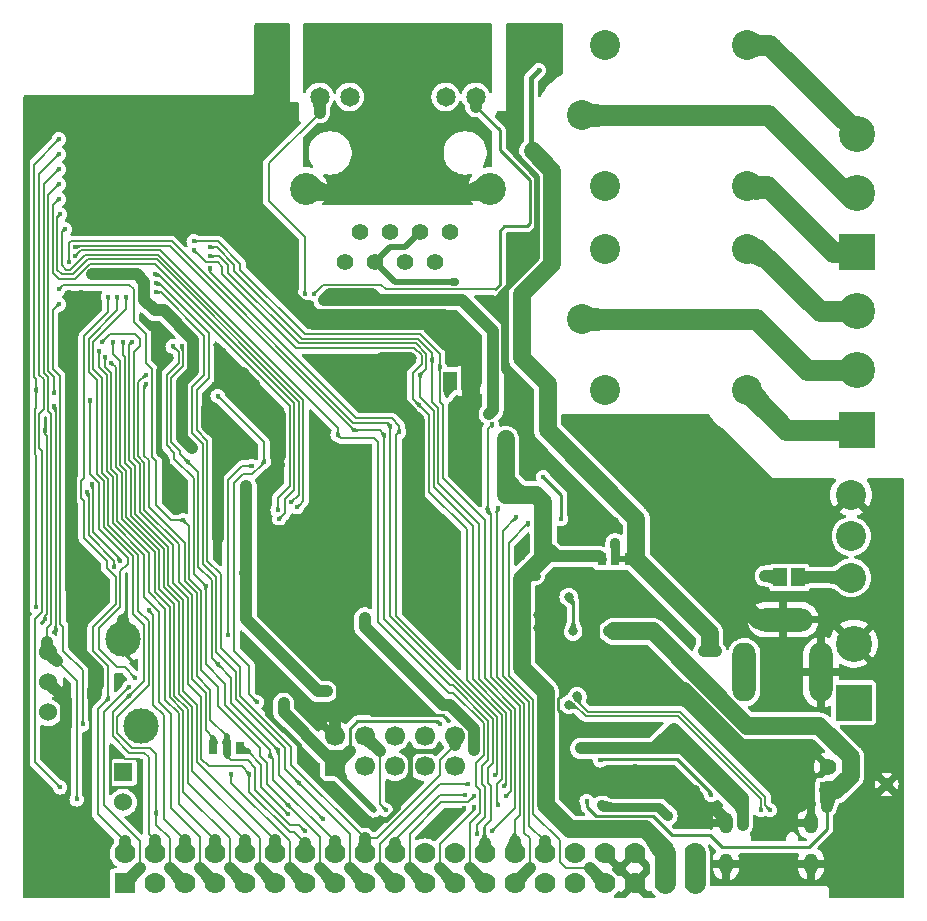
<source format=gbr>
%TF.GenerationSoftware,KiCad,Pcbnew,7.0.9-7.0.9~ubuntu22.04.1*%
%TF.CreationDate,2025-05-12T16:08:44+03:00*%
%TF.ProjectId,ESP32-EVB_Rev_L,45535033-322d-4455-9642-5f5265765f4c,L*%
%TF.SameCoordinates,PX425f360PY872a8a0*%
%TF.FileFunction,Copper,L2,Bot*%
%TF.FilePolarity,Positive*%
%FSLAX46Y46*%
G04 Gerber Fmt 4.6, Leading zero omitted, Abs format (unit mm)*
G04 Created by KiCad (PCBNEW 7.0.9-7.0.9~ubuntu22.04.1) date 2025-05-12 16:08:44*
%MOMM*%
%LPD*%
G01*
G04 APERTURE LIST*
%TA.AperFunction,ComponentPad*%
%ADD10C,3.000000*%
%TD*%
%TA.AperFunction,ComponentPad*%
%ADD11C,1.524000*%
%TD*%
%TA.AperFunction,ComponentPad*%
%ADD12C,1.300000*%
%TD*%
%TA.AperFunction,ComponentPad*%
%ADD13C,2.000000*%
%TD*%
%TA.AperFunction,ComponentPad*%
%ADD14R,1.524000X1.524000*%
%TD*%
%TA.AperFunction,ComponentPad*%
%ADD15C,3.048000*%
%TD*%
%TA.AperFunction,ComponentPad*%
%ADD16R,3.048000X3.048000*%
%TD*%
%TA.AperFunction,ComponentPad*%
%ADD17C,1.200000*%
%TD*%
%TA.AperFunction,ComponentPad*%
%ADD18C,6.300000*%
%TD*%
%TA.AperFunction,ComponentPad*%
%ADD19R,1.778000X1.778000*%
%TD*%
%TA.AperFunction,ComponentPad*%
%ADD20C,1.778000*%
%TD*%
%TA.AperFunction,ComponentPad*%
%ADD21O,2.000000X5.000000*%
%TD*%
%TA.AperFunction,ComponentPad*%
%ADD22O,5.000000X2.000000*%
%TD*%
%TA.AperFunction,ComponentPad*%
%ADD23C,2.540000*%
%TD*%
%TA.AperFunction,ComponentPad*%
%ADD24C,0.700000*%
%TD*%
%TA.AperFunction,ComponentPad*%
%ADD25R,1.600000X1.600000*%
%TD*%
%TA.AperFunction,ComponentPad*%
%ADD26R,1.700000X1.700000*%
%TD*%
%TA.AperFunction,ComponentPad*%
%ADD27C,1.700000*%
%TD*%
%TA.AperFunction,ComponentPad*%
%ADD28C,1.410000*%
%TD*%
%TA.AperFunction,ComponentPad*%
%ADD29C,1.650000*%
%TD*%
%TA.AperFunction,ComponentPad*%
%ADD30C,2.700000*%
%TD*%
%TA.AperFunction,ComponentPad*%
%ADD31R,1.400000X1.400000*%
%TD*%
%TA.AperFunction,ComponentPad*%
%ADD32C,1.400000*%
%TD*%
%TA.AperFunction,ComponentPad*%
%ADD33O,1.200000X1.800000*%
%TD*%
%TA.AperFunction,SMDPad,CuDef*%
%ADD34R,1.168400X1.600200*%
%TD*%
%TA.AperFunction,SMDPad,CuDef*%
%ADD35R,0.762000X1.016000*%
%TD*%
%TA.AperFunction,SMDPad,CuDef*%
%ADD36R,0.508000X0.508000*%
%TD*%
%TA.AperFunction,SMDPad,CuDef*%
%ADD37C,1.000000*%
%TD*%
%TA.AperFunction,ViaPad*%
%ADD38C,0.900000*%
%TD*%
%TA.AperFunction,ViaPad*%
%ADD39C,1.000000*%
%TD*%
%TA.AperFunction,ViaPad*%
%ADD40C,0.450000*%
%TD*%
%TA.AperFunction,ViaPad*%
%ADD41C,0.700000*%
%TD*%
%TA.AperFunction,ViaPad*%
%ADD42C,0.800000*%
%TD*%
%TA.AperFunction,Conductor*%
%ADD43C,1.016000*%
%TD*%
%TA.AperFunction,Conductor*%
%ADD44C,0.203200*%
%TD*%
%TA.AperFunction,Conductor*%
%ADD45C,1.524000*%
%TD*%
%TA.AperFunction,Conductor*%
%ADD46C,0.254000*%
%TD*%
%TA.AperFunction,Conductor*%
%ADD47C,0.406400*%
%TD*%
%TA.AperFunction,Conductor*%
%ADD48C,0.762000*%
%TD*%
%TA.AperFunction,Conductor*%
%ADD49C,1.778000*%
%TD*%
%TA.AperFunction,Conductor*%
%ADD50C,0.508000*%
%TD*%
G04 APERTURE END LIST*
D10*
%TO.P,U7,0,MH*%
%TO.N,GND*%
X8713000Y22192000D03*
X10313000Y14892000D03*
D11*
%TO.P,U7,1,Vout*%
%TO.N,/GPI39{slash}IR_RECEIVE*%
X2413000Y21082000D03*
%TO.P,U7,2,GND*%
%TO.N,GND*%
X2413000Y18542000D03*
%TO.P,U7,3,VCC*%
%TO.N,+3.3V*%
X2413000Y16002000D03*
%TD*%
D12*
%TO.P,U3,39,THERMAL_PAD*%
%TO.N,GND*%
X7614000Y61449000D03*
X7614000Y59649000D03*
X7614000Y57849000D03*
X9414000Y61449000D03*
D13*
X9414000Y59649000D03*
D12*
X9414000Y57849000D03*
X11214000Y61449000D03*
X11214000Y59649000D03*
X11214000Y57849000D03*
%TD*%
D11*
%TO.P,LED3,1,A*%
%TO.N,Net-(LED3-A)*%
X8763000Y8382000D03*
D14*
%TO.P,LED3,2,K*%
%TO.N,Net-(LED3-K)*%
X8763000Y10922000D03*
%TD*%
D15*
%TO.P,PWR2,2*%
%TO.N,GND*%
X70612000Y21837000D03*
D16*
%TO.P,PWR2,1*%
%TO.N,/+5V_EXT*%
X70612000Y16837000D03*
%TD*%
D17*
%TO.P,MH2,GND1,GND1*%
%TO.N,GND*%
X68961000Y3810000D03*
X69723000Y5461000D03*
X69723000Y2032000D03*
X71374000Y6223000D03*
D18*
X71374000Y3810000D03*
D17*
X71374000Y1397000D03*
X73025000Y5461000D03*
X73025000Y2159000D03*
X73787000Y3810000D03*
%TD*%
%TO.P,MH3,GND1,GND1*%
%TO.N,GND*%
X1397000Y3810000D03*
X2159000Y5461000D03*
X2159000Y2032000D03*
X3810000Y6223000D03*
D18*
X3810000Y3810000D03*
D17*
X3810000Y1397000D03*
X5461000Y5461000D03*
X5461000Y2159000D03*
X6223000Y3810000D03*
%TD*%
D19*
%TO.P,EXT1,1,1*%
%TO.N,/GPIO0{slash}XTAL1{slash}CLKIN*%
X8890000Y1524000D03*
D20*
%TO.P,EXT1,2,2*%
%TO.N,/GPIO1{slash}U0TXD*%
X8890000Y4064000D03*
%TO.P,EXT1,3,3*%
%TO.N,/GPIO2{slash}HS2_DATA0*%
X11430000Y1524000D03*
%TO.P,EXT1,4,4*%
%TO.N,/GPIO3{slash}U0RXD*%
X11430000Y4064000D03*
%TO.P,EXT1,5,5*%
%TO.N,/GPIO4{slash}U1TXD*%
X13970000Y1524000D03*
%TO.P,EXT1,6,6*%
%TO.N,/GPIO5{slash}CAN-TX*%
X13970000Y4064000D03*
%TO.P,EXT1,7,7*%
%TO.N,/GPIO6{slash}SD_CLK*%
X16510000Y1524000D03*
%TO.P,EXT1,8,8*%
%TO.N,/GPIO7{slash}SD_DATA0*%
X16510000Y4064000D03*
%TO.P,EXT1,9,9*%
%TO.N,/GPIO8{slash}SD_DATA1*%
X19050000Y1524000D03*
%TO.P,EXT1,10,10*%
%TO.N,/GPIO9{slash}SD_DATA2*%
X19050000Y4064000D03*
%TO.P,EXT1,11,11*%
%TO.N,/GPIO10{slash}SD_DATA3*%
X21590000Y1524000D03*
%TO.P,EXT1,12,12*%
%TO.N,/GPIO11{slash}SD_CMD*%
X21590000Y4064000D03*
%TO.P,EXT1,13,13*%
%TO.N,/GPIO12{slash}IR_Transmit*%
X24130000Y1524000D03*
%TO.P,EXT1,14,14*%
%TO.N,/GPIO13{slash}I2C-SDA*%
X24130000Y4064000D03*
%TO.P,EXT1,15,15*%
%TO.N,/GPIO14{slash}HS2_CLK*%
X26670000Y1524000D03*
%TO.P,EXT1,16,16*%
%TO.N,/GPIO15{slash}HS2_CMD*%
X26670000Y4064000D03*
%TO.P,EXT1,17,17*%
%TO.N,/GPIO16{slash}I2C-SCL*%
X29210000Y1524000D03*
%TO.P,EXT1,18,18*%
%TO.N,/GPIO17{slash}SPI_CS*%
X29210000Y4064000D03*
%TO.P,EXT1,19,19*%
%TO.N,/GPIO18{slash}MDIO(RMII)*%
X31750000Y1524000D03*
%TO.P,EXT1,20,20*%
%TO.N,/GPIO19{slash}EMAC_TXD0(RMII)*%
X31750000Y4064000D03*
%TO.P,EXT1,21,21*%
%TO.N,/GPIO21{slash}EMAC_TX_EN(RMII)*%
X34290000Y1524000D03*
%TO.P,EXT1,22,22*%
%TO.N,/GPIO22{slash}EMAC_TXD1(RMII)*%
X34290000Y4064000D03*
%TO.P,EXT1,23,23*%
%TO.N,/GPIO23{slash}MDC(RMII)*%
X36830000Y1524000D03*
%TO.P,EXT1,24,24*%
%TO.N,/GPIO25{slash}EMAC_RXD0(RMII)*%
X36830000Y4064000D03*
%TO.P,EXT1,25,25*%
%TO.N,/GPIO26{slash}EMAC_RXD1(RMII)*%
X39370000Y1524000D03*
%TO.P,EXT1,26,26*%
%TO.N,/GPIO27{slash}EMAC_RX_CRS_DV*%
X39370000Y4064000D03*
%TO.P,EXT1,27,27*%
%TO.N,/GPIO32{slash}REL1*%
X41910000Y1524000D03*
%TO.P,EXT1,28,28*%
%TO.N,/GPIO33{slash}REL2*%
X41910000Y4064000D03*
%TO.P,EXT1,29,29*%
%TO.N,/GPI34{slash}BUT1*%
X44450000Y1524000D03*
%TO.P,EXT1,30,30*%
%TO.N,/GPI35{slash}CAN-RX*%
X44450000Y4064000D03*
%TO.P,EXT1,31,31*%
%TO.N,/GPI36{slash}U1RXD*%
X46990000Y1524000D03*
%TO.P,EXT1,32,32*%
%TO.N,/GPI39{slash}IR_RECEIVE*%
X46990000Y4064000D03*
%TO.P,EXT1,33,33*%
%TO.N,/ESP_EN*%
X49530000Y1524000D03*
%TO.P,EXT1,34,34*%
%TO.N,GND*%
X49530000Y4064000D03*
%TO.P,EXT1,35,35*%
X52070000Y1524000D03*
%TO.P,EXT1,36,36*%
X52070000Y4064000D03*
%TO.P,EXT1,37,37*%
%TO.N,+3.3V*%
X54610000Y1524000D03*
%TO.P,EXT1,38,38*%
X54610000Y4064000D03*
%TO.P,EXT1,39,39*%
%TO.N,+5V*%
X57150000Y1524000D03*
%TO.P,EXT1,40,40*%
X57150000Y4064000D03*
%TD*%
D16*
%TO.P,CON1,1*%
%TO.N,Net-(CON1-Pad1)*%
X70904000Y39958000D03*
D15*
%TO.P,CON1,2*%
%TO.N,Net-(CON1-Pad2)*%
X70904000Y44958000D03*
%TO.P,CON1,3*%
%TO.N,Net-(CON1-Pad3)*%
X70904000Y49958000D03*
%TD*%
D16*
%TO.P,CON2,1*%
%TO.N,Net-(CON2-Pad1)*%
X70904000Y54958000D03*
D15*
%TO.P,CON2,2*%
%TO.N,Net-(CON2-Pad2)*%
X70904000Y59958000D03*
%TO.P,CON2,3*%
%TO.N,Net-(CON2-Pad3)*%
X70904000Y64958000D03*
%TD*%
D21*
%TO.P,PWR1,+,+*%
%TO.N,/+5V_EXT*%
X61341000Y19413000D03*
%TO.P,PWR1,-,-*%
%TO.N,GND*%
X67841000Y19413000D03*
D22*
X64641000Y23863000D03*
%TD*%
D23*
%TO.P,REL1,NO0*%
%TO.N,Net-(CON1-Pad1)*%
X61580000Y43276000D03*
%TO.P,REL1,NC0*%
%TO.N,Net-(CON1-Pad3)*%
X61580000Y55276000D03*
%TO.P,REL1,COM0*%
%TO.N,Net-(CON1-Pad2)*%
X47580000Y49276000D03*
%TO.P,REL1,2*%
%TO.N,Net-(D1-A)*%
X49580000Y55276000D03*
%TO.P,REL1,1*%
%TO.N,+5V*%
X49580000Y43276000D03*
%TD*%
%TO.P,REL2,1*%
%TO.N,+5V*%
X49580000Y60548000D03*
%TO.P,REL2,2*%
%TO.N,Net-(D3-A)*%
X49580000Y72548000D03*
%TO.P,REL2,COM0*%
%TO.N,Net-(CON2-Pad2)*%
X47580000Y66548000D03*
%TO.P,REL2,NC0*%
%TO.N,Net-(CON2-Pad3)*%
X61580000Y72548000D03*
%TO.P,REL2,NO0*%
%TO.N,Net-(CON2-Pad1)*%
X61580000Y60548000D03*
%TD*%
D24*
%TO.P,U4,33,GND*%
%TO.N,GND*%
X30853000Y44988000D03*
X29853000Y44988000D03*
X31653000Y44188000D03*
X29053000Y44188000D03*
D25*
X30353000Y43688000D03*
D24*
X31653000Y43188000D03*
X29053000Y43188000D03*
X30853000Y42388000D03*
X29853000Y42388000D03*
%TD*%
D26*
%TO.P,UEXT1,1,1*%
%TO.N,Net-(C5-Pad2)*%
X26670000Y11430000D03*
D27*
%TO.P,UEXT1,2,2*%
%TO.N,GND*%
X26670000Y13970000D03*
%TO.P,UEXT1,3,3*%
%TO.N,/GPIO4{slash}U1TXD*%
X29210000Y11430000D03*
%TO.P,UEXT1,4,4*%
%TO.N,Net-(D5-K)*%
X29210000Y13970000D03*
%TO.P,UEXT1,5,5*%
%TO.N,/GPIO16{slash}I2C-SCL*%
X31750000Y11430000D03*
%TO.P,UEXT1,6,6*%
%TO.N,/GPIO13{slash}I2C-SDA*%
X31750000Y13970000D03*
%TO.P,UEXT1,7,7*%
%TO.N,/GPIO15{slash}HS2_CMD*%
X34290000Y11430000D03*
%TO.P,UEXT1,8,8*%
%TO.N,/GPIO2{slash}HS2_DATA0*%
X34290000Y13970000D03*
%TO.P,UEXT1,9,9*%
%TO.N,/GPIO14{slash}HS2_CLK*%
X36830000Y11430000D03*
%TO.P,UEXT1,10,10*%
%TO.N,/GPIO17{slash}SPI_CS*%
X36830000Y13970000D03*
%TD*%
D28*
%TO.P,LAN1,1,TD+*%
%TO.N,/TXP+*%
X36459000Y56673000D03*
%TO.P,LAN1,2,TD-*%
%TO.N,/TXN-*%
X35189000Y54133000D03*
%TO.P,LAN1,3,COM*%
%TO.N,Net-(LAN1-COM)*%
X33919000Y56673000D03*
%TO.P,LAN1,4*%
%TO.N,N/C*%
X32649000Y54133000D03*
%TO.P,LAN1,5*%
X31379000Y56673000D03*
%TO.P,LAN1,6,NC*%
%TO.N,Net-(LAN1-COM)*%
X30109000Y54133000D03*
%TO.P,LAN1,7,RD+*%
%TO.N,/RXP+*%
X28839000Y56673000D03*
%TO.P,LAN1,8,RD-*%
%TO.N,/RXN-*%
X27569000Y54133000D03*
D29*
%TO.P,LAN1,AG1,AG*%
%TO.N,Net-(LAN1-AG)*%
X27934000Y68121500D03*
%TO.P,LAN1,AY1,AY*%
%TO.N,Net-(LAN1-AY)*%
X38614000Y68121500D03*
D30*
%TO.P,LAN1,GND1,GND1*%
%TO.N,Net-(C19-Pad1)*%
X39804000Y60323000D03*
%TO.P,LAN1,GND2,GND2*%
X24204000Y60323000D03*
D29*
%TO.P,LAN1,KG1,KG*%
%TO.N,Net-(LAN1-KG)*%
X25394000Y68121500D03*
%TO.P,LAN1,KY1,KY*%
%TO.N,Net-(LAN1-KY)*%
X36074000Y68121500D03*
%TD*%
D23*
%TO.P,CAN1,1*%
%TO.N,GND*%
X70404000Y34417000D03*
%TO.P,CAN1,2*%
%TO.N,/CANL*%
X70404000Y30917000D03*
%TO.P,CAN1,3*%
%TO.N,/CANH*%
X70404000Y27417000D03*
%TD*%
D31*
%TO.P,BAT1,1*%
%TO.N,Net-(U1-VBAT)*%
X68450460Y9405620D03*
D32*
%TO.P,BAT1,2*%
%TO.N,GND*%
X68447920Y11417300D03*
%TD*%
D33*
%TO.P,USB-UART1,0*%
%TO.N,GND*%
X67004000Y6649000D03*
X59804000Y6649000D03*
X67004000Y3179000D03*
X59804000Y3179000D03*
%TD*%
D34*
%TO.P,PHY_RST1,1,1*%
%TO.N,GND*%
X37973000Y44069000D03*
%TO.P,PHY_RST1,2,2*%
%TO.N,Net-(U4-NRST)*%
X36449000Y44069000D03*
%TD*%
D35*
%TO.P,5.0V/3.3V1,1,1*%
%TO.N,+5V*%
X51562000Y28956000D03*
D36*
X51181000Y28956000D03*
%TO.P,5.0V/3.3V1,2,2*%
%TO.N,Net-(U6-VDD)*%
X50800000Y28956000D03*
D35*
X50419000Y28956000D03*
%TO.P,5.0V/3.3V1,3,3*%
%TO.N,+3.3V*%
X49276000Y28956000D03*
%TD*%
D34*
%TO.P,CAN_T1,1,1*%
%TO.N,Net-(CAN_T1-Pad1)*%
X64389000Y27432000D03*
%TO.P,CAN_T1,2,2*%
%TO.N,/CANH*%
X65913000Y27432000D03*
%TD*%
D35*
%TO.P,BAT/BUT1,1,1*%
%TO.N,/BUT1*%
X16383000Y12954000D03*
%TO.P,BAT/BUT1,2,2*%
%TO.N,/GPI34{slash}BUT1*%
X17526000Y12954000D03*
%TO.P,BAT/BUT1,3,3*%
%TO.N,Net-(BAT/BUT1-Pad3)*%
X18669000Y12954000D03*
%TD*%
D37*
%TO.P,GND1,1,Pad*%
%TO.N,GND*%
X73406000Y9906000D03*
%TD*%
D38*
%TO.N,GND*%
X51308000Y14224000D03*
X33147000Y16891000D03*
X32004000Y16891000D03*
X20574000Y25273000D03*
X27432000Y25654000D03*
X24384000Y24003000D03*
X19050000Y21971000D03*
%TO.N,+3.3V*%
X19050000Y27813000D03*
%TO.N,GND*%
X29464000Y20701000D03*
X35560000Y30861000D03*
X34290000Y30861000D03*
D39*
X33401000Y25781000D03*
D38*
%TO.N,+5V*%
X58928000Y21209000D03*
X49276000Y8128000D03*
X43434000Y63500000D03*
X54864000Y7239000D03*
X42545000Y45974000D03*
X57912000Y21209000D03*
D40*
X43942000Y70358000D03*
%TO.N,GND*%
X11811000Y40513000D03*
X12827000Y45974000D03*
X21717000Y51689000D03*
X37592000Y7874000D03*
D38*
X27813000Y17780000D03*
D41*
X4318000Y43815000D03*
D40*
X35306000Y12700000D03*
D38*
X5588000Y26162000D03*
X55880000Y9398000D03*
X58928000Y38481000D03*
X56515000Y40386000D03*
X14351000Y61849000D03*
X66040000Y10795000D03*
X4318000Y38734992D03*
X22987000Y29718000D03*
X8382000Y18669000D03*
X16764000Y33274000D03*
D40*
X2159000Y39878000D03*
D38*
X14859000Y67437000D03*
X5207000Y51308000D03*
X54737000Y40386000D03*
X4318000Y47371000D03*
X21971000Y36957000D03*
X4318000Y32258000D03*
D40*
X33401000Y45974000D03*
D38*
X4318000Y40894000D03*
X9144000Y63627000D03*
X20574000Y32766000D03*
X56769000Y36703000D03*
X17145000Y67183000D03*
X57912000Y32004000D03*
X13589000Y65659000D03*
X13589000Y57785000D03*
X6604000Y26162000D03*
X6223000Y17272000D03*
D40*
X16637000Y47117000D03*
D38*
X52070000Y11176000D03*
X52070000Y9144000D03*
X21717000Y53594000D03*
X33210500Y40957510D03*
X20955000Y17653000D03*
X28956000Y30734000D03*
D40*
X20066000Y43243500D03*
D39*
X36830000Y23622000D03*
D38*
X4318000Y37338000D03*
X14351000Y63627000D03*
X48641000Y27305000D03*
X49784000Y17272000D03*
X41910000Y55880000D03*
X13208000Y33274000D03*
X22098000Y67056000D03*
D40*
X2917421Y41909988D03*
D38*
X3683000Y67183000D03*
X12319000Y63627000D03*
X12319000Y67437000D03*
X40640000Y50546000D03*
D40*
X10160000Y9652000D03*
D38*
X48768000Y18415000D03*
X36830000Y46609000D03*
X13208000Y34290000D03*
D39*
X36830000Y24892000D03*
D40*
X41783000Y53594000D03*
D38*
X24384000Y21717000D03*
X50292000Y32131000D03*
X4572000Y23622000D03*
X61976000Y34671000D03*
X22987000Y30861000D03*
D40*
X17272000Y44958000D03*
D38*
X33020000Y30861000D03*
D40*
X32766000Y46228000D03*
D38*
X65786000Y34671000D03*
X23876000Y49657000D03*
X65024000Y10795000D03*
X57150000Y9398000D03*
X5969000Y67437000D03*
X6223000Y58039000D03*
X54229000Y32004000D03*
D39*
X43992800Y24257000D03*
D38*
X36830000Y30861000D03*
X36830000Y47625000D03*
D39*
X43992800Y23114000D03*
D38*
X22860000Y53594000D03*
X7493000Y65659000D03*
X33528000Y39751000D03*
X4318000Y46101000D03*
X54229000Y35814000D03*
X3937000Y14859000D03*
X5969000Y60452000D03*
X16383000Y65659000D03*
X20701000Y70932000D03*
X4318000Y33528000D03*
X46355000Y27305000D03*
X15875000Y41783000D03*
X5969000Y63627000D03*
X27432000Y30734000D03*
X13843000Y59690000D03*
X4572000Y26162000D03*
D40*
X2159000Y23876000D03*
D38*
X23114000Y67056000D03*
X10795000Y65659000D03*
D40*
X3048000Y22987000D03*
D38*
X6604000Y18288000D03*
X4572000Y21590000D03*
X29210000Y37084000D03*
X4572000Y22606000D03*
X20574000Y30480000D03*
X4191000Y51308000D03*
X64389000Y33274000D03*
X20574000Y31623000D03*
D40*
X20066000Y43878500D03*
D38*
X65405000Y7747000D03*
X9144000Y67437000D03*
X52070000Y10160000D03*
X60324999Y13715999D03*
X48768000Y17272000D03*
X50800000Y17272000D03*
D42*
X42418000Y29210000D03*
D38*
X47498000Y27305000D03*
D41*
X27559000Y49276000D03*
D38*
%TO.N,Net-(U6-VDD)*%
X50419000Y30353000D03*
D40*
%TO.N,/GPI34{slash}BUT1*%
X2921000Y43053000D03*
X24130000Y5969000D03*
X3302000Y60706000D03*
X10668000Y43815000D03*
D38*
%TO.N,Net-(C5-Pad2)*%
X22352000Y16764000D03*
D40*
X29972000Y7747000D03*
X35560000Y14986000D03*
%TO.N,Net-(U1-VBAT)*%
X48006000Y8509000D03*
D38*
X50927000Y22860000D03*
X49911000Y22860000D03*
X51943000Y22860000D03*
D42*
%TO.N,Net-(D4-K)*%
X46482000Y25781000D03*
X46863000Y22860000D03*
D41*
%TO.N,Net-(LAN1-COM)*%
X36830000Y52451000D03*
D40*
%TO.N,Net-(U4-NRST)*%
X36195000Y42926000D03*
%TO.N,/ESP_EN*%
X43053000Y32003994D03*
X1397000Y43307000D03*
X3302000Y64516000D03*
X1397000Y24892000D03*
%TO.N,Net-(U11-VIn)*%
X45847000Y32385000D03*
X44323000Y35941000D03*
%TO.N,Net-(D5-K)*%
X30988000Y7747000D03*
%TO.N,/GPI36{slash}U1RXD*%
X3429000Y9652000D03*
X3302000Y63246000D03*
%TO.N,/GPIO3{slash}U0RXD*%
X8255000Y51181000D03*
X9271000Y17399000D03*
%TO.N,/GPIO1{slash}U0TXD*%
X7493000Y17145000D03*
X7493000Y51181000D03*
%TO.N,/GPIO0{slash}XTAL1{slash}CLKIN*%
X20701000Y37211000D03*
X9271000Y18161000D03*
X20066000Y16891000D03*
X16764000Y42799000D03*
D42*
%TO.N,/VDD1A-2A*%
X33909000Y50825400D03*
X25654000Y50825400D03*
D38*
X39751000Y41275006D03*
D42*
X29845000Y51435000D03*
D40*
%TO.N,/GPIO2{slash}HS2_DATA0*%
X16764000Y20066000D03*
X13716000Y46990000D03*
X14224000Y37211000D03*
X21844000Y12827000D03*
X25654000Y6985000D03*
%TO.N,/GPIO4{slash}U1TXD*%
X9017000Y51181000D03*
X11557000Y7493000D03*
%TO.N,/GPIO5{slash}CAN-TX*%
X10922000Y24638000D03*
X21844000Y33147000D03*
X11430000Y53086000D03*
%TO.N,/GPIO6{slash}SD_CLK*%
X6731000Y46609000D03*
%TO.N,/GPIO7{slash}SD_DATA0*%
X7239000Y46101000D03*
%TO.N,/GPIO8{slash}SD_DATA1*%
X7747000Y45593000D03*
%TO.N,/GPIO9{slash}SD_DATA2*%
X7874000Y47371000D03*
D38*
%TO.N,Net-(C19-Pad1)*%
X30099000Y61722000D03*
X33909000Y69342000D03*
X32004000Y63627000D03*
X28194000Y71247000D03*
X36449000Y66167000D03*
X35814000Y71247000D03*
X33909000Y61722000D03*
X25654000Y71247000D03*
X35814000Y59817000D03*
X28194000Y59817000D03*
X33909000Y73152000D03*
X30099000Y73152000D03*
X38354000Y71247000D03*
X27559000Y66167000D03*
X26924000Y73152000D03*
X32004000Y67437000D03*
X32004000Y59817000D03*
X30099000Y65532000D03*
X30099000Y69342000D03*
X32004000Y71247000D03*
X37084000Y73152000D03*
X33909000Y65532000D03*
%TO.N,Net-(CAN_T1-Pad1)*%
X63119000Y27559000D03*
D40*
%TO.N,/GPIO10{slash}SD_DATA3*%
X8763000Y47371000D03*
%TO.N,/GPIO11{slash}SD_CMD*%
X9525000Y47371000D03*
%TO.N,/GPIO12{slash}IR_Transmit*%
X5334000Y14986000D03*
X3302000Y50546000D03*
X17907000Y10795000D03*
%TO.N,/GPIO13{slash}I2C-SDA*%
X6985000Y47371000D03*
X19431000Y10795000D03*
%TO.N,/GPIO14{slash}HS2_CLK*%
X22733000Y8128000D03*
X3302000Y51816000D03*
X13843000Y32258000D03*
%TO.N,/GPIO15{slash}HS2_CMD*%
X15748000Y26670000D03*
X12954000Y46990000D03*
X21209000Y12319000D03*
%TO.N,/GPIO16{slash}I2C-SCL*%
X23622000Y10033000D03*
X11557000Y51562000D03*
%TO.N,/GPIO17{slash}SPI_CS*%
X11557000Y52324000D03*
%TO.N,/GPIO18{slash}MDIO(RMII)*%
X37973000Y9906000D03*
X16129000Y53594000D03*
X40259000Y10668000D03*
X32131000Y39751000D03*
%TO.N,/GPIO19{slash}EMAC_TXD0(RMII)*%
X37719000Y9017000D03*
X16129000Y54610000D03*
X41021000Y9779000D03*
X33909000Y44577000D03*
%TO.N,/GPIO21{slash}EMAC_TX_EN(RMII)*%
X16129000Y55372000D03*
X38481000Y8890000D03*
X34925000Y45847000D03*
X41148000Y8890000D03*
%TO.N,/GPIO22{slash}EMAC_TXD1(RMII)*%
X40005000Y5969000D03*
X14732000Y55880000D03*
X35560000Y45212000D03*
%TO.N,/GPIO23{slash}MDC(RMII)*%
X33782000Y42037000D03*
X40513000Y8128000D03*
X14732000Y55118000D03*
X38481000Y8001000D03*
%TO.N,/GPIO25{slash}EMAC_RXD0(RMII)*%
X4699000Y55372000D03*
X30861000Y39497000D03*
X28321000Y39878000D03*
X38735000Y5715000D03*
%TO.N,/GPIO26{slash}EMAC_RXD1(RMII)*%
X26924000Y39497000D03*
X4699000Y54610000D03*
%TO.N,/GPIO27{slash}EMAC_RX_CRS_DV*%
X31369000Y40259000D03*
X4191000Y54102000D03*
D38*
%TO.N,/+5V_USB*%
X55372000Y13589000D03*
X29210000Y24003000D03*
X61214000Y6477000D03*
X55372000Y14605000D03*
X61214000Y7493000D03*
X38481000Y12827000D03*
X47498000Y12954000D03*
D40*
%TO.N,/GPIO32{slash}REL1*%
X3429000Y58166000D03*
X40513000Y33274000D03*
X22987000Y33782000D03*
%TO.N,/GPIO33{slash}REL2*%
X39624000Y33041921D03*
X23470545Y33376544D03*
X3810000Y56896000D03*
X40005004Y40386000D03*
%TO.N,/GPI35{slash}CAN-RX*%
X42037000Y32512000D03*
X3302000Y59436000D03*
X21971000Y32385000D03*
%TO.N,/GPI39{slash}IR_RECEIVE*%
X3302000Y61976000D03*
X4826000Y8636000D03*
%TO.N,Net-(LAN1-AY)*%
X24892000Y51435000D03*
%TO.N,Net-(LAN1-KG)*%
X24130920Y51440582D03*
%TO.N,/OSC_DIS*%
X19645828Y36869172D03*
X17653000Y22542500D03*
%TO.N,Net-(MICRO_SD1-DAT2{slash}RES)*%
X8001000Y28321000D03*
X5715000Y34671000D03*
%TO.N,Net-(MICRO_SD1-CD{slash}DAT3{slash}CS)*%
X8509000Y28829000D03*
X6096000Y35306000D03*
%TO.N,/D_Com*%
X9779000Y18923000D03*
X5969000Y42418000D03*
%TO.N,/BUT1*%
X10668000Y44577000D03*
%TO.N,Net-(BAT/BUT1-Pad3)*%
X22733000Y7366000D03*
%TO.N,+3.3V*%
X43815000Y30988000D03*
D38*
X6146800Y53086000D03*
X19177000Y34163000D03*
X19177016Y23876000D03*
D42*
X43688000Y27559000D03*
D38*
X19177000Y35179000D03*
X41147994Y34417000D03*
D39*
X42672000Y21844000D03*
D38*
X26035000Y17780000D03*
X48006000Y29210000D03*
D40*
X14478000Y44704000D03*
D39*
X42672000Y20701000D03*
D38*
X14605000Y38354000D03*
D40*
X43815000Y30381999D03*
D38*
X41148000Y39116000D03*
D40*
%TO.N,Net-(U1-CHRGb)*%
X49149000Y11938000D03*
X58547000Y9017000D03*
%TO.N,/D+*%
X63500000Y7747000D03*
D42*
X47208705Y17363705D03*
D40*
%TO.N,/D-*%
X62738000Y7747000D03*
D42*
X46517295Y16672295D03*
%TD*%
D43*
%TO.N,+3.3V*%
X14478000Y44704000D02*
X14702999Y44928999D01*
X10541000Y50927000D02*
X10541000Y52451000D01*
X10541000Y52451000D02*
X9906000Y53086000D01*
X14702999Y44928999D02*
X14702999Y47527001D01*
X14702999Y47527001D02*
X12192000Y50038000D01*
X12192000Y50038000D02*
X11430000Y50038000D01*
X11430000Y50038000D02*
X10541000Y50927000D01*
X9906000Y53086000D02*
X6146800Y53086000D01*
D44*
%TO.N,/GPIO18{slash}MDIO(RMII)*%
X40259000Y10668000D02*
X40436800Y10845800D01*
X40436800Y10845800D02*
X40436800Y15621000D01*
X40436800Y15621000D02*
X31877000Y24180800D01*
X31877000Y24180800D02*
X31877000Y39497000D01*
X31877000Y39497000D02*
X32131000Y39751000D01*
D45*
%TO.N,GND*%
X38227000Y42189400D02*
X38049200Y42011600D01*
X38227000Y44069000D02*
X38227000Y42189400D01*
D46*
X52070000Y11176000D02*
X47117000Y11176000D01*
X47117000Y11176000D02*
X46228000Y12065000D01*
X46228000Y12065000D02*
X46228000Y15570200D01*
X46228000Y15570200D02*
X45618400Y16179800D01*
X45618400Y16179800D02*
X45618400Y17259300D01*
X45618400Y17259300D02*
X46050200Y17691100D01*
X46050200Y17691100D02*
X46050200Y18389600D01*
D45*
%TO.N,+3.3V*%
X54610000Y4064000D02*
X54610000Y4445000D01*
X54610000Y4445000D02*
X52959000Y6096000D01*
X44526200Y17703800D02*
X42502200Y19727800D01*
X42502200Y27262200D02*
X42672000Y27432000D01*
X52959000Y6096000D02*
X46609000Y6096000D01*
X46609000Y6096000D02*
X44526200Y8178800D01*
X44526200Y8178800D02*
X44526200Y17703800D01*
X42502200Y19727800D02*
X42502200Y27262200D01*
D44*
%TO.N,/ESP_EN*%
X48260000Y2794000D02*
X46228000Y2794000D01*
X46228000Y2794000D02*
X45720000Y3302000D01*
X45720000Y3302000D02*
X45720000Y5207000D01*
X45720000Y5207000D02*
X43484800Y7442200D01*
X43484800Y7442200D02*
X43484800Y17043400D01*
X43484800Y17043400D02*
X41402000Y19126200D01*
X41402000Y19126200D02*
X41402000Y30352994D01*
X41402000Y30352994D02*
X43053000Y32003994D01*
%TO.N,/GPI35{slash}CAN-RX*%
X42037000Y32512000D02*
X40894000Y31369000D01*
X40894000Y19075400D02*
X43103800Y16865600D01*
X43103800Y16865600D02*
X43103800Y6426200D01*
X40894000Y31369000D02*
X40894000Y19075400D01*
X43103800Y6426200D02*
X44450000Y5080000D01*
%TO.N,/GPIO32{slash}REL1*%
X40513000Y33274000D02*
X40386000Y33147000D01*
X40386000Y33147000D02*
X40386000Y19024600D01*
X40386000Y19024600D02*
X42722800Y16687800D01*
X42722800Y16687800D02*
X42722800Y5791200D01*
X42722800Y5791200D02*
X43180000Y5334000D01*
X43180000Y5334000D02*
X43180000Y2794000D01*
%TO.N,/GPIO33{slash}REL2*%
X39624000Y33041921D02*
X39878000Y32787921D01*
X39878000Y32787921D02*
X39878000Y18973800D01*
X42341800Y16510000D02*
X42341800Y7289800D01*
X39878000Y18973800D02*
X42341800Y16510000D01*
X42341800Y7289800D02*
X41910000Y6858000D01*
X41910000Y6858000D02*
X41910000Y5080000D01*
%TO.N,/GPIO22{slash}EMAC_TXD1(RMII)*%
X40005000Y5969000D02*
X41960800Y7924800D01*
X41960800Y7924800D02*
X41960800Y16332200D01*
X41960800Y16332200D02*
X39370000Y18923000D01*
X35560000Y42291000D02*
X35560000Y45212000D01*
X39370000Y18923000D02*
X39370000Y32258000D01*
X35813989Y35814011D02*
X35813989Y42037011D01*
X39370000Y32258000D02*
X35813989Y35814011D01*
X35813989Y42037011D02*
X35560000Y42291000D01*
%TO.N,/GPIO21{slash}EMAC_TX_EN(RMII)*%
X41148000Y8890000D02*
X41579800Y9321800D01*
X41579800Y9321800D02*
X41579800Y16154400D01*
X41579800Y16154400D02*
X38862000Y18872200D01*
X38862000Y18872200D02*
X38862000Y31996327D01*
X35432978Y35425349D02*
X35432978Y41783022D01*
X38862000Y31996327D02*
X35432978Y35425349D01*
X35432978Y41783022D02*
X34925000Y42291000D01*
X34925000Y42291000D02*
X34925000Y45847000D01*
%TO.N,/GPIO19{slash}EMAC_TXD0(RMII)*%
X41021000Y9779000D02*
X41198800Y9956800D01*
X41198800Y9956800D02*
X41198800Y15976600D01*
X41198800Y15976600D02*
X38354000Y18821400D01*
X38354000Y18821400D02*
X38354000Y31750000D01*
X38354000Y31750000D02*
X35051967Y35052033D01*
X35051967Y35052033D02*
X35051967Y41529033D01*
X35051967Y41529033D02*
X33909000Y42672000D01*
X33909000Y42672000D02*
X33909000Y44577000D01*
%TO.N,/GPIO23{slash}MDC(RMII)*%
X40513000Y8128000D02*
X40386000Y8255000D01*
X40386000Y8255000D02*
X40386000Y9906000D01*
X40386000Y9906000D02*
X40817800Y10337800D01*
X40817800Y10337800D02*
X40817800Y15798800D01*
X40817800Y15798800D02*
X37846000Y18770600D01*
X37846000Y18770600D02*
X37846000Y31496000D01*
X37846000Y31496000D02*
X34670956Y34671044D01*
X34670956Y34671044D02*
X34670956Y41148044D01*
X34670956Y41148044D02*
X33782000Y42037000D01*
%TO.N,/GPIO27{slash}EMAC_RX_CRS_DV*%
X39370000Y4953000D02*
X39370000Y6350000D01*
X39370000Y6350000D02*
X39878000Y6858000D01*
X39624000Y11303000D02*
X40055800Y11734800D01*
X39878000Y6858000D02*
X39878000Y9779000D01*
X39878000Y9779000D02*
X39624000Y10033000D01*
X39624000Y10033000D02*
X39624000Y11303000D01*
X40055800Y11734800D02*
X40055800Y15443200D01*
X31369000Y24130000D02*
X31369000Y40259000D01*
X40055800Y15443200D02*
X31369000Y24130000D01*
%TO.N,/GPIO25{slash}EMAC_RXD0(RMII)*%
X38735000Y5715000D02*
X38735000Y6477000D01*
X38735000Y6477000D02*
X39370000Y7112000D01*
X39116000Y11429978D02*
X39674800Y11988778D01*
X39370000Y7112000D02*
X39370000Y9652000D01*
X39370000Y9652000D02*
X39116000Y9906000D01*
X39674800Y15265400D02*
X36652200Y18288000D01*
X39116000Y9906000D02*
X39116000Y11429978D01*
X39674800Y11988778D02*
X39674800Y15265400D01*
X36652200Y18288000D02*
X36449000Y18288000D01*
X36449000Y18288000D02*
X30861000Y23876000D01*
X30861000Y23876000D02*
X30861000Y39497000D01*
%TO.N,/GPIO26{slash}EMAC_RXD1(RMII)*%
X29972000Y39243000D02*
X27178000Y39243000D01*
X30353000Y38862000D02*
X29972000Y39243000D01*
X38100000Y6604000D02*
X38989000Y7493000D01*
X36322000Y17653000D02*
X30353000Y23622000D01*
X36728400Y17653000D02*
X36322000Y17653000D01*
X39293800Y12369800D02*
X39293800Y15087600D01*
X38608000Y11684000D02*
X39293800Y12369800D01*
X38608000Y9779000D02*
X38608000Y11684000D01*
X38100000Y2794000D02*
X38100000Y6604000D01*
X38989000Y9398000D02*
X38608000Y9779000D01*
X30353000Y23622000D02*
X30353000Y38862000D01*
X38989000Y7493000D02*
X38989000Y9398000D01*
X39293800Y15087600D02*
X36728400Y17653000D01*
X27178000Y39243000D02*
X26924000Y39497000D01*
D43*
%TO.N,+3.3V*%
X26035000Y17780000D02*
X25273016Y17780000D01*
X25273016Y17780000D02*
X19177016Y23876000D01*
X19177000Y34163000D02*
X19177000Y27940000D01*
X19177000Y27940000D02*
X19050000Y27813000D01*
X19050000Y27813000D02*
X19177000Y27686000D01*
X19177000Y27686000D02*
X19177000Y23876016D01*
X19177000Y23876016D02*
X19177016Y23876000D01*
%TO.N,/+5V_USB*%
X29210000Y24003000D02*
X29210000Y23241000D01*
X29210000Y23241000D02*
X35814000Y16637000D01*
X36449000Y16637000D02*
X38481000Y14605000D01*
X35814000Y16637000D02*
X36449000Y16637000D01*
X38481000Y14605000D02*
X38481000Y12827000D01*
D45*
%TO.N,GND*%
X33528000Y39751000D02*
X33528000Y31623000D01*
X33528000Y31623000D02*
X34290000Y30861000D01*
D43*
X20574000Y30480000D02*
X20701000Y30353000D01*
X20701000Y30353000D02*
X20701000Y25654000D01*
X20701000Y25654000D02*
X24384000Y21971000D01*
X24384000Y21971000D02*
X24384000Y21717000D01*
D45*
%TO.N,+5V*%
X45085000Y53975000D02*
X45085000Y61849000D01*
D47*
X43942000Y70358000D02*
X43307000Y69723000D01*
X43307000Y69723000D02*
X43307000Y63627000D01*
X43307000Y63627000D02*
X43434000Y63500000D01*
D45*
X42545000Y51435000D02*
X45085000Y53975000D01*
D43*
X58420000Y21209000D02*
X58928000Y21209000D01*
D48*
X51562000Y28956000D02*
X52197000Y28956000D01*
D45*
X58420000Y22733000D02*
X52197000Y28956000D01*
D48*
X49276000Y8128000D02*
X49403000Y8001000D01*
D49*
X57150000Y4064000D02*
X57150000Y1524000D01*
D43*
X57912000Y21209000D02*
X58420000Y21209000D01*
D48*
X49403000Y8001000D02*
X54102000Y8001000D01*
D45*
X43434000Y63500000D02*
X45085000Y61849000D01*
X52197000Y32385000D02*
X44704000Y39878000D01*
D48*
X54102000Y8001000D02*
X54864000Y7239000D01*
D45*
X42545000Y45974000D02*
X42545000Y51435000D01*
X44704000Y39878000D02*
X44704000Y43815000D01*
D43*
X58420000Y21717000D02*
X58420000Y21209000D01*
D45*
X44704000Y43815000D02*
X42545000Y45974000D01*
X58420000Y21717000D02*
X58420000Y22733000D01*
X52197000Y28956000D02*
X52197000Y32385000D01*
%TO.N,GND*%
X62497000Y23863000D02*
X54229000Y32004000D01*
D43*
X3937000Y17018000D02*
X2413000Y18542000D01*
X27305000Y18288000D02*
X27432000Y18288000D01*
X27432000Y18288000D02*
X27305000Y18288000D01*
X27305000Y18288000D02*
X27305000Y16129000D01*
D50*
X41021000Y49403000D02*
X41021000Y44958000D01*
X41402000Y44577000D02*
X41021000Y44958000D01*
X40640000Y51308000D02*
X43815000Y54483000D01*
X43815000Y54483000D02*
X43815000Y55880000D01*
X41910000Y63246000D02*
X41910000Y70104000D01*
D48*
X21971000Y37592000D02*
X22098000Y37719000D01*
D50*
X43815000Y56007000D02*
X43815000Y61341000D01*
X43815000Y55880000D02*
X43815000Y56007000D01*
X40640000Y49784000D02*
X40640000Y50546000D01*
D49*
X36830000Y46609000D02*
X36830000Y47625000D01*
X36830000Y48260000D02*
X36830000Y47625000D01*
D50*
X41402000Y42164000D02*
X41402000Y44577000D01*
D43*
X48641000Y27305000D02*
X47498000Y27305000D01*
X46355000Y27305000D02*
X47498000Y27305000D01*
D45*
X66040000Y8375000D02*
X66040000Y8382000D01*
D48*
X13208000Y34290000D02*
X13208000Y33274000D01*
D43*
X6604000Y19558000D02*
X6604000Y18288000D01*
D50*
X17272000Y46482000D02*
X17272000Y44958000D01*
D43*
X4318000Y33528000D02*
X4318000Y32258000D01*
X16764000Y39370000D02*
X15875000Y40259000D01*
X15875000Y40259000D02*
X15875000Y41783000D01*
X26670000Y15494000D02*
X27305000Y16129000D01*
X52070000Y10160000D02*
X52070000Y9398000D01*
X5969000Y60452000D02*
X5969000Y63627000D01*
X5969000Y67437000D02*
X9144000Y67437000D01*
X9144000Y63627000D02*
X12319000Y63627000D01*
X12319000Y67437000D02*
X14859000Y67437000D01*
X16383000Y65659000D02*
X13589000Y65659000D01*
X10795000Y65659000D02*
X7493000Y65659000D01*
X58928000Y38481000D02*
X58928000Y37719000D01*
X58928000Y37719000D02*
X61976000Y34671000D01*
X65786000Y34671000D02*
X64389000Y33274000D01*
D47*
X20955000Y15875000D02*
X23622000Y13208000D01*
X28829000Y6858000D02*
X30988000Y6858000D01*
X30988000Y6858000D02*
X32004000Y7874000D01*
X33020000Y10287000D02*
X33020000Y12319000D01*
X33401000Y12700000D02*
X35306000Y12700000D01*
X32004000Y7874000D02*
X32004000Y9271000D01*
X32004000Y9271000D02*
X33020000Y10287000D01*
D50*
X38227000Y44069000D02*
X38608000Y44196000D01*
X38608000Y44196000D02*
X38227000Y44069000D01*
D49*
X38227000Y44069000D02*
X38227000Y46609000D01*
D43*
X6223000Y17907000D02*
X6604000Y18288000D01*
X4318000Y26416000D02*
X4572000Y26162000D01*
X59804000Y6871000D02*
X58928000Y7747000D01*
X58928000Y7747000D02*
X57658000Y7747000D01*
X52070000Y9398000D02*
X52070000Y9144000D01*
D46*
X5969000Y17018000D02*
X5969000Y13970000D01*
X5969000Y13970000D02*
X5842000Y13843000D01*
D44*
X10160000Y12065000D02*
X8890000Y12065000D01*
X29718000Y49276000D02*
X29718000Y49784000D01*
D43*
X24384000Y21717000D02*
X24384000Y21336000D01*
X57658000Y7747000D02*
X56769000Y7747000D01*
X24384000Y21336000D02*
X27305000Y18415000D01*
D45*
X21717000Y52957604D02*
X21717000Y53594000D01*
D43*
X20574000Y35560000D02*
X21971000Y36957000D01*
D45*
X48133000Y27305000D02*
X48387000Y27051000D01*
D48*
X57150000Y9398000D02*
X57023000Y9271000D01*
X57023000Y9271000D02*
X57023000Y8001000D01*
X49842001Y32580999D02*
X50292000Y32131000D01*
D46*
X9017000Y24130000D02*
X9017000Y27813000D01*
D50*
X11811000Y44958000D02*
X11811000Y37973000D01*
D46*
X27813000Y17780000D02*
X29845000Y15748000D01*
D43*
X22987000Y30861000D02*
X29210000Y37084000D01*
D49*
X15798000Y59513000D02*
X21267001Y54043999D01*
D50*
X33147000Y46228000D02*
X32766000Y46228000D01*
D45*
X48387000Y27051000D02*
X48387000Y19939000D01*
X48387000Y19939000D02*
X48768000Y19558000D01*
D46*
X29845000Y15748000D02*
X35814000Y15748000D01*
D45*
X64641000Y23863000D02*
X62497000Y23863000D01*
D50*
X43815000Y61341000D02*
X41910000Y63246000D01*
D43*
X66040000Y10795000D02*
X65024000Y10795000D01*
X26670000Y13970000D02*
X26670000Y15494000D01*
D48*
X24003000Y49784000D02*
X23876000Y49657000D01*
D50*
X41021000Y49403000D02*
X40640000Y49784000D01*
X12446000Y35052000D02*
X13208000Y34290000D01*
D49*
X13047200Y59513000D02*
X15798000Y59513000D01*
D44*
X29718000Y49784000D02*
X29845000Y49911000D01*
D43*
X22987000Y30734000D02*
X22987000Y29718000D01*
D50*
X30353000Y45996000D02*
X30353000Y43688000D01*
D43*
X14351000Y63627000D02*
X14351000Y63052000D01*
D44*
X2285978Y39432824D02*
X2285978Y24321176D01*
D43*
X23114000Y67056000D02*
X22098000Y67056000D01*
D49*
X21267001Y54043999D02*
X21717000Y53594000D01*
D50*
X635000Y64897000D02*
X635000Y6985000D01*
D48*
X23876000Y49657000D02*
X23876000Y50036604D01*
D43*
X20574000Y32766000D02*
X20574000Y35560000D01*
D46*
X8713000Y22192000D02*
X8713000Y21132000D01*
D44*
X8890000Y12065000D02*
X8636000Y12319000D01*
D43*
X23622000Y31369000D02*
X22987000Y30734000D01*
D50*
X12446000Y37338000D02*
X12446000Y35052000D01*
D49*
X23926800Y50165000D02*
X24815800Y49276000D01*
D50*
X40640000Y51308000D02*
X40640000Y50546000D01*
X17272000Y44958000D02*
X18986500Y44958000D01*
D43*
X52070000Y17272000D02*
X52578000Y17780000D01*
D46*
X6223000Y17272000D02*
X5969000Y17018000D01*
D43*
X55880000Y9398000D02*
X55626000Y9144000D01*
X3937000Y17018000D02*
X3937000Y14859000D01*
D45*
X56260998Y17780000D02*
X60324999Y13715999D01*
D43*
X20574000Y32766000D02*
X20574000Y31623000D01*
D45*
X33210500Y40957500D02*
X33210500Y40957510D01*
D46*
X2159000Y39878000D02*
X2159000Y41021000D01*
D43*
X4572000Y21590000D02*
X6604000Y19558000D01*
D50*
X20290999Y43018501D02*
X20066000Y43243500D01*
D48*
X24384000Y49784000D02*
X24003000Y49784000D01*
D44*
X2159000Y39559802D02*
X2285978Y39432824D01*
D46*
X35814000Y15748000D02*
X36195000Y15367000D01*
X10160000Y9652000D02*
X7620000Y9652000D01*
D43*
X16764000Y33274000D02*
X16764000Y30734000D01*
X4572000Y22606000D02*
X4572000Y21590000D01*
D50*
X2921000Y67183000D02*
X635000Y64897000D01*
D47*
X23622000Y13208000D02*
X23622000Y12065000D01*
D43*
X16764000Y33274000D02*
X16764000Y39370000D01*
D50*
X18986500Y44958000D02*
X19841001Y44103499D01*
D47*
X20955000Y17653000D02*
X20955000Y15875000D01*
D43*
X5588000Y26162000D02*
X4572000Y26162000D01*
D50*
X635000Y6985000D02*
X3810000Y3810000D01*
D43*
X59804000Y6649000D02*
X59804000Y6871000D01*
X48768000Y17272000D02*
X48768000Y19558000D01*
D45*
X33528000Y40640000D02*
X33210500Y40957500D01*
X32760501Y41407509D02*
X33210500Y40957510D01*
D43*
X4318000Y40894000D02*
X4318000Y38734992D01*
X56769000Y36703000D02*
X56515000Y36957000D01*
X4318000Y46101000D02*
X4318000Y40894000D01*
D45*
X63245998Y10795000D02*
X60324999Y13715999D01*
D49*
X38227000Y46609000D02*
X36830000Y46609000D01*
D43*
X54229000Y32004000D02*
X54229000Y35814000D01*
D50*
X3683000Y67183000D02*
X2921000Y67183000D01*
D43*
X4572000Y23622000D02*
X4572000Y26162000D01*
D46*
X7620000Y9652000D02*
X7620000Y12192000D01*
D43*
X8713000Y22192000D02*
X8713000Y23826000D01*
D44*
X2285978Y24321176D02*
X2159000Y24194198D01*
D45*
X66040000Y8382000D02*
X66040000Y10795000D01*
D43*
X55118000Y36703000D02*
X54229000Y35814000D01*
D45*
X30353000Y43688000D02*
X30480010Y43688000D01*
D43*
X56515000Y36957000D02*
X56515000Y40386000D01*
D50*
X30585000Y46228000D02*
X30353000Y45996000D01*
D43*
X20574000Y31623000D02*
X20574000Y30480000D01*
D50*
X37973000Y44069000D02*
X38227000Y44069000D01*
D44*
X10160000Y9652000D02*
X10160000Y12065000D01*
D43*
X14351000Y63052000D02*
X13047200Y61748200D01*
X49911000Y9398000D02*
X52070000Y9398000D01*
D48*
X21971000Y36957000D02*
X21971000Y37592000D01*
D44*
X2159000Y24194198D02*
X2159000Y23876000D01*
D43*
X20574000Y31623000D02*
X20828000Y31369000D01*
D50*
X22098000Y41275000D02*
X22034500Y41275000D01*
X11811000Y37973000D02*
X12446000Y37338000D01*
D43*
X22987000Y30861000D02*
X22987000Y29718000D01*
X50165000Y9144000D02*
X49911000Y9398000D01*
D50*
X32766000Y46228000D02*
X30585000Y46228000D01*
D45*
X23876000Y50036604D02*
X21717000Y52195604D01*
D50*
X20066000Y43878500D02*
X20066000Y43243500D01*
X22034500Y41275000D02*
X20290999Y43018501D01*
D43*
X4318000Y32258000D02*
X4318000Y26416000D01*
X27813000Y17780000D02*
X27305000Y18288000D01*
X4318000Y37338000D02*
X4318000Y38734992D01*
D48*
X22098000Y37719000D02*
X22098000Y41275000D01*
D43*
X20828000Y31369000D02*
X22479000Y31369000D01*
D45*
X33528000Y39751000D02*
X33528000Y40640000D01*
D47*
X33020000Y12319000D02*
X33401000Y12700000D01*
D43*
X66040000Y8382000D02*
X65405000Y7747000D01*
D50*
X19841001Y44103499D02*
X20066000Y43878500D01*
D46*
X7620000Y12192000D02*
X7874000Y12446000D01*
D44*
X2159000Y39878000D02*
X2159000Y39559802D01*
D48*
X41402000Y41021000D02*
X49842001Y32580999D01*
D45*
X30480010Y43688000D02*
X32760501Y41407509D01*
D43*
X56769000Y36703000D02*
X55118000Y36703000D01*
D49*
X24815800Y49276000D02*
X29718000Y49276000D01*
X35814000Y49276000D02*
X36830000Y48260000D01*
D50*
X16637000Y47117000D02*
X17272000Y46482000D01*
D45*
X21717000Y52195604D02*
X21717000Y52957604D01*
D43*
X48768000Y17272000D02*
X52070000Y17272000D01*
D44*
X3048000Y22987000D02*
X3048000Y41779409D01*
D46*
X8713000Y23826000D02*
X9017000Y24130000D01*
D44*
X3048000Y41779409D02*
X2917421Y41909988D01*
D46*
X8713000Y21132000D02*
X9652000Y20193000D01*
D47*
X23622000Y12065000D02*
X28829000Y6858000D01*
D49*
X29718000Y49276000D02*
X35814000Y49276000D01*
D50*
X43815000Y55880000D02*
X41910000Y55880000D01*
D45*
X66040000Y10795000D02*
X63245998Y10795000D01*
D43*
X27305000Y18415000D02*
X27305000Y18288000D01*
X6604000Y26162000D02*
X5588000Y26162000D01*
X6223000Y17272000D02*
X6223000Y17907000D01*
D45*
X52578000Y17780000D02*
X56260998Y17780000D01*
D50*
X12827000Y45974000D02*
X11811000Y44958000D01*
D43*
X55626000Y9144000D02*
X50165000Y9144000D01*
X4572000Y23622000D02*
X4572000Y22606000D01*
X4318000Y37338000D02*
X4318000Y33528000D01*
D48*
X57023000Y8001000D02*
X56769000Y7747000D01*
D50*
X33401000Y45974000D02*
X33147000Y46228000D01*
D48*
X41402000Y42164000D02*
X41402000Y41021000D01*
%TO.N,Net-(U6-VDD)*%
X50419000Y28956000D02*
X50419000Y30353000D01*
D44*
%TO.N,/GPI34{slash}BUT1*%
X16129000Y15367000D02*
X16129000Y17907000D01*
X16129000Y17907000D02*
X14986000Y19050000D01*
X10947400Y37338000D02*
X10541000Y37744400D01*
X13970000Y30353000D02*
X10947400Y33375600D01*
D50*
X17526000Y12954000D02*
X17526000Y13970000D01*
D44*
X10947400Y33375600D02*
X10947400Y37338000D01*
X14986000Y19050000D02*
X14986000Y26111200D01*
X19304000Y11938000D02*
X19939000Y11303000D01*
X3302000Y60706000D02*
X2412989Y59816989D01*
X10541000Y37744400D02*
X10541000Y43688000D01*
X17907000Y11938000D02*
X19304000Y11938000D01*
X14986000Y26111200D02*
X13970000Y27127200D01*
X19939000Y11303000D02*
X19939000Y9398000D01*
X13970000Y27127200D02*
X13970000Y30353000D01*
X17526000Y12319000D02*
X17907000Y11938000D01*
D50*
X17526000Y12954000D02*
X17526000Y12319000D01*
D44*
X17526000Y13970000D02*
X16129000Y15367000D01*
X10541000Y43688000D02*
X10668000Y43815000D01*
X22860000Y6477000D02*
X23622000Y6477000D01*
X23622000Y6477000D02*
X24130000Y5969000D01*
X2412989Y59816989D02*
X2412989Y44927181D01*
X19939000Y9398000D02*
X22860000Y6477000D01*
X2412989Y44927181D02*
X2921000Y44419170D01*
X2921000Y44419170D02*
X2921000Y43371198D01*
X2921000Y43371198D02*
X2921000Y43053000D01*
D50*
%TO.N,Net-(C5-Pad2)*%
X29972000Y7747000D02*
X26670000Y11049000D01*
X26670000Y11049000D02*
X26670000Y11430000D01*
D43*
X22352000Y16002000D02*
X22352000Y16764000D01*
D46*
X35560000Y14986000D02*
X35306000Y15240000D01*
X35306000Y15240000D02*
X28575000Y15240000D01*
X28575000Y15240000D02*
X27940000Y14605000D01*
D43*
X26670000Y11430000D02*
X27559000Y12319000D01*
X26035000Y12319000D02*
X22352000Y16002000D01*
X26670000Y11430000D02*
X26670000Y11684000D01*
X26670000Y11684000D02*
X26035000Y12319000D01*
X27559000Y12319000D02*
X27940000Y12700000D01*
X27559000Y12319000D02*
X26035000Y12319000D01*
D46*
X27940000Y14605000D02*
X27940000Y12700000D01*
D43*
%TO.N,Net-(U1-VBAT)*%
X51943000Y22860000D02*
X50927000Y22860000D01*
D45*
X53594000Y22860000D02*
X61595000Y14859000D01*
D46*
X58420000Y5588000D02*
X55245000Y5588000D01*
D43*
X50292000Y22860000D02*
X51943000Y22860000D01*
D45*
X67691000Y14859000D02*
X70350380Y12199620D01*
D46*
X48006000Y8001000D02*
X48006000Y8509000D01*
X48768000Y7239000D02*
X48006000Y8001000D01*
X53594000Y7239000D02*
X48768000Y7239000D01*
D43*
X68326000Y9281160D02*
X68326000Y8001000D01*
D45*
X69095620Y9405620D02*
X68450460Y9405620D01*
D46*
X66802000Y4572000D02*
X59436000Y4572000D01*
X68326000Y6096000D02*
X66802000Y4572000D01*
D50*
X68326000Y9281160D02*
X68326000Y8382000D01*
D43*
X50927000Y22860000D02*
X49911000Y22860000D01*
D46*
X55245000Y5588000D02*
X53594000Y7239000D01*
D45*
X61595000Y14859000D02*
X67691000Y14859000D01*
X70350380Y10660380D02*
X69095620Y9405620D01*
X70350380Y12199620D02*
X70350380Y10660380D01*
D43*
X68450460Y9405620D02*
X68326000Y9281160D01*
D45*
X50292000Y22860000D02*
X53594000Y22860000D01*
D46*
X68326000Y8001000D02*
X68326000Y6096000D01*
X68326000Y8382000D02*
X68326000Y8001000D01*
X59436000Y4572000D02*
X58420000Y5588000D01*
%TO.N,Net-(D4-K)*%
X46863000Y25400000D02*
X46863000Y22860000D01*
X46482000Y25781000D02*
X46863000Y25400000D01*
D49*
%TO.N,Net-(CON1-Pad3)*%
X67771000Y49958000D02*
X62453000Y55276000D01*
X62453000Y55276000D02*
X61580000Y55276000D01*
X70904000Y49958000D02*
X67771000Y49958000D01*
%TO.N,Net-(CON1-Pad1)*%
X64898000Y39958000D02*
X61580000Y43276000D01*
X70904000Y39958000D02*
X64898000Y39958000D01*
%TO.N,Net-(CON1-Pad2)*%
X66675000Y44958000D02*
X62357000Y49276000D01*
X62357000Y49276000D02*
X47580000Y49276000D01*
X70904000Y44958000D02*
X66675000Y44958000D01*
%TO.N,Net-(CON2-Pad2)*%
X69963000Y59958000D02*
X63373000Y66548000D01*
X63373000Y66548000D02*
X47580000Y66548000D01*
X70904000Y59958000D02*
X69963000Y59958000D01*
%TO.N,Net-(CON2-Pad1)*%
X68867000Y54958000D02*
X63277000Y60548000D01*
X63277000Y60548000D02*
X61580000Y60548000D01*
X70904000Y54958000D02*
X68867000Y54958000D01*
%TO.N,Net-(CON2-Pad3)*%
X70904000Y65113000D02*
X63469000Y72548000D01*
X63469000Y72548000D02*
X61580000Y72548000D01*
X70904000Y64958000D02*
X70904000Y65113000D01*
D50*
%TO.N,Net-(LAN1-COM)*%
X32618000Y55372000D02*
X31348000Y55372000D01*
X31348000Y55372000D02*
X30109000Y54133000D01*
X31791000Y52451000D02*
X36830000Y52451000D01*
X30109000Y54133000D02*
X31791000Y52451000D01*
X33919000Y56673000D02*
X32618000Y55372000D01*
%TO.N,Net-(U4-NRST)*%
X36195000Y42926000D02*
X36195000Y43815000D01*
X36195000Y43815000D02*
X36449000Y44069000D01*
D44*
%TO.N,/ESP_EN*%
X1397000Y37719000D02*
X1397000Y37592000D01*
X3302000Y64516000D02*
X1172001Y62386001D01*
X1397000Y43307000D02*
X1397000Y41783000D01*
X1172001Y62386001D02*
X1172001Y44420999D01*
X1172001Y44420999D02*
X1397000Y44196000D01*
X1270000Y41656000D02*
X1270000Y37846000D01*
X1270000Y37846000D02*
X1397000Y37719000D01*
X1397000Y41783000D02*
X1270000Y41656000D01*
X1397000Y44196000D02*
X1397000Y43307000D01*
D43*
X48260000Y2794000D02*
X49530000Y1524000D01*
D44*
X1397000Y37592000D02*
X1397000Y24892000D01*
D46*
%TO.N,Net-(U11-VIn)*%
X44323000Y35941000D02*
X45847000Y34417000D01*
X45847000Y34417000D02*
X45847000Y32385000D01*
D44*
%TO.N,Net-(D5-K)*%
X30988000Y7747000D02*
X30480000Y8255000D01*
X30480000Y8255000D02*
X30480000Y12700000D01*
D43*
X30480000Y12700000D02*
X29210000Y13970000D01*
D44*
%TO.N,/GPI36{slash}U1RXD*%
X3204001Y9876999D02*
X3429000Y9652000D01*
X1270000Y11811000D02*
X3204001Y9876999D01*
X1270000Y23876000D02*
X1270000Y11811000D01*
X1904967Y38100033D02*
X1904967Y24510967D01*
X1650967Y61594967D02*
X1650967Y44611543D01*
X3302000Y63246000D02*
X1650967Y61594967D01*
X1651000Y38354000D02*
X1904967Y38100033D01*
X2032000Y41656000D02*
X1651000Y41275000D01*
X2032000Y44230510D02*
X2032000Y41656000D01*
X1651000Y41275000D02*
X1651000Y38354000D01*
X1904967Y24510967D02*
X1270000Y23876000D01*
X1650967Y44611543D02*
X2032000Y44230510D01*
%TO.N,/GPIO3{slash}U0RXD*%
X9271000Y17399000D02*
X7874000Y16002000D01*
X7874000Y16002000D02*
X7874000Y13970000D01*
X10922000Y12192000D02*
X10541000Y12573000D01*
X10541000Y12573000D02*
X9271000Y12573000D01*
X9271000Y12573000D02*
X7874000Y13970000D01*
X7111989Y31726541D02*
X9576765Y29261765D01*
X9576765Y29261765D02*
X9576765Y24332235D01*
X6540500Y36156900D02*
X7111989Y35585411D01*
X7111989Y35585411D02*
X7111989Y31726541D01*
X9576765Y24332235D02*
X10540901Y23368099D01*
X8255000Y50038000D02*
X5842000Y47625000D01*
X11430000Y5207000D02*
X10922000Y5715000D01*
X8255000Y51181000D02*
X8255000Y50038000D01*
X5842000Y47625000D02*
X5842000Y44831000D01*
X10540901Y18668901D02*
X9271000Y17399000D01*
X5842000Y44831000D02*
X6540500Y44132500D01*
X10540901Y23368099D02*
X10540901Y18668901D01*
X6540500Y44132500D02*
X6540500Y36156900D01*
D43*
X11430000Y4064000D02*
X11430000Y5207000D01*
D44*
X10922000Y5715000D02*
X10922000Y12192000D01*
%TO.N,/GPIO1{slash}U0TXD*%
X6604000Y7366000D02*
X6604000Y16256000D01*
X6604000Y16256000D02*
X7493000Y17145000D01*
X7493000Y49911000D02*
X5461000Y47879000D01*
X5461000Y33909000D02*
X5461000Y30734000D01*
X8128000Y27432000D02*
X8128000Y25146000D01*
X5461000Y30734000D02*
X7366000Y28829000D01*
X7493000Y51181000D02*
X7493000Y49911000D01*
X6223000Y21209000D02*
X7493000Y19939000D01*
D43*
X8890000Y4064000D02*
X8890000Y5080000D01*
D44*
X7493000Y19939000D02*
X7493000Y17145000D01*
X8890000Y5080000D02*
X6604000Y7366000D01*
X8128000Y25146000D02*
X6223000Y23241000D01*
X5207000Y35560000D02*
X5207000Y34163000D01*
X5207000Y34163000D02*
X5461000Y33909000D01*
X5461000Y35814000D02*
X5207000Y35560000D01*
X6223000Y23241000D02*
X6223000Y21209000D01*
X7366000Y28829000D02*
X7366000Y28194000D01*
X5461000Y47879000D02*
X5461000Y35814000D01*
X7366000Y28194000D02*
X8128000Y27432000D01*
%TO.N,/GPIO0{slash}XTAL1{slash}CLKIN*%
X7112000Y16002000D02*
X9271000Y18161000D01*
X7112000Y8128000D02*
X10160000Y5080000D01*
X19431000Y19939000D02*
X18161000Y21209000D01*
X18923000Y36195000D02*
X19685000Y36195000D01*
X20701000Y38862000D02*
X20701000Y37211000D01*
X16764000Y42799000D02*
X20701000Y38862000D01*
X18161000Y35433000D02*
X18923000Y36195000D01*
X10160000Y2794000D02*
X10160000Y5080000D01*
X20066000Y16891000D02*
X19431000Y17526000D01*
X19685000Y36195000D02*
X20476001Y36986001D01*
X19431000Y17526000D02*
X19431000Y19939000D01*
X7112000Y16002000D02*
X7112000Y8128000D01*
X18161000Y21209000D02*
X18161000Y35433000D01*
D43*
X10160000Y2794000D02*
X8890000Y1524000D01*
D44*
X20476001Y36986001D02*
X20701000Y37211000D01*
D43*
%TO.N,/VDD1A-2A*%
X29337000Y50927000D02*
X28829000Y50927000D01*
X29845000Y51435000D02*
X26263600Y51435000D01*
X29845000Y51435000D02*
X29337000Y50927000D01*
X40073999Y48318001D02*
X40073999Y41597999D01*
D48*
X25654000Y50825400D02*
X25755600Y50927000D01*
D43*
X28829000Y50927000D02*
X30480000Y50927000D01*
X25755600Y50927000D02*
X28829000Y50927000D01*
X40073999Y41597999D02*
X39751006Y41275006D01*
X30353000Y50927000D02*
X30480000Y50927000D01*
X30480000Y50927000D02*
X37465000Y50927000D01*
X37465000Y50927000D02*
X40073999Y48318001D01*
X26263600Y51435000D02*
X25755600Y50927000D01*
X39751006Y41275006D02*
X39751000Y41275006D01*
X29845000Y51435000D02*
X30353000Y50927000D01*
D44*
%TO.N,/GPIO2{slash}HS2_DATA0*%
X13843000Y46863000D02*
X13716000Y46990000D01*
X13843000Y45339000D02*
X13843000Y46863000D01*
X13589000Y38100000D02*
X12827000Y38862000D01*
X21971000Y10668000D02*
X25654000Y6985000D01*
X21971000Y12700000D02*
X21971000Y10668000D01*
X12827000Y44323000D02*
X13843000Y45339000D01*
X14224000Y37211000D02*
X13589000Y37846000D01*
X16764000Y20066000D02*
X17907000Y18923000D01*
X17907000Y16764000D02*
X21844000Y12827000D01*
X17907000Y18923000D02*
X17907000Y16764000D01*
X13589000Y37846000D02*
X13589000Y38100000D01*
X21844000Y12827000D02*
X21971000Y12700000D01*
X16256000Y27178000D02*
X15113011Y28320989D01*
X16764000Y20066000D02*
X16256000Y20574000D01*
X12827000Y38862000D02*
X12827000Y44323000D01*
X15113011Y28320989D02*
X15113011Y36321989D01*
X16256000Y20574000D02*
X16256000Y27178000D01*
X15113011Y36321989D02*
X14224000Y37211000D01*
%TO.N,/GPIO4{slash}U1TXD*%
X11557000Y7493000D02*
X11557000Y6477000D01*
X11049000Y12954000D02*
X11557000Y12446000D01*
X9017000Y51181000D02*
X9017000Y50165000D01*
X7493000Y31884360D02*
X10036680Y29340680D01*
X9017000Y50165000D02*
X6223011Y47371011D01*
D43*
X12700000Y2794000D02*
X13970000Y1524000D01*
D44*
X6223011Y45084989D02*
X6985000Y44323000D01*
X10036680Y24634320D02*
X10921912Y23749088D01*
X8255000Y15619100D02*
X8255000Y14224000D01*
X10921912Y23749088D02*
X10921912Y18286012D01*
X11557000Y12446000D02*
X11557000Y7493000D01*
X12700000Y5334000D02*
X12700000Y2794000D01*
X11557000Y6477000D02*
X12700000Y5334000D01*
X6985000Y36271200D02*
X7493000Y35763200D01*
X9525000Y12954000D02*
X11049000Y12954000D01*
X10036680Y29340680D02*
X10036680Y24634320D01*
X6223011Y47371011D02*
X6223011Y45084989D01*
X10921912Y18286012D02*
X8255000Y15619100D01*
X6985000Y44323000D02*
X6985000Y36271200D01*
X7493000Y35763200D02*
X7493000Y31884360D01*
X8255000Y14224000D02*
X9525000Y12954000D01*
D43*
%TO.N,/GPIO5{slash}CAN-TX*%
X13970000Y4064000D02*
X13970000Y5207000D01*
D44*
X22860000Y41910000D02*
X11684000Y53086000D01*
X21844000Y33147000D02*
X21844000Y34163000D01*
X12192000Y15748000D02*
X12192000Y6985000D01*
X10922000Y24638000D02*
X11303000Y24257000D01*
X12192000Y6985000D02*
X13970000Y5207000D01*
X11303000Y24257000D02*
X11303000Y16637000D01*
X11303000Y16637000D02*
X12192000Y15748000D01*
X21844000Y34163000D02*
X22860000Y35179000D01*
X22860000Y35179000D02*
X22860000Y41910000D01*
X11684000Y53086000D02*
X11430000Y53086000D01*
D43*
%TO.N,/GPIO6{slash}SD_CLK*%
X15240000Y2794000D02*
X16510000Y1524000D01*
D44*
X12827000Y15875000D02*
X11811033Y16890967D01*
X7874022Y35940978D02*
X7366000Y36449000D01*
X7874022Y32042168D02*
X7874022Y35940978D01*
X15240000Y5461000D02*
X12827000Y7874000D01*
X7366000Y44577000D02*
X6731000Y45212000D01*
X11811033Y16890967D02*
X11811033Y24510967D01*
X7366000Y36449000D02*
X7366000Y44577000D01*
X6731000Y45212000D02*
X6731000Y46609000D01*
X10541000Y25781000D02*
X10541000Y29375190D01*
X12827000Y7874000D02*
X12827000Y15875000D01*
X10541000Y29375190D02*
X7874022Y32042168D01*
X15240000Y2794000D02*
X15240000Y5461000D01*
X11811033Y24510967D02*
X10541000Y25781000D01*
D43*
%TO.N,/GPIO7{slash}SD_DATA0*%
X16510000Y5207000D02*
X16510000Y4064000D01*
D44*
X7239000Y45242830D02*
X7239000Y45782802D01*
X7747000Y36626800D02*
X7747000Y44734830D01*
X13462000Y8255000D02*
X13462000Y15951200D01*
X7239000Y45782802D02*
X7239000Y46101000D01*
X7747000Y44734830D02*
X7239000Y45242830D01*
X8255033Y36118767D02*
X7747000Y36626800D01*
X10922000Y26187400D02*
X10922000Y29533020D01*
X13462000Y15951200D02*
X12319000Y17094200D01*
X8255033Y32199987D02*
X8255033Y36118767D01*
X12319000Y24790400D02*
X10922000Y26187400D01*
X10922000Y29533020D02*
X8255033Y32199987D01*
X16510000Y5207000D02*
X13462000Y8255000D01*
X12319000Y17094200D02*
X12319000Y24790400D01*
D43*
%TO.N,/GPIO8{slash}SD_DATA1*%
X17780000Y2794000D02*
X19050000Y1524000D01*
D44*
X8636044Y36296556D02*
X8128000Y36804600D01*
X8636044Y32357806D02*
X8636044Y36296556D01*
X11430000Y26238200D02*
X11430000Y29563850D01*
X8128000Y36804600D02*
X8128000Y45212000D01*
X17780000Y5334000D02*
X13843000Y9271000D01*
X17780000Y2794000D02*
X17780000Y5334000D01*
X13843000Y16129000D02*
X12700000Y17272000D01*
X8128000Y45212000D02*
X7747000Y45593000D01*
X12700000Y24968200D02*
X11430000Y26238200D01*
X12700000Y17272000D02*
X12700000Y24968200D01*
X13843000Y9271000D02*
X13843000Y16129000D01*
X11430000Y29563850D02*
X8636044Y32357806D01*
D43*
%TO.N,/GPIO9{slash}SD_DATA2*%
X19050000Y5207000D02*
X19050000Y4064000D01*
D44*
X11811000Y29721680D02*
X9017055Y32515625D01*
X13081000Y25146000D02*
X11811000Y26416000D01*
X7874000Y46355000D02*
X7874000Y47371000D01*
X11811000Y26416000D02*
X11811000Y29721680D01*
X13081000Y17437100D02*
X13081000Y25146000D01*
X19050000Y5207000D02*
X14224000Y10033000D01*
X14224000Y10033000D02*
X14224000Y16294100D01*
X8509000Y45720000D02*
X7874000Y46355000D01*
X14224000Y16294100D02*
X13081000Y17437100D01*
X9017055Y36474345D02*
X8509000Y36982400D01*
X8509000Y36982400D02*
X8509000Y45720000D01*
X9017055Y32515625D02*
X9017055Y36474345D01*
D43*
%TO.N,Net-(C19-Pad1)*%
X28194000Y59817000D02*
X32004000Y59817000D01*
X35814000Y59817000D02*
X39298000Y59817000D01*
X39298000Y59817000D02*
X39804000Y60323000D01*
X30099000Y61722000D02*
X33909000Y61722000D01*
X32004000Y63627000D02*
X32004000Y67437000D01*
X30099000Y65532000D02*
X33909000Y65532000D01*
X30099000Y69342000D02*
X30099000Y65532000D01*
X33909000Y69342000D02*
X33909000Y65532000D01*
X35814000Y71247000D02*
X38354000Y71247000D01*
X28194000Y71247000D02*
X25654000Y71247000D01*
X30099000Y73152000D02*
X26924000Y73152000D01*
X33909000Y73152000D02*
X37084000Y73152000D01*
X24710000Y59817000D02*
X28194000Y59817000D01*
X24204000Y60323000D02*
X24710000Y59817000D01*
X32004000Y71247000D02*
X33909000Y73152000D01*
%TO.N,/CANH*%
X70389000Y27432000D02*
X65913000Y27432000D01*
X70404000Y27417000D02*
X70389000Y27432000D01*
D48*
%TO.N,Net-(CAN_T1-Pad1)*%
X63119000Y27559000D02*
X64262000Y27559000D01*
X64262000Y27559000D02*
X64389000Y27432000D01*
D43*
X63119000Y27559000D02*
X64389000Y27559000D01*
%TO.N,/GPIO10{slash}SD_DATA3*%
X20320000Y2794000D02*
X21590000Y1524000D01*
D44*
X12192000Y26593800D02*
X12192000Y29879510D01*
X9398066Y32673444D02*
X9398066Y36652134D01*
X8763000Y46228000D02*
X8763000Y47371000D01*
X8890000Y46101000D02*
X8763000Y46228000D01*
X13462000Y25323800D02*
X12192000Y26593800D01*
X14605000Y16459200D02*
X13462000Y17602200D01*
X20320000Y5334000D02*
X14605000Y11049000D01*
X12192000Y29879510D02*
X9398066Y32673444D01*
X9398066Y36652134D02*
X8890000Y37160200D01*
X14605000Y11049000D02*
X14605000Y16459200D01*
X8890000Y37160200D02*
X8890000Y46101000D01*
X13462000Y17602200D02*
X13462000Y25323800D01*
X20320000Y2794000D02*
X20320000Y5334000D01*
D43*
%TO.N,/GPIO11{slash}SD_CMD*%
X21590000Y5207000D02*
X21590000Y4064000D01*
D44*
X9779077Y32831263D02*
X9779077Y36829923D01*
X9779077Y36829923D02*
X9271000Y37338000D01*
X14986000Y11811000D02*
X14986000Y16637000D01*
X21590000Y5207000D02*
X14986000Y11811000D01*
X9271000Y47117000D02*
X9525000Y47371000D01*
X14986000Y16637000D02*
X13843000Y17780000D01*
X9271000Y37338000D02*
X9271000Y47117000D01*
X12573000Y26771600D02*
X12573000Y30037340D01*
X13843000Y17780000D02*
X13843000Y25501600D01*
X12573000Y30037340D02*
X9779077Y32831263D01*
X13843000Y25501600D02*
X12573000Y26771600D01*
D43*
%TO.N,/GPIO12{slash}IR_Transmit*%
X22860000Y2794000D02*
X24130000Y1524000D01*
D44*
X17907000Y10033000D02*
X22860000Y5080000D01*
X22860000Y5080000D02*
X22860000Y2794000D01*
X2794000Y50038000D02*
X2794000Y45085000D01*
X3429000Y44450000D02*
X3429000Y23495000D01*
X3683000Y21209000D02*
X5334000Y19558000D01*
X2794000Y45085000D02*
X3429000Y44450000D01*
X3302000Y50546000D02*
X2794000Y50038000D01*
X17907000Y10795000D02*
X17907000Y10033000D01*
X3429000Y23495000D02*
X3683000Y23241000D01*
X5334000Y15304198D02*
X5334000Y14986000D01*
X5334000Y19558000D02*
X5334000Y15304198D01*
X3683000Y23241000D02*
X3683000Y21209000D01*
%TO.N,/GPIO13{slash}I2C-SDA*%
X15367000Y17272000D02*
X14224000Y18415000D01*
X12954000Y30195170D02*
X10160088Y32989082D01*
X9779000Y48006000D02*
X7620000Y48006000D01*
X9652000Y37515800D02*
X9652000Y46481824D01*
X19431000Y10795000D02*
X18796000Y11430000D01*
X10160088Y46989912D02*
X10160088Y47624912D01*
X18796000Y11430000D02*
X16002000Y11430000D01*
X14224000Y25679400D02*
X12954000Y26949400D01*
X10160088Y37007712D02*
X9652000Y37515800D01*
X24130000Y4953000D02*
X23241000Y5842000D01*
X7620000Y48006000D02*
X7209999Y47595999D01*
X14224000Y18415000D02*
X14224000Y25679400D01*
X22860000Y5842000D02*
X19431000Y9271000D01*
X10160088Y47624912D02*
X9779000Y48006000D01*
D43*
X24130000Y4064000D02*
X24130000Y4953000D01*
D44*
X16002000Y11430000D02*
X15367000Y12065000D01*
X10160088Y32989082D02*
X10160088Y37007712D01*
X23241000Y5842000D02*
X22860000Y5842000D01*
X19431000Y9271000D02*
X19431000Y9652000D01*
X7209999Y47595999D02*
X6985000Y47371000D01*
X15367000Y12065000D02*
X15367000Y17272000D01*
X9652000Y46481824D02*
X10160088Y46989912D01*
X12954000Y26949400D02*
X12954000Y30195170D01*
X19431000Y9652000D02*
X19431000Y10795000D01*
D43*
%TO.N,/GPIO14{slash}HS2_CLK*%
X25400000Y2794000D02*
X26670000Y1524000D01*
D44*
X20955000Y11684000D02*
X20320000Y12319000D01*
X22733000Y8128000D02*
X20955000Y9906000D01*
X14351000Y27305000D02*
X14351000Y31750000D01*
X12827000Y32258000D02*
X11557000Y33528000D01*
X15367000Y26289000D02*
X14351000Y27305000D01*
X11557000Y37287200D02*
X11176000Y37668200D01*
X22733000Y8128000D02*
X25400000Y5461000D01*
X15367000Y19558000D02*
X15367000Y26289000D01*
X20955000Y9906000D02*
X20955000Y11684000D01*
X16764000Y18161000D02*
X15367000Y19558000D01*
X11176000Y45085000D02*
X10668000Y45593000D01*
X9652000Y51816000D02*
X9271000Y52197000D01*
X11557000Y33528000D02*
X11557000Y37287200D01*
X16764000Y16510000D02*
X16764000Y18161000D01*
X9271000Y52197000D02*
X3683000Y52197000D01*
X9652000Y49022000D02*
X9652000Y51816000D01*
X10668000Y48006000D02*
X9652000Y49022000D01*
X10668000Y45593000D02*
X10668000Y48006000D01*
X13843000Y32258000D02*
X12827000Y32258000D01*
X14351000Y31750000D02*
X13843000Y32258000D01*
X20320000Y12319000D02*
X20320000Y12954000D01*
X20320000Y12954000D02*
X16764000Y16510000D01*
X11176000Y37668200D02*
X11176000Y45085000D01*
X25400000Y5461000D02*
X25400000Y2794000D01*
X3683000Y52197000D02*
X3302000Y51816000D01*
D43*
%TO.N,/GPIO15{slash}HS2_CMD*%
X26670000Y5080000D02*
X26670000Y4064000D01*
D44*
X17399000Y16637000D02*
X21209000Y12827000D01*
X13081000Y37973000D02*
X12446000Y38608000D01*
X12446000Y44577000D02*
X13462000Y45593000D01*
X15748000Y26670000D02*
X15748000Y20066000D01*
X21463000Y10287000D02*
X26670000Y5080000D01*
X14732000Y27686000D02*
X14732000Y35814000D01*
X21209000Y12319000D02*
X21463000Y12065000D01*
X21209000Y12827000D02*
X21209000Y12319000D01*
X21463000Y12065000D02*
X21463000Y10287000D01*
X13462000Y46482000D02*
X12954000Y46990000D01*
X15748000Y26670000D02*
X14732000Y27686000D01*
X13462000Y45593000D02*
X13462000Y46482000D01*
X14732000Y35814000D02*
X13081000Y37465000D01*
X17399000Y18415000D02*
X17399000Y16637000D01*
X12446000Y38608000D02*
X12446000Y44577000D01*
X15748000Y20066000D02*
X17399000Y18415000D01*
X13081000Y37465000D02*
X13081000Y37973000D01*
%TO.N,/GPIO16{slash}I2C-SCL*%
X15494022Y28574978D02*
X16637000Y27432000D01*
X11938000Y51562000D02*
X15620989Y47879011D01*
D43*
X27940000Y2794000D02*
X29210000Y1524000D01*
D44*
X15620989Y44576989D02*
X14605000Y43561000D01*
X14605000Y43561000D02*
X14605000Y39624000D01*
X16637000Y21082000D02*
X18288000Y19431000D01*
X14605000Y39624000D02*
X15494022Y38734978D01*
X27940000Y5715000D02*
X27940000Y2794000D01*
X22479000Y12954000D02*
X22479000Y11176000D01*
X16637000Y27432000D02*
X16637000Y21082000D01*
X11557000Y51562000D02*
X11938000Y51562000D01*
X22479000Y11176000D02*
X23622000Y10033000D01*
X18288000Y19431000D02*
X18288000Y17145000D01*
X15494022Y38734978D02*
X15494022Y28574978D01*
X18288000Y17145000D02*
X22479000Y12954000D01*
X23622000Y10033000D02*
X27940000Y5715000D01*
X15620989Y47879011D02*
X15620989Y44576989D01*
%TO.N,/GPIO17{slash}SPI_CS*%
X30226000Y5334000D02*
X35560000Y10668000D01*
X35560000Y11938000D02*
X35560000Y10668000D01*
X16002000Y44323000D02*
X14986011Y43307011D01*
X36830000Y13208000D02*
X35560000Y11938000D01*
X15875033Y38988967D02*
X15875033Y28828967D01*
X29210000Y5334000D02*
X30226000Y5334000D01*
X17018000Y27686000D02*
X17018000Y21463000D01*
X14986011Y39877989D02*
X15875033Y38988967D01*
X22987000Y11557000D02*
X29210000Y5334000D01*
X22987000Y13081000D02*
X22987000Y11557000D01*
D43*
X29210000Y5334000D02*
X29210000Y4064000D01*
D44*
X16002000Y48133000D02*
X16002000Y44323000D01*
X15875033Y28828967D02*
X17018000Y27686000D01*
X14986011Y43307011D02*
X14986011Y39877989D01*
X17018000Y21463000D02*
X18669000Y19812000D01*
X11811000Y52324000D02*
X16002000Y48133000D01*
X18669000Y17399000D02*
X22987000Y13081000D01*
X18669000Y19812000D02*
X18669000Y17399000D01*
D43*
X36830000Y13970000D02*
X36830000Y13208000D01*
D44*
X11557000Y52324000D02*
X11811000Y52324000D01*
%TO.N,/GPIO18{slash}MDIO(RMII)*%
X32131000Y40069198D02*
X32131000Y39751000D01*
X32131000Y40259000D02*
X32131000Y40069198D01*
X35560000Y9906000D02*
X30480000Y4826000D01*
X28510802Y40894000D02*
X31496000Y40894000D01*
X16129000Y53275802D02*
X28510802Y40894000D01*
X30480000Y4826000D02*
X30480000Y2794000D01*
X37973000Y9906000D02*
X35560000Y9906000D01*
X31496000Y40894000D02*
X32131000Y40259000D01*
D43*
X31750000Y1524000D02*
X30480000Y2794000D01*
D44*
X16129000Y53594000D02*
X16129000Y53275802D01*
%TO.N,/GPIO19{slash}EMAC_TXD0(RMII)*%
X35560000Y9017000D02*
X31750000Y5207000D01*
X16891000Y54610000D02*
X17653000Y53848000D01*
X37719000Y9017000D02*
X35560000Y9017000D01*
X33558819Y47244011D02*
X34417011Y46385819D01*
X34417011Y46385819D02*
X34417011Y45085011D01*
X34133999Y44801999D02*
X33909000Y44577000D01*
X16129000Y54610000D02*
X16891000Y54610000D01*
X17653000Y53848000D02*
X17653000Y53213000D01*
X34417011Y45085011D02*
X34133999Y44801999D01*
X17653000Y53213000D02*
X23621989Y47244011D01*
X31750000Y5207000D02*
X31750000Y4953000D01*
D43*
X31750000Y4064000D02*
X31750000Y4953000D01*
D44*
X23621989Y47244011D02*
X33558819Y47244011D01*
%TO.N,/GPIO21{slash}EMAC_TX_EN(RMII)*%
X37973000Y8382000D02*
X35687000Y8382000D01*
X34925000Y46416660D02*
X34925000Y46165198D01*
D43*
X34290000Y1524000D02*
X33020000Y2794000D01*
D44*
X16129000Y55372000D02*
X16701198Y55372000D01*
X18161000Y53912198D02*
X18161000Y53340000D01*
X38481000Y8890000D02*
X37973000Y8382000D01*
X33020000Y5715000D02*
X33020000Y2794000D01*
X18161000Y53340000D02*
X23875978Y47625022D01*
X16701198Y55372000D02*
X18161000Y53912198D01*
X23875978Y47625022D02*
X33716638Y47625022D01*
X33716638Y47625022D02*
X34925000Y46416660D01*
X34925000Y46165198D02*
X34925000Y45847000D01*
X35687000Y8382000D02*
X33020000Y5715000D01*
%TO.N,/GPIO22{slash}EMAC_TXD1(RMII)*%
X24129967Y48006033D02*
X33874457Y48006033D01*
X35560000Y45530198D02*
X35560000Y45212000D01*
X16764000Y55880000D02*
X18669000Y53975000D01*
X18669000Y53467000D02*
X24129967Y48006033D01*
X33874457Y48006033D02*
X35560000Y46320490D01*
X14732000Y55880000D02*
X16764000Y55880000D01*
X18669000Y53975000D02*
X18669000Y53467000D01*
X35560000Y46320490D02*
X35560000Y45530198D01*
%TO.N,/GPIO23{slash}MDC(RMII)*%
X34036000Y45466000D02*
X33274000Y44704000D01*
X35560000Y4826000D02*
X35560000Y2794000D01*
X17145000Y53721000D02*
X17145000Y53086000D01*
X23368000Y46863000D02*
X33401000Y46863000D01*
X16764000Y54102000D02*
X17145000Y53721000D01*
X15748000Y54102000D02*
X16764000Y54102000D01*
X38481000Y7747000D02*
X35560000Y4826000D01*
X33401000Y46863000D02*
X34036000Y46228000D01*
X38481000Y8001000D02*
X38481000Y7747000D01*
X14732000Y55118000D02*
X15748000Y54102000D01*
X34036000Y46228000D02*
X34036000Y45466000D01*
X33557001Y42261999D02*
X33782000Y42037000D01*
X17145000Y53086000D02*
X23368000Y46863000D01*
D43*
X36830000Y1524000D02*
X35560000Y2794000D01*
D44*
X33274000Y44704000D02*
X33274000Y42545000D01*
X33274000Y42545000D02*
X33557001Y42261999D01*
%TO.N,/GPIO25{slash}EMAC_RXD0(RMII)*%
X28321000Y39878000D02*
X30480000Y39878000D01*
X30480000Y39878000D02*
X30861000Y39497000D01*
X4826044Y55499044D02*
X12699956Y55499044D01*
X4699000Y55372000D02*
X4826044Y55499044D01*
X12699956Y55499044D02*
X28096001Y40102999D01*
X28096001Y40102999D02*
X28321000Y39878000D01*
%TO.N,/GPIO26{slash}EMAC_RXD1(RMII)*%
X26924000Y39815198D02*
X26924000Y39497000D01*
X4699000Y54610000D02*
X5207033Y55118033D01*
D43*
X39370000Y1524000D02*
X38100000Y2794000D01*
D44*
X11903457Y55118033D02*
X26924000Y40097490D01*
X26924000Y40097490D02*
X26924000Y39815198D01*
X5207033Y55118033D02*
X11903457Y55118033D01*
%TO.N,/GPIO27{slash}EMAC_RX_CRS_DV*%
X28253831Y40483999D02*
X31144001Y40483999D01*
X31144001Y40483999D02*
X31369000Y40259000D01*
X4191000Y54102000D02*
X4191000Y55753000D01*
D43*
X39370000Y4064000D02*
X39370000Y4953000D01*
D44*
X12857775Y55880055D02*
X28253831Y40483999D01*
X4318055Y55880055D02*
X12857775Y55880055D01*
X4191000Y55753000D02*
X4318055Y55880055D01*
D43*
%TO.N,/+5V_USB*%
X55372000Y13589000D02*
X55372000Y14605000D01*
X61214000Y7874000D02*
X60960000Y8382000D01*
X60960000Y8001000D02*
X60960000Y8382000D01*
X56388000Y12954000D02*
X52197000Y12954000D01*
X61214000Y8763000D02*
X61214000Y7493000D01*
D45*
X56388000Y12954000D02*
X60960000Y8382000D01*
D43*
X55753000Y13589000D02*
X55372000Y13589000D01*
X61214000Y7493000D02*
X60960000Y8001000D01*
X55372000Y14605000D02*
X61214000Y8763000D01*
X61214000Y7493000D02*
X61214000Y6477000D01*
X61214000Y7493000D02*
X61214000Y7874000D01*
X53721000Y12954000D02*
X52197000Y12954000D01*
X52197000Y12954000D02*
X47498000Y12954000D01*
D45*
X55753000Y13589000D02*
X56388000Y12954000D01*
D43*
X55372000Y14605000D02*
X53721000Y12954000D01*
D44*
%TO.N,/GPIO32{slash}REL1*%
X23622000Y34416989D02*
X22987000Y33782000D01*
X3555989Y53086011D02*
X4490381Y53086011D01*
X4490381Y53086011D02*
X5760381Y54356011D01*
D43*
X41910000Y1524000D02*
X43180000Y2794000D01*
D44*
X5760381Y54356011D02*
X11587819Y54356011D01*
X3175044Y53466956D02*
X3555989Y53086011D01*
X3175044Y57912044D02*
X3175044Y53466956D01*
X11587819Y54356011D02*
X23622000Y42321830D01*
X23622000Y42321830D02*
X23622000Y34417000D01*
X23622000Y34417000D02*
X23622000Y34416989D01*
X3429000Y58166000D02*
X3175044Y57912044D01*
%TO.N,/GPIO33{slash}REL2*%
X39624000Y33041921D02*
X39624000Y40005000D01*
D43*
X41910000Y4064000D02*
X41910000Y5080000D01*
D44*
X24003022Y33909021D02*
X23695544Y33601543D01*
X3556055Y56642055D02*
X3556055Y53847945D01*
X40005000Y40386000D02*
X40005004Y40386000D01*
X3556055Y53847945D02*
X3936978Y53467022D01*
X3810000Y56896000D02*
X3556055Y56642055D01*
X23695544Y33601543D02*
X23470545Y33376544D01*
X11745638Y54737022D02*
X24003022Y42479638D01*
X3936978Y53467022D02*
X4292622Y53467022D01*
X39624000Y40005000D02*
X40005000Y40386000D01*
X24003022Y42479638D02*
X24003022Y33909021D01*
X4292622Y53467022D02*
X5562622Y54737022D01*
X5562622Y54737022D02*
X11745638Y54737022D01*
%TO.N,/GPI35{slash}CAN-RX*%
X11430000Y53975000D02*
X5918200Y53975000D01*
D43*
X44450000Y4064000D02*
X44450000Y5080000D01*
D44*
X22479000Y32893000D02*
X22479000Y34036000D01*
X23241000Y42164000D02*
X11430000Y53975000D01*
X22479000Y34036000D02*
X23241000Y34798000D01*
X4648200Y52705000D02*
X3302000Y52705000D01*
X2794033Y53212967D02*
X2794033Y58928033D01*
X23241000Y34798000D02*
X23241000Y42164000D01*
X2794033Y58928033D02*
X3077001Y59211001D01*
X5918200Y53975000D02*
X4648200Y52705000D01*
X21971000Y32385000D02*
X22479000Y32893000D01*
X3302000Y52705000D02*
X2794033Y53212967D01*
X3077001Y59211001D02*
X3302000Y59436000D01*
%TO.N,/GPI39{slash}IR_RECEIVE*%
X4826000Y18669000D02*
X4826000Y8636000D01*
X3175000Y20320000D02*
X4826000Y18669000D01*
D43*
X2286000Y21209000D02*
X2286000Y21971000D01*
D44*
X2031978Y60705978D02*
X2031978Y44769362D01*
X2286000Y23114000D02*
X2286000Y21971000D01*
X2031978Y44769362D02*
X2413011Y44388329D01*
D43*
X2413000Y21082000D02*
X3175000Y20320000D01*
D44*
X2666989Y23494989D02*
X2286000Y23114000D01*
X2413011Y44388329D02*
X2413011Y41540894D01*
X2413011Y41540894D02*
X2666989Y41286916D01*
X2666989Y41286916D02*
X2666989Y23494989D01*
X3302000Y61976000D02*
X2031978Y60705978D01*
D43*
X2413000Y21082000D02*
X2286000Y21209000D01*
D46*
%TO.N,Net-(LAN1-AY)*%
X38614000Y67304000D02*
X40640000Y65278000D01*
X40640000Y65278000D02*
X40640000Y63627000D01*
X40640000Y63627000D02*
X43180000Y61087000D01*
X43180000Y61087000D02*
X43180000Y57404000D01*
X40640000Y52197000D02*
X40640000Y56769000D01*
X42926000Y57150000D02*
X41021000Y57150000D01*
X41021000Y57150000D02*
X40640000Y56769000D01*
X40259000Y51816000D02*
X40640000Y52197000D01*
D44*
X31036783Y51816000D02*
X30630372Y52222411D01*
X40259000Y51816000D02*
X31036783Y51816000D01*
X25679411Y52222411D02*
X24892000Y51435000D01*
X30630372Y52222411D02*
X25679411Y52222411D01*
D46*
X43180000Y57404000D02*
X42926000Y57150000D01*
D43*
X38614000Y68121500D02*
X38614000Y67304000D01*
%TO.N,Net-(LAN1-KG)*%
X25394000Y66796000D02*
X25394000Y68121500D01*
D44*
X21082000Y62484000D02*
X21082000Y59309000D01*
X24130920Y56260080D02*
X24130920Y51440582D01*
X25394000Y66796000D02*
X21082000Y62484000D01*
X21082000Y59309000D02*
X24130920Y56260080D01*
%TO.N,/OSC_DIS*%
X19645828Y36869172D02*
X18835172Y36869172D01*
X17653000Y35687000D02*
X17653000Y22542500D01*
X18835172Y36869172D02*
X17653000Y35687000D01*
%TO.N,Net-(MICRO_SD1-DAT2{slash}RES)*%
X5715000Y34671000D02*
X5842000Y34544000D01*
X5842000Y30988000D02*
X8001000Y28829000D01*
X8001000Y28829000D02*
X8001000Y28321000D01*
X5842000Y34544000D02*
X5842000Y30988000D01*
%TO.N,Net-(MICRO_SD1-CD{slash}DAT3{slash}CS)*%
X6223000Y31242000D02*
X6223000Y35179000D01*
X8509000Y28956000D02*
X8509000Y28829000D01*
X6223000Y31242000D02*
X8509000Y28956000D01*
X6223000Y35179000D02*
X6096000Y35306000D01*
%TO.N,/D_Com*%
X9144000Y29083000D02*
X6701999Y31525001D01*
X8509000Y24892000D02*
X8509000Y27940000D01*
X6731000Y23114000D02*
X8509000Y24892000D01*
X8255000Y19812000D02*
X6731000Y21336000D01*
X8509000Y27940000D02*
X9144000Y28575000D01*
X9144000Y28575000D02*
X9144000Y29083000D01*
X5969000Y36169600D02*
X5969000Y42418000D01*
X6701999Y35436601D02*
X5969000Y36169600D01*
X9779000Y18923000D02*
X8890000Y19812000D01*
X6701999Y31525001D02*
X6701999Y35436601D01*
X6731000Y21336000D02*
X6731000Y23114000D01*
X8890000Y19812000D02*
X8255000Y19812000D01*
%TO.N,/BUT1*%
X10566400Y33121600D02*
X10566400Y37160200D01*
X10033000Y43942000D02*
X10668000Y44577000D01*
X10033000Y37693600D02*
X10033000Y43942000D01*
X15748000Y14478000D02*
X15748000Y17653000D01*
X13462000Y30226000D02*
X10566400Y33121600D01*
X16383000Y13843000D02*
X15748000Y14478000D01*
X14605000Y18796000D02*
X14605000Y25908000D01*
X13462000Y27051000D02*
X13462000Y30226000D01*
X10566400Y37160200D02*
X10033000Y37693600D01*
D50*
X16383000Y12954000D02*
X16383000Y13843000D01*
D44*
X14605000Y25908000D02*
X13462000Y27051000D01*
X15748000Y17653000D02*
X14605000Y18796000D01*
%TO.N,Net-(BAT/BUT1-Pad3)*%
X20447000Y11557000D02*
X20447000Y9652000D01*
X19304000Y12700000D02*
X20447000Y11557000D01*
X20447000Y9652000D02*
X22733000Y7366000D01*
D50*
X18923000Y12700000D02*
X19304000Y12700000D01*
X18669000Y12954000D02*
X18923000Y12700000D01*
D48*
%TO.N,+3.3V*%
X49022000Y29210000D02*
X49276000Y28956000D01*
D43*
X13716000Y43942000D02*
X13716000Y39243000D01*
X13716000Y39243000D02*
X14605000Y38354000D01*
X19177000Y35179000D02*
X19177000Y34163000D01*
X48006000Y29210000D02*
X49022000Y29210000D01*
D45*
X44323000Y33782000D02*
X43688000Y34417000D01*
X43434000Y28194000D02*
X42672000Y27432000D01*
X44323000Y30353000D02*
X44323000Y33782000D01*
D48*
X42799000Y27559000D02*
X42672000Y27432000D01*
D45*
X42418000Y34417000D02*
X41147994Y34417000D01*
X44323000Y29210000D02*
X44323000Y30353000D01*
D43*
X44323000Y29210000D02*
X46101000Y29210000D01*
D45*
X41148000Y36957000D02*
X41148000Y35687000D01*
X41148000Y35687000D02*
X41968001Y34866999D01*
X41148000Y39116000D02*
X41148000Y36957000D01*
X43434000Y28194000D02*
X44323000Y29083000D01*
X41148000Y35941000D02*
X41148000Y34417006D01*
X44323000Y29083000D02*
X44323000Y29210000D01*
D43*
X14478000Y44704000D02*
X13716000Y43942000D01*
D48*
X43688000Y27559000D02*
X42799000Y27559000D01*
D43*
X46101000Y29210000D02*
X48006000Y29210000D01*
X46101000Y29210000D02*
X45466000Y29210000D01*
D45*
X41148000Y34417006D02*
X41147994Y34417000D01*
X41968001Y34866999D02*
X42418000Y34417000D01*
D43*
X45466000Y29210000D02*
X44323000Y30353000D01*
D45*
X43688000Y34417000D02*
X42418000Y34417000D01*
D49*
X54610000Y4064000D02*
X54610000Y1524000D01*
D46*
%TO.N,Net-(U1-CHRGb)*%
X58547000Y9144000D02*
X58547000Y9017000D01*
X49149000Y11938000D02*
X49276000Y12065000D01*
X49276000Y12065000D02*
X55626000Y12065000D01*
X55626000Y12065000D02*
X58547000Y9144000D01*
D44*
%TO.N,/D+*%
X63119000Y8872220D02*
X55925720Y16065500D01*
X63500000Y7747000D02*
X63119000Y8128000D01*
X63119000Y8128000D02*
X63119000Y8872220D01*
X48084908Y16065500D02*
X47208705Y16941703D01*
X47208705Y16941703D02*
X47208705Y17363705D01*
X55925720Y16065500D02*
X48084908Y16065500D01*
%TO.N,/D-*%
X47927092Y15684500D02*
X46939297Y16672295D01*
X62738000Y8712200D02*
X55765700Y15684500D01*
X46939297Y16672295D02*
X46517295Y16672295D01*
X62738000Y7747000D02*
X62738000Y8712200D01*
X55765700Y15684500D02*
X47927092Y15684500D01*
%TD*%
%TA.AperFunction,Conductor*%
%TO.N,Net-(U11-VIn)*%
G36*
X45970753Y32674073D02*
G01*
X45974178Y32665983D01*
X45974305Y32657836D01*
X45975220Y32639613D01*
X45976745Y32622830D01*
X45978880Y32607487D01*
X45981625Y32593585D01*
X45984732Y32582043D01*
X45984981Y32581119D01*
X45988941Y32570111D01*
X45988942Y32570109D01*
X45988945Y32570102D01*
X45993520Y32560522D01*
X45993522Y32560518D01*
X45993524Y32560515D01*
X45998699Y32552390D01*
X45998703Y32552384D01*
X45999054Y32551979D01*
X46001879Y32543482D01*
X46000345Y32538476D01*
X45857136Y32290081D01*
X45850035Y32284626D01*
X45841156Y32285789D01*
X45836864Y32290081D01*
X45809479Y32337579D01*
X45693653Y32538478D01*
X45692491Y32547355D01*
X45694948Y32551982D01*
X45695295Y32552382D01*
X45700480Y32560522D01*
X45705055Y32570102D01*
X45709020Y32581123D01*
X45712375Y32593585D01*
X45715120Y32607487D01*
X45717255Y32622830D01*
X45718780Y32639613D01*
X45719695Y32657836D01*
X45719821Y32665983D01*
X45723377Y32674201D01*
X45731520Y32677500D01*
X45962480Y32677500D01*
X45970753Y32674073D01*
G37*
%TD.AperFunction*%
%TD*%
%TA.AperFunction,Conductor*%
%TO.N,Net-(U11-VIn)*%
G36*
X44539954Y35940908D02*
G01*
X44547054Y35935454D01*
X44548587Y35930457D01*
X44548625Y35929921D01*
X44548626Y35929918D01*
X44550716Y35920498D01*
X44550717Y35920494D01*
X44554256Y35910484D01*
X44559245Y35899887D01*
X44559244Y35899888D01*
X44565686Y35888700D01*
X44565687Y35888700D01*
X44573568Y35876940D01*
X44573573Y35876933D01*
X44573574Y35876932D01*
X44582913Y35864574D01*
X44593702Y35851628D01*
X44605941Y35838095D01*
X44611613Y35832245D01*
X44614911Y35823922D01*
X44611485Y35815829D01*
X44448171Y35652515D01*
X44439898Y35649088D01*
X44431755Y35652387D01*
X44425905Y35658059D01*
X44412372Y35670298D01*
X44399426Y35681087D01*
X44387068Y35690426D01*
X44387067Y35690427D01*
X44387060Y35690432D01*
X44375300Y35698313D01*
X44375300Y35698314D01*
X44364112Y35704756D01*
X44364113Y35704755D01*
X44353516Y35709744D01*
X44343506Y35713283D01*
X44343502Y35713284D01*
X44334082Y35715374D01*
X44334079Y35715375D01*
X44333543Y35715413D01*
X44325539Y35719430D01*
X44323092Y35724044D01*
X44248715Y36000952D01*
X44249878Y36009830D01*
X44256979Y36015285D01*
X44263049Y36015285D01*
X44539954Y35940908D01*
G37*
%TD.AperFunction*%
%TD*%
%TA.AperFunction,Conductor*%
%TO.N,Net-(BAT/BUT1-Pad3)*%
G36*
X22602451Y7640784D02*
G01*
X22606039Y7637435D01*
X22606038Y7637436D01*
X22618303Y7627543D01*
X22630950Y7618845D01*
X22630957Y7618841D01*
X22630960Y7618839D01*
X22644017Y7611316D01*
X22644021Y7611314D01*
X22644020Y7611314D01*
X22651906Y7607598D01*
X22657473Y7604974D01*
X22657476Y7604973D01*
X22671334Y7599812D01*
X22671335Y7599812D01*
X22685589Y7595834D01*
X22685588Y7595834D01*
X22693795Y7594268D01*
X22700240Y7593038D01*
X22700244Y7593038D01*
X22700247Y7593037D01*
X22715294Y7591423D01*
X22722040Y7591233D01*
X22730213Y7587575D01*
X22733010Y7582573D01*
X22807284Y7306050D01*
X22806121Y7297171D01*
X22799020Y7291716D01*
X22792950Y7291716D01*
X22516427Y7365990D01*
X22509326Y7371445D01*
X22507767Y7376960D01*
X22507577Y7383706D01*
X22505963Y7398753D01*
X22503166Y7413412D01*
X22503166Y7413411D01*
X22503165Y7413415D01*
X22499188Y7427665D01*
X22499188Y7427666D01*
X22494027Y7441524D01*
X22487686Y7454980D01*
X22487686Y7454979D01*
X22487684Y7454983D01*
X22480161Y7468040D01*
X22480159Y7468043D01*
X22480155Y7468050D01*
X22471457Y7480697D01*
X22461564Y7492962D01*
X22461565Y7492961D01*
X22458216Y7496549D01*
X22455075Y7504935D01*
X22458494Y7512805D01*
X22586195Y7640506D01*
X22594467Y7643932D01*
X22602451Y7640784D01*
G37*
%TD.AperFunction*%
%TD*%
%TA.AperFunction,Conductor*%
%TO.N,/BUT1*%
G36*
X10736829Y44650122D02*
G01*
X10742284Y44643021D01*
X10742284Y44636951D01*
X10668010Y44360428D01*
X10662555Y44353327D01*
X10657040Y44351768D01*
X10650294Y44351578D01*
X10635247Y44349964D01*
X10635244Y44349964D01*
X10635240Y44349963D01*
X10628795Y44348733D01*
X10620588Y44347167D01*
X10620589Y44347167D01*
X10606335Y44343189D01*
X10606334Y44343189D01*
X10606329Y44343187D01*
X10592473Y44338027D01*
X10586906Y44335404D01*
X10579020Y44331687D01*
X10579021Y44331687D01*
X10579017Y44331685D01*
X10565960Y44324162D01*
X10565950Y44324156D01*
X10553303Y44315458D01*
X10553302Y44315457D01*
X10541045Y44305571D01*
X10538696Y44303379D01*
X10537450Y44302216D01*
X10529064Y44299076D01*
X10521194Y44302496D01*
X10393495Y44430195D01*
X10390068Y44438468D01*
X10393215Y44446451D01*
X10396570Y44450046D01*
X10406457Y44462304D01*
X10415155Y44474951D01*
X10422686Y44488022D01*
X10422686Y44488021D01*
X10429027Y44501477D01*
X10434188Y44515335D01*
X10434188Y44515336D01*
X10438166Y44529590D01*
X10440962Y44544241D01*
X10442577Y44559296D01*
X10442767Y44566041D01*
X10446425Y44574214D01*
X10451424Y44577010D01*
X10727950Y44651285D01*
X10736829Y44650122D01*
G37*
%TD.AperFunction*%
%TD*%
%TA.AperFunction,Conductor*%
%TO.N,Net-(U1-CHRGb)*%
G36*
X49567078Y12177907D02*
G01*
X49568500Y12172316D01*
X49568500Y11944870D01*
X49565073Y11936597D01*
X49562501Y11934653D01*
X49524705Y11913565D01*
X49484892Y11891060D01*
X49449059Y11870485D01*
X49417206Y11851840D01*
X49389334Y11835125D01*
X49365442Y11820340D01*
X49345531Y11807485D01*
X49329601Y11796560D01*
X49317654Y11787567D01*
X49317651Y11787565D01*
X49315983Y11786087D01*
X49307518Y11783166D01*
X49302382Y11784709D01*
X49054079Y11927865D01*
X49048625Y11934965D01*
X49049788Y11943844D01*
X49054078Y11948135D01*
X49303884Y12092158D01*
X49312760Y12093320D01*
X49315504Y12092194D01*
X49317649Y12090976D01*
X49317651Y12090975D01*
X49329598Y12089601D01*
X49329599Y12089600D01*
X49329600Y12089601D01*
X49329601Y12089600D01*
X49345531Y12091375D01*
X49365442Y12096300D01*
X49389334Y12104375D01*
X49417206Y12115600D01*
X49449059Y12129975D01*
X49484892Y12147500D01*
X49524705Y12168175D01*
X49551210Y12182595D01*
X49560114Y12183537D01*
X49567078Y12177907D01*
G37*
%TD.AperFunction*%
%TD*%
%TA.AperFunction,Conductor*%
%TO.N,Net-(U1-CHRGb)*%
G36*
X58433651Y9427763D02*
G01*
X58436339Y9423583D01*
X58444094Y9402812D01*
X58457627Y9368983D01*
X58470573Y9339144D01*
X58482935Y9313287D01*
X58494702Y9291438D01*
X58505884Y9273568D01*
X58505889Y9273562D01*
X58516483Y9259687D01*
X58516482Y9259687D01*
X58526491Y9249799D01*
X58526496Y9249795D01*
X58535910Y9243900D01*
X58535913Y9243899D01*
X58535915Y9243898D01*
X58537771Y9243497D01*
X58545135Y9238402D01*
X58546601Y9235096D01*
X58621284Y8957050D01*
X58620121Y8948171D01*
X58613020Y8942716D01*
X58606950Y8942716D01*
X58330122Y9017072D01*
X58323021Y9022527D01*
X58321481Y9027630D01*
X58321372Y9029355D01*
X58319282Y9042587D01*
X58315743Y9058947D01*
X58310754Y9078434D01*
X58304314Y9101047D01*
X58296425Y9126789D01*
X58287086Y9155657D01*
X58276297Y9187653D01*
X58264058Y9222776D01*
X58252865Y9254052D01*
X58253304Y9262995D01*
X58255605Y9266263D01*
X58417106Y9427764D01*
X58425378Y9431190D01*
X58433651Y9427763D01*
G37*
%TD.AperFunction*%
%TD*%
%TA.AperFunction,Conductor*%
%TO.N,/D_Com*%
G36*
X9648451Y19197784D02*
G01*
X9652039Y19194435D01*
X9652038Y19194436D01*
X9664303Y19184543D01*
X9676950Y19175845D01*
X9676957Y19175841D01*
X9676960Y19175839D01*
X9690017Y19168316D01*
X9690021Y19168314D01*
X9690020Y19168314D01*
X9697906Y19164598D01*
X9703473Y19161974D01*
X9703476Y19161973D01*
X9717334Y19156812D01*
X9717335Y19156812D01*
X9731589Y19152834D01*
X9731588Y19152834D01*
X9739795Y19151268D01*
X9746240Y19150038D01*
X9746244Y19150038D01*
X9746247Y19150037D01*
X9761294Y19148423D01*
X9768040Y19148233D01*
X9776213Y19144575D01*
X9779010Y19139573D01*
X9853284Y18863050D01*
X9852121Y18854171D01*
X9845020Y18848716D01*
X9838950Y18848716D01*
X9562427Y18922990D01*
X9555326Y18928445D01*
X9553767Y18933960D01*
X9553577Y18940706D01*
X9551963Y18955753D01*
X9549166Y18970412D01*
X9549166Y18970411D01*
X9549165Y18970415D01*
X9545188Y18984665D01*
X9545188Y18984666D01*
X9540027Y18998524D01*
X9533686Y19011980D01*
X9533686Y19011979D01*
X9533684Y19011983D01*
X9526161Y19025040D01*
X9526159Y19025043D01*
X9526155Y19025050D01*
X9517457Y19037697D01*
X9507564Y19049962D01*
X9507565Y19049961D01*
X9504216Y19053549D01*
X9501075Y19061935D01*
X9504494Y19069805D01*
X9632195Y19197506D01*
X9640467Y19200932D01*
X9648451Y19197784D01*
G37*
%TD.AperFunction*%
%TD*%
%TA.AperFunction,Conductor*%
%TO.N,/D_Com*%
G36*
X5974844Y42517212D02*
G01*
X5979136Y42512920D01*
X6122147Y42264868D01*
X6123310Y42255989D01*
X6120514Y42250987D01*
X6115879Y42246084D01*
X6112106Y42241404D01*
X6106376Y42234296D01*
X6106373Y42234292D01*
X6097987Y42221949D01*
X6090724Y42209062D01*
X6090724Y42209061D01*
X6084575Y42195614D01*
X6079544Y42181615D01*
X6075631Y42167063D01*
X6072836Y42151958D01*
X6072835Y42151949D01*
X6072835Y42151950D01*
X6071159Y42136297D01*
X6071159Y42136296D01*
X6070989Y42131384D01*
X6067279Y42123234D01*
X6059296Y42120088D01*
X5878704Y42120088D01*
X5870431Y42123515D01*
X5867011Y42131384D01*
X5866841Y42136296D01*
X5866841Y42136297D01*
X5865165Y42151950D01*
X5865165Y42151949D01*
X5865164Y42151958D01*
X5862369Y42167063D01*
X5858456Y42181615D01*
X5853425Y42195614D01*
X5847276Y42209061D01*
X5847276Y42209062D01*
X5840013Y42221949D01*
X5831627Y42234292D01*
X5831624Y42234296D01*
X5825893Y42241404D01*
X5822121Y42246084D01*
X5822121Y42246083D01*
X5817486Y42250986D01*
X5814293Y42259352D01*
X5815851Y42264866D01*
X5958864Y42512921D01*
X5965965Y42518375D01*
X5974844Y42517212D01*
G37*
%TD.AperFunction*%
%TD*%
%TA.AperFunction,Conductor*%
%TO.N,/OSC_DIS*%
G36*
X19492694Y37022321D02*
G01*
X19601709Y36959469D01*
X19740747Y36879308D01*
X19746202Y36872207D01*
X19745039Y36863328D01*
X19740747Y36859036D01*
X19492695Y36716025D01*
X19483816Y36714862D01*
X19478814Y36717658D01*
X19473911Y36722293D01*
X19469230Y36726066D01*
X19462123Y36731796D01*
X19449782Y36740181D01*
X19449781Y36740182D01*
X19449776Y36740185D01*
X19436889Y36747448D01*
X19428619Y36751230D01*
X19423442Y36753597D01*
X19423439Y36753599D01*
X19423437Y36753599D01*
X19423436Y36753600D01*
X19413620Y36757127D01*
X19409442Y36758628D01*
X19402166Y36760585D01*
X19394891Y36762542D01*
X19394890Y36762542D01*
X19379785Y36765336D01*
X19379776Y36765337D01*
X19379777Y36765337D01*
X19373504Y36766009D01*
X19364126Y36767013D01*
X19363334Y36767041D01*
X19359212Y36767183D01*
X19351062Y36770893D01*
X19347916Y36778876D01*
X19347916Y36959469D01*
X19351343Y36967742D01*
X19359213Y36971162D01*
X19364126Y36971331D01*
X19373504Y36972336D01*
X19379777Y36973007D01*
X19379776Y36973007D01*
X19379785Y36973008D01*
X19391602Y36975195D01*
X19394891Y36975803D01*
X19394891Y36975804D01*
X19409442Y36979716D01*
X19413620Y36981218D01*
X19423436Y36984744D01*
X19423437Y36984745D01*
X19423439Y36984746D01*
X19423442Y36984747D01*
X19428619Y36987115D01*
X19436889Y36990896D01*
X19445218Y36995592D01*
X19449782Y36998164D01*
X19462123Y37006548D01*
X19462127Y37006551D01*
X19473911Y37016051D01*
X19473910Y37016051D01*
X19478813Y37020686D01*
X19487179Y37023879D01*
X19492694Y37022321D01*
G37*
%TD.AperFunction*%
%TD*%
%TA.AperFunction,Conductor*%
%TO.N,/OSC_DIS*%
G36*
X17751569Y22836985D02*
G01*
X17754989Y22829116D01*
X17755131Y22824994D01*
X17755159Y22824202D01*
X17756836Y22808543D01*
X17759631Y22793438D01*
X17763544Y22778887D01*
X17768572Y22764892D01*
X17768573Y22764891D01*
X17774724Y22751439D01*
X17781987Y22738552D01*
X17781990Y22738547D01*
X17781991Y22738546D01*
X17790376Y22726205D01*
X17796106Y22719098D01*
X17799879Y22714417D01*
X17804514Y22709514D01*
X17807706Y22701147D01*
X17806147Y22695633D01*
X17663136Y22447581D01*
X17656035Y22442126D01*
X17647156Y22443289D01*
X17642864Y22447581D01*
X17499852Y22695633D01*
X17498689Y22704512D01*
X17501486Y22709515D01*
X17506121Y22714418D01*
X17506121Y22714417D01*
X17509893Y22719098D01*
X17515624Y22726205D01*
X17524009Y22738546D01*
X17524009Y22738547D01*
X17524013Y22738552D01*
X17531276Y22751439D01*
X17537427Y22764891D01*
X17537428Y22764892D01*
X17542456Y22778887D01*
X17546369Y22793438D01*
X17549164Y22808543D01*
X17550841Y22824202D01*
X17550868Y22824994D01*
X17551011Y22829116D01*
X17554721Y22837266D01*
X17562704Y22840412D01*
X17743296Y22840412D01*
X17751569Y22836985D01*
G37*
%TD.AperFunction*%
%TD*%
%TA.AperFunction,Conductor*%
%TO.N,/D-*%
G36*
X62836569Y8041485D02*
G01*
X62839989Y8033616D01*
X62840131Y8029494D01*
X62840159Y8028702D01*
X62841836Y8013043D01*
X62844631Y7997938D01*
X62848544Y7983387D01*
X62853572Y7969392D01*
X62853573Y7969391D01*
X62859724Y7955939D01*
X62866987Y7943052D01*
X62866990Y7943047D01*
X62866991Y7943046D01*
X62875376Y7930705D01*
X62881106Y7923598D01*
X62884879Y7918917D01*
X62889514Y7914014D01*
X62892706Y7905647D01*
X62891147Y7900133D01*
X62748136Y7652081D01*
X62741035Y7646626D01*
X62732156Y7647789D01*
X62727864Y7652081D01*
X62584852Y7900133D01*
X62583689Y7909012D01*
X62586486Y7914015D01*
X62591121Y7918918D01*
X62591121Y7918917D01*
X62594893Y7923598D01*
X62600624Y7930705D01*
X62609009Y7943046D01*
X62609009Y7943047D01*
X62609013Y7943052D01*
X62616276Y7955939D01*
X62622427Y7969391D01*
X62622428Y7969392D01*
X62627456Y7983387D01*
X62631369Y7997938D01*
X62634164Y8013043D01*
X62635841Y8028702D01*
X62635868Y8029494D01*
X62636011Y8033616D01*
X62639721Y8041766D01*
X62647704Y8044912D01*
X62828296Y8044912D01*
X62836569Y8041485D01*
G37*
%TD.AperFunction*%
%TD*%
%TA.AperFunction,Conductor*%
%TO.N,/D+*%
G36*
X63369451Y8021784D02*
G01*
X63373039Y8018435D01*
X63373038Y8018436D01*
X63385303Y8008543D01*
X63397950Y7999845D01*
X63397957Y7999841D01*
X63397960Y7999839D01*
X63411017Y7992316D01*
X63411021Y7992314D01*
X63411020Y7992314D01*
X63418906Y7988598D01*
X63424473Y7985974D01*
X63424476Y7985973D01*
X63438334Y7980812D01*
X63438335Y7980812D01*
X63452589Y7976834D01*
X63452588Y7976834D01*
X63460795Y7975268D01*
X63467240Y7974038D01*
X63467244Y7974038D01*
X63467247Y7974037D01*
X63482294Y7972423D01*
X63489040Y7972233D01*
X63497213Y7968575D01*
X63500010Y7963573D01*
X63574284Y7687050D01*
X63573121Y7678171D01*
X63566020Y7672716D01*
X63559950Y7672716D01*
X63283427Y7746990D01*
X63276326Y7752445D01*
X63274767Y7757960D01*
X63274577Y7764706D01*
X63272963Y7779753D01*
X63270166Y7794412D01*
X63270166Y7794411D01*
X63270165Y7794415D01*
X63266188Y7808665D01*
X63266188Y7808666D01*
X63261027Y7822524D01*
X63254686Y7835980D01*
X63254686Y7835979D01*
X63254684Y7835983D01*
X63247161Y7849040D01*
X63247159Y7849043D01*
X63247155Y7849050D01*
X63238457Y7861697D01*
X63228564Y7873962D01*
X63228565Y7873961D01*
X63225216Y7877549D01*
X63222075Y7885935D01*
X63225494Y7893805D01*
X63353195Y8021506D01*
X63361467Y8024932D01*
X63369451Y8021784D01*
G37*
%TD.AperFunction*%
%TD*%
%TA.AperFunction,Conductor*%
%TO.N,Net-(MICRO_SD1-CD{slash}DAT3{slash}CS)*%
G36*
X8373394Y29225159D02*
G01*
X8376208Y29220622D01*
X8379984Y29209418D01*
X8382045Y29203300D01*
X8394302Y29171824D01*
X8406960Y29144069D01*
X8415014Y29129244D01*
X8420014Y29120041D01*
X8433470Y29099727D01*
X8440320Y29091525D01*
X8447329Y29083134D01*
X8456758Y29074622D01*
X8461581Y29070268D01*
X8461589Y29070262D01*
X8467464Y29066596D01*
X8476240Y29061118D01*
X8476244Y29061117D01*
X8476247Y29061115D01*
X8481110Y29059363D01*
X8491295Y29055693D01*
X8498807Y29054865D01*
X8506654Y29050552D01*
X8508823Y29046270D01*
X8583284Y28769050D01*
X8582121Y28760171D01*
X8575020Y28754716D01*
X8568950Y28754716D01*
X8292446Y28828985D01*
X8285345Y28834440D01*
X8283785Y28839980D01*
X8283578Y28847964D01*
X8281963Y28866837D01*
X8279165Y28887845D01*
X8278283Y28892971D01*
X8278209Y28893661D01*
X8278185Y28894193D01*
X8278183Y28894196D01*
X8277935Y28895254D01*
X8277988Y28895267D01*
X8277757Y28896032D01*
X8275186Y28910991D01*
X8270026Y28936277D01*
X8263684Y28963703D01*
X8256161Y28993270D01*
X8247456Y29024978D01*
X8237570Y29058825D01*
X8228573Y29088082D01*
X8229416Y29096997D01*
X8231480Y29099791D01*
X8356849Y29225160D01*
X8365121Y29228586D01*
X8373394Y29225159D01*
G37*
%TD.AperFunction*%
%TD*%
%TA.AperFunction,Conductor*%
%TO.N,Net-(MICRO_SD1-CD{slash}DAT3{slash}CS)*%
G36*
X6101844Y35405212D02*
G01*
X6106136Y35400920D01*
X6249649Y35151996D01*
X6250812Y35143117D01*
X6248884Y35139146D01*
X6244149Y35132815D01*
X6238456Y35117215D01*
X6238454Y35117209D01*
X6236421Y35098530D01*
X6236421Y35098528D01*
X6236421Y35098525D01*
X6238044Y35076741D01*
X6238044Y35076737D01*
X6238045Y35076736D01*
X6243325Y35051864D01*
X6252265Y35023892D01*
X6264859Y34992837D01*
X6264859Y34992838D01*
X6281117Y34958675D01*
X6301029Y34921429D01*
X6314315Y34898691D01*
X6315530Y34889819D01*
X6310116Y34882686D01*
X6304213Y34881088D01*
X6127956Y34881088D01*
X6119683Y34884515D01*
X6117980Y34886676D01*
X6096711Y34921429D01*
X6073444Y34958678D01*
X6051599Y34992833D01*
X6031176Y35023895D01*
X6012175Y35051864D01*
X5994596Y35076741D01*
X5978439Y35098525D01*
X5963704Y35117216D01*
X5950391Y35132813D01*
X5950387Y35132817D01*
X5950383Y35132822D01*
X5944523Y35138984D01*
X5941305Y35147341D01*
X5942863Y35152888D01*
X6085864Y35400921D01*
X6092965Y35406375D01*
X6101844Y35405212D01*
G37*
%TD.AperFunction*%
%TD*%
%TA.AperFunction,Conductor*%
%TO.N,Net-(MICRO_SD1-DAT2{slash}RES)*%
G36*
X8099569Y28615485D02*
G01*
X8102989Y28607616D01*
X8103131Y28603494D01*
X8103159Y28602702D01*
X8104836Y28587043D01*
X8107631Y28571938D01*
X8111544Y28557387D01*
X8116572Y28543392D01*
X8116573Y28543391D01*
X8122724Y28529939D01*
X8129987Y28517052D01*
X8129990Y28517047D01*
X8129991Y28517046D01*
X8138376Y28504705D01*
X8144106Y28497598D01*
X8147879Y28492917D01*
X8152514Y28488014D01*
X8155706Y28479647D01*
X8154147Y28474133D01*
X8011136Y28226081D01*
X8004035Y28220626D01*
X7995156Y28221789D01*
X7990864Y28226081D01*
X7847852Y28474133D01*
X7846689Y28483012D01*
X7849486Y28488015D01*
X7854121Y28492918D01*
X7854121Y28492917D01*
X7857893Y28497598D01*
X7863624Y28504705D01*
X7872009Y28517046D01*
X7872009Y28517047D01*
X7872013Y28517052D01*
X7879276Y28529939D01*
X7885427Y28543391D01*
X7885428Y28543392D01*
X7890456Y28557387D01*
X7894369Y28571938D01*
X7897164Y28587043D01*
X7898841Y28602702D01*
X7898868Y28603494D01*
X7899011Y28607616D01*
X7902721Y28615766D01*
X7910704Y28618912D01*
X8091296Y28618912D01*
X8099569Y28615485D01*
G37*
%TD.AperFunction*%
%TD*%
%TA.AperFunction,Conductor*%
%TO.N,Net-(MICRO_SD1-DAT2{slash}RES)*%
G36*
X5720844Y34770212D02*
G01*
X5725136Y34765920D01*
X5868649Y34516996D01*
X5869812Y34508117D01*
X5867884Y34504146D01*
X5863149Y34497815D01*
X5857456Y34482215D01*
X5857454Y34482209D01*
X5855421Y34463530D01*
X5855421Y34463528D01*
X5855421Y34463525D01*
X5857044Y34441741D01*
X5857044Y34441737D01*
X5857045Y34441736D01*
X5862325Y34416864D01*
X5871265Y34388892D01*
X5883859Y34357837D01*
X5883859Y34357838D01*
X5900117Y34323675D01*
X5920029Y34286429D01*
X5933315Y34263691D01*
X5934530Y34254819D01*
X5929116Y34247686D01*
X5923213Y34246088D01*
X5746956Y34246088D01*
X5738683Y34249515D01*
X5736980Y34251676D01*
X5715711Y34286429D01*
X5692444Y34323678D01*
X5670599Y34357833D01*
X5650176Y34388895D01*
X5631175Y34416864D01*
X5613596Y34441741D01*
X5597439Y34463525D01*
X5582704Y34482216D01*
X5569391Y34497813D01*
X5569387Y34497817D01*
X5569383Y34497822D01*
X5563523Y34503984D01*
X5560305Y34512341D01*
X5561863Y34517888D01*
X5704864Y34765921D01*
X5711965Y34771375D01*
X5720844Y34770212D01*
G37*
%TD.AperFunction*%
%TD*%
%TA.AperFunction,Conductor*%
%TO.N,/GPIO18{slash}MDIO(RMII)*%
G36*
X16134844Y53693212D02*
G01*
X16139136Y53688920D01*
X16282147Y53440868D01*
X16283310Y53431989D01*
X16280514Y53426987D01*
X16275879Y53422084D01*
X16272106Y53417404D01*
X16266376Y53410296D01*
X16266373Y53410292D01*
X16257987Y53397949D01*
X16250724Y53385062D01*
X16250724Y53385061D01*
X16244575Y53371614D01*
X16239544Y53357615D01*
X16235631Y53343063D01*
X16232836Y53327958D01*
X16232835Y53327949D01*
X16232835Y53327950D01*
X16231159Y53312297D01*
X16231159Y53312296D01*
X16230989Y53307384D01*
X16227279Y53299234D01*
X16219296Y53296088D01*
X16038704Y53296088D01*
X16030431Y53299515D01*
X16027011Y53307384D01*
X16026841Y53312296D01*
X16026841Y53312297D01*
X16025165Y53327950D01*
X16025165Y53327949D01*
X16025164Y53327958D01*
X16022369Y53343063D01*
X16018456Y53357615D01*
X16013425Y53371614D01*
X16007276Y53385061D01*
X16007276Y53385062D01*
X16000013Y53397949D01*
X15991627Y53410292D01*
X15991624Y53410296D01*
X15985893Y53417404D01*
X15982121Y53422084D01*
X15982121Y53422083D01*
X15977486Y53426986D01*
X15974293Y53435352D01*
X15975851Y53440866D01*
X16118864Y53688921D01*
X16125965Y53694375D01*
X16134844Y53693212D01*
G37*
%TD.AperFunction*%
%TD*%
%TA.AperFunction,Conductor*%
%TO.N,/GPIO18{slash}MDIO(RMII)*%
G36*
X32229569Y40045485D02*
G01*
X32232989Y40037616D01*
X32233131Y40033494D01*
X32233159Y40032702D01*
X32234836Y40017043D01*
X32237631Y40001938D01*
X32241544Y39987387D01*
X32246572Y39973392D01*
X32246573Y39973391D01*
X32252724Y39959939D01*
X32259987Y39947052D01*
X32259990Y39947047D01*
X32259991Y39947046D01*
X32268376Y39934705D01*
X32274106Y39927598D01*
X32277879Y39922917D01*
X32282514Y39918014D01*
X32285706Y39909647D01*
X32284147Y39904133D01*
X32141136Y39656081D01*
X32134035Y39650626D01*
X32125156Y39651789D01*
X32120864Y39656081D01*
X31977852Y39904133D01*
X31976689Y39913012D01*
X31979486Y39918015D01*
X31984121Y39922918D01*
X31984121Y39922917D01*
X31987893Y39927598D01*
X31993624Y39934705D01*
X32002009Y39947046D01*
X32002009Y39947047D01*
X32002013Y39947052D01*
X32009276Y39959939D01*
X32015427Y39973391D01*
X32015428Y39973392D01*
X32020456Y39987387D01*
X32024369Y40001938D01*
X32027164Y40017043D01*
X32028841Y40032702D01*
X32028868Y40033494D01*
X32029011Y40037616D01*
X32032721Y40045766D01*
X32040704Y40048912D01*
X32221296Y40048912D01*
X32229569Y40045485D01*
G37*
%TD.AperFunction*%
%TD*%
%TA.AperFunction,Conductor*%
%TO.N,/GPIO18{slash}MDIO(RMII)*%
G36*
X37819866Y10059149D02*
G01*
X37928881Y9996297D01*
X38067919Y9916136D01*
X38073374Y9909035D01*
X38072211Y9900156D01*
X38067919Y9895864D01*
X37819867Y9752853D01*
X37810988Y9751690D01*
X37805986Y9754486D01*
X37801083Y9759121D01*
X37796402Y9762894D01*
X37789295Y9768624D01*
X37776954Y9777009D01*
X37776953Y9777010D01*
X37776948Y9777013D01*
X37764061Y9784276D01*
X37755791Y9788058D01*
X37750614Y9790425D01*
X37750611Y9790427D01*
X37750609Y9790427D01*
X37750608Y9790428D01*
X37740792Y9793955D01*
X37736614Y9795456D01*
X37722063Y9799369D01*
X37718774Y9799978D01*
X37706957Y9802164D01*
X37706948Y9802165D01*
X37706949Y9802165D01*
X37700676Y9802837D01*
X37691298Y9803841D01*
X37690506Y9803869D01*
X37686384Y9804011D01*
X37678234Y9807721D01*
X37675088Y9815704D01*
X37675088Y9996297D01*
X37678515Y10004570D01*
X37686385Y10007990D01*
X37691298Y10008159D01*
X37700676Y10009164D01*
X37706949Y10009835D01*
X37706948Y10009835D01*
X37706957Y10009836D01*
X37718774Y10012023D01*
X37722063Y10012631D01*
X37722063Y10012632D01*
X37736614Y10016544D01*
X37740792Y10018046D01*
X37750608Y10021572D01*
X37750609Y10021573D01*
X37750611Y10021574D01*
X37750614Y10021575D01*
X37755791Y10023943D01*
X37764061Y10027724D01*
X37776948Y10034987D01*
X37789291Y10043373D01*
X37789291Y10043374D01*
X37789295Y10043376D01*
X37796402Y10049107D01*
X37801083Y10052879D01*
X37801082Y10052879D01*
X37805985Y10057514D01*
X37814351Y10060707D01*
X37819866Y10059149D01*
G37*
%TD.AperFunction*%
%TD*%
%TA.AperFunction,Conductor*%
%TO.N,/GPIO18{slash}MDIO(RMII)*%
G36*
X40405276Y10946288D02*
G01*
X40531712Y10874972D01*
X40537234Y10867924D01*
X40537601Y10863566D01*
X40530788Y10798393D01*
X40528258Y10792264D01*
X40520542Y10782697D01*
X40511844Y10770050D01*
X40511839Y10770043D01*
X40511838Y10770040D01*
X40504315Y10756983D01*
X40504313Y10756979D01*
X40504313Y10756980D01*
X40497972Y10743524D01*
X40492811Y10729666D01*
X40492811Y10729665D01*
X40488834Y10715415D01*
X40488833Y10715411D01*
X40488833Y10715412D01*
X40486036Y10700753D01*
X40484422Y10685706D01*
X40484232Y10678960D01*
X40480574Y10670787D01*
X40475572Y10667990D01*
X40199049Y10593716D01*
X40190170Y10594879D01*
X40184715Y10601980D01*
X40184715Y10608050D01*
X40201422Y10670250D01*
X40258990Y10884575D01*
X40264444Y10891674D01*
X40269959Y10893233D01*
X40276705Y10893423D01*
X40291752Y10895037D01*
X40291754Y10895038D01*
X40291759Y10895038D01*
X40298203Y10896268D01*
X40306411Y10897834D01*
X40306410Y10897834D01*
X40320664Y10901812D01*
X40320665Y10901812D01*
X40334523Y10906973D01*
X40334521Y10906973D01*
X40334526Y10906974D01*
X40340093Y10909598D01*
X40347979Y10913314D01*
X40347978Y10913314D01*
X40347982Y10913316D01*
X40361039Y10920839D01*
X40361041Y10920841D01*
X40361049Y10920845D01*
X40373696Y10929543D01*
X40385954Y10939430D01*
X40385953Y10939429D01*
X40391546Y10944649D01*
X40399932Y10947789D01*
X40405276Y10946288D01*
G37*
%TD.AperFunction*%
%TD*%
%TA.AperFunction,Conductor*%
%TO.N,/GPIO18{slash}MDIO(RMII)*%
G36*
X31300277Y2692380D02*
G01*
X31348528Y2645508D01*
X31402470Y2596416D01*
X31453831Y2553137D01*
X31453834Y2553135D01*
X31502605Y2515676D01*
X31502604Y2515677D01*
X31548809Y2484021D01*
X31592424Y2458184D01*
X31592425Y2458184D01*
X31592432Y2458180D01*
X31633472Y2438154D01*
X31671931Y2423941D01*
X31707807Y2415543D01*
X31707811Y2415542D01*
X31732862Y2413596D01*
X31740845Y2409538D01*
X31743255Y2404966D01*
X32059043Y1229291D01*
X32057880Y1220412D01*
X32050779Y1214957D01*
X32044709Y1214957D01*
X30869034Y1530745D01*
X30861933Y1536200D01*
X30860404Y1541138D01*
X30858458Y1566189D01*
X30850059Y1602069D01*
X30835846Y1640528D01*
X30815820Y1681568D01*
X30815816Y1681575D01*
X30815816Y1681576D01*
X30789979Y1725191D01*
X30758323Y1771396D01*
X30758324Y1771395D01*
X30720864Y1820166D01*
X30720862Y1820169D01*
X30677584Y1871530D01*
X30628492Y1925472D01*
X30581620Y1973723D01*
X30578314Y1982043D01*
X30581739Y1990146D01*
X31283854Y2692261D01*
X31292126Y2695687D01*
X31300277Y2692380D01*
G37*
%TD.AperFunction*%
%TD*%
%TA.AperFunction,Conductor*%
%TO.N,/GPIO17{slash}SPI_CS*%
G36*
X29714741Y5216273D02*
G01*
X29718167Y5208170D01*
X29719142Y5140910D01*
X29722571Y5068054D01*
X29728287Y5001122D01*
X29728287Y5001121D01*
X29736287Y4940150D01*
X29746571Y4885110D01*
X29759146Y4835986D01*
X29774001Y4792816D01*
X29774009Y4792796D01*
X29791152Y4755555D01*
X29810580Y4724249D01*
X29826920Y4705157D01*
X29829696Y4696643D01*
X29828167Y4691705D01*
X29220136Y3637081D01*
X29213035Y3631626D01*
X29204156Y3632789D01*
X29199864Y3637081D01*
X28591832Y4691706D01*
X28590669Y4700585D01*
X28593077Y4705156D01*
X28609417Y4724247D01*
X28628848Y4755557D01*
X28645993Y4792803D01*
X28660852Y4835983D01*
X28673425Y4885098D01*
X28673425Y4885100D01*
X28673428Y4885110D01*
X28683712Y4940150D01*
X28691712Y5001121D01*
X28691712Y5001122D01*
X28697428Y5068054D01*
X28700857Y5140910D01*
X28701833Y5208170D01*
X28705380Y5216392D01*
X28713532Y5219700D01*
X29706468Y5219700D01*
X29714741Y5216273D01*
G37*
%TD.AperFunction*%
%TD*%
%TA.AperFunction,Conductor*%
%TO.N,/GPIO16{slash}I2C-SCL*%
G36*
X11724014Y51713514D02*
G01*
X11728917Y51708879D01*
X11728916Y51708879D01*
X11733596Y51705107D01*
X11740704Y51699376D01*
X11740708Y51699374D01*
X11740708Y51699373D01*
X11753051Y51690987D01*
X11765938Y51683724D01*
X11771912Y51680993D01*
X11779386Y51677575D01*
X11779391Y51677573D01*
X11779396Y51677571D01*
X11786818Y51674904D01*
X11793385Y51672544D01*
X11807936Y51668632D01*
X11807936Y51668631D01*
X11811224Y51668023D01*
X11823042Y51665836D01*
X11823051Y51665835D01*
X11823050Y51665835D01*
X11829322Y51665164D01*
X11838701Y51664159D01*
X11843614Y51663990D01*
X11851764Y51660281D01*
X11854912Y51652297D01*
X11854912Y51471704D01*
X11851485Y51463431D01*
X11843616Y51460011D01*
X11839522Y51459870D01*
X11838701Y51459841D01*
X11829322Y51458837D01*
X11823050Y51458165D01*
X11823051Y51458165D01*
X11823042Y51458164D01*
X11811224Y51455978D01*
X11807936Y51455369D01*
X11793385Y51451456D01*
X11786818Y51449097D01*
X11779396Y51446429D01*
X11779391Y51446428D01*
X11779386Y51446425D01*
X11771912Y51443008D01*
X11765938Y51440276D01*
X11753051Y51433013D01*
X11753045Y51433010D01*
X11753045Y51433009D01*
X11740704Y51424624D01*
X11733596Y51418894D01*
X11728916Y51415121D01*
X11724013Y51410486D01*
X11715646Y51407294D01*
X11710132Y51408853D01*
X11601117Y51471704D01*
X11462079Y51551865D01*
X11456625Y51558965D01*
X11457788Y51567844D01*
X11462078Y51572135D01*
X11710133Y51715149D01*
X11719011Y51716311D01*
X11724014Y51713514D01*
G37*
%TD.AperFunction*%
%TD*%
%TA.AperFunction,Conductor*%
%TO.N,/GPIO16{slash}I2C-SCL*%
G36*
X23491451Y10307784D02*
G01*
X23495039Y10304435D01*
X23495038Y10304436D01*
X23507303Y10294543D01*
X23519950Y10285845D01*
X23519957Y10285841D01*
X23519960Y10285839D01*
X23533017Y10278316D01*
X23533021Y10278314D01*
X23533020Y10278314D01*
X23540906Y10274598D01*
X23546473Y10271974D01*
X23546476Y10271973D01*
X23560334Y10266812D01*
X23560335Y10266812D01*
X23574589Y10262834D01*
X23574588Y10262834D01*
X23582795Y10261268D01*
X23589240Y10260038D01*
X23589244Y10260038D01*
X23589247Y10260037D01*
X23604294Y10258423D01*
X23611040Y10258233D01*
X23619213Y10254575D01*
X23622010Y10249573D01*
X23667862Y10078865D01*
X23701549Y9953451D01*
X23576135Y9987138D01*
X23405427Y10032990D01*
X23398326Y10038445D01*
X23396767Y10043960D01*
X23396577Y10050706D01*
X23394963Y10065753D01*
X23392166Y10080412D01*
X23392166Y10080411D01*
X23392165Y10080415D01*
X23388188Y10094665D01*
X23388188Y10094666D01*
X23383027Y10108524D01*
X23376686Y10121980D01*
X23376686Y10121979D01*
X23376684Y10121983D01*
X23369161Y10135040D01*
X23369159Y10135043D01*
X23369155Y10135050D01*
X23360457Y10147697D01*
X23350564Y10159962D01*
X23350565Y10159961D01*
X23347216Y10163549D01*
X23344075Y10171935D01*
X23347494Y10179805D01*
X23475195Y10307506D01*
X23483467Y10310932D01*
X23491451Y10307784D01*
G37*
%TD.AperFunction*%
%TD*%
%TA.AperFunction,Conductor*%
%TO.N,/GPIO16{slash}I2C-SCL*%
G36*
X23830235Y10035250D02*
G01*
X23838572Y10033011D01*
X23845673Y10027556D01*
X23847232Y10022041D01*
X23847422Y10015296D01*
X23849037Y10000241D01*
X23850267Y9993797D01*
X23851833Y9985589D01*
X23851833Y9985590D01*
X23855811Y9971336D01*
X23855811Y9971335D01*
X23860972Y9957477D01*
X23867313Y9944021D01*
X23867313Y9944022D01*
X23874844Y9930951D01*
X23883542Y9918304D01*
X23893435Y9906039D01*
X23893434Y9906040D01*
X23896783Y9902452D01*
X23899924Y9894066D01*
X23896504Y9886195D01*
X23768805Y9758496D01*
X23760532Y9755069D01*
X23752548Y9758217D01*
X23748960Y9761566D01*
X23748961Y9761565D01*
X23736696Y9771458D01*
X23724049Y9780156D01*
X23724039Y9780162D01*
X23710982Y9787685D01*
X23710978Y9787687D01*
X23710979Y9787687D01*
X23703093Y9791404D01*
X23697526Y9794027D01*
X23683670Y9799187D01*
X23683671Y9799187D01*
X23683665Y9799189D01*
X23683664Y9799189D01*
X23669410Y9803167D01*
X23669411Y9803167D01*
X23661203Y9804733D01*
X23654759Y9805963D01*
X23654754Y9805964D01*
X23654752Y9805964D01*
X23639705Y9807578D01*
X23632959Y9807768D01*
X23624786Y9811426D01*
X23621989Y9816428D01*
X23597918Y9906046D01*
X23542451Y10112549D01*
X23830235Y10035250D01*
G37*
%TD.AperFunction*%
%TD*%
%TA.AperFunction,Conductor*%
%TO.N,/GPIO16{slash}I2C-SCL*%
G36*
X28760277Y2692380D02*
G01*
X28808528Y2645508D01*
X28862470Y2596416D01*
X28913831Y2553137D01*
X28913834Y2553135D01*
X28962605Y2515676D01*
X28962604Y2515677D01*
X29008809Y2484021D01*
X29052424Y2458184D01*
X29052425Y2458184D01*
X29052432Y2458180D01*
X29093472Y2438154D01*
X29131931Y2423941D01*
X29167807Y2415543D01*
X29167811Y2415542D01*
X29192862Y2413596D01*
X29200845Y2409538D01*
X29203255Y2404966D01*
X29519043Y1229291D01*
X29517880Y1220412D01*
X29510779Y1214957D01*
X29504709Y1214957D01*
X28329034Y1530745D01*
X28321933Y1536200D01*
X28320404Y1541138D01*
X28318458Y1566189D01*
X28310059Y1602069D01*
X28295846Y1640528D01*
X28275820Y1681568D01*
X28275816Y1681575D01*
X28275816Y1681576D01*
X28249979Y1725191D01*
X28218323Y1771396D01*
X28218324Y1771395D01*
X28180864Y1820166D01*
X28180862Y1820169D01*
X28137584Y1871530D01*
X28088492Y1925472D01*
X28041620Y1973723D01*
X28038314Y1982043D01*
X28041739Y1990146D01*
X28743854Y2692261D01*
X28752126Y2695687D01*
X28760277Y2692380D01*
G37*
%TD.AperFunction*%
%TD*%
%TA.AperFunction,Conductor*%
%TO.N,/GPIO15{slash}HS2_CMD*%
G36*
X15800355Y26691690D02*
G01*
X15800356Y26691689D01*
X15800357Y26691687D01*
X15901147Y26516868D01*
X15902310Y26507989D01*
X15899514Y26502987D01*
X15894879Y26498084D01*
X15891106Y26493404D01*
X15885376Y26486296D01*
X15885373Y26486292D01*
X15876987Y26473949D01*
X15869724Y26461062D01*
X15869724Y26461061D01*
X15863575Y26447614D01*
X15858544Y26433615D01*
X15854631Y26419063D01*
X15851836Y26403958D01*
X15851835Y26403949D01*
X15851835Y26403950D01*
X15850159Y26388297D01*
X15850159Y26388296D01*
X15849989Y26383384D01*
X15846279Y26375234D01*
X15838296Y26372088D01*
X15657704Y26372088D01*
X15649431Y26375515D01*
X15646011Y26383384D01*
X15645841Y26388296D01*
X15645841Y26388297D01*
X15644165Y26403950D01*
X15644165Y26403949D01*
X15644164Y26403958D01*
X15641369Y26419063D01*
X15637456Y26433615D01*
X15632425Y26447614D01*
X15626276Y26461061D01*
X15626276Y26461062D01*
X15619013Y26473949D01*
X15610627Y26486292D01*
X15610624Y26486296D01*
X15604893Y26493404D01*
X15601121Y26498084D01*
X15601121Y26498083D01*
X15596486Y26502986D01*
X15593293Y26511352D01*
X15594851Y26516866D01*
X15748000Y26782500D01*
X15800355Y26691690D01*
G37*
%TD.AperFunction*%
%TD*%
%TA.AperFunction,Conductor*%
%TO.N,/GPIO15{slash}HS2_CMD*%
G36*
X21307569Y12613485D02*
G01*
X21310989Y12605616D01*
X21311131Y12601494D01*
X21311159Y12600702D01*
X21312836Y12585043D01*
X21315631Y12569938D01*
X21319544Y12555387D01*
X21324572Y12541392D01*
X21324573Y12541391D01*
X21330724Y12527939D01*
X21337987Y12515052D01*
X21337990Y12515047D01*
X21337991Y12515046D01*
X21346376Y12502705D01*
X21352106Y12495598D01*
X21355879Y12490917D01*
X21360514Y12486014D01*
X21363706Y12477647D01*
X21362147Y12472133D01*
X21294209Y12354296D01*
X21294209Y12354295D01*
X21209000Y12206500D01*
X21055851Y12472134D01*
X21054689Y12481012D01*
X21057486Y12486015D01*
X21062121Y12490918D01*
X21062121Y12490917D01*
X21065893Y12495598D01*
X21071624Y12502705D01*
X21080009Y12515046D01*
X21080009Y12515047D01*
X21080013Y12515052D01*
X21087276Y12527939D01*
X21093427Y12541391D01*
X21093428Y12541392D01*
X21098456Y12555387D01*
X21102369Y12569938D01*
X21105164Y12585043D01*
X21106841Y12600702D01*
X21106868Y12601494D01*
X21107011Y12605616D01*
X21110721Y12613766D01*
X21118704Y12616912D01*
X21299296Y12616912D01*
X21307569Y12613485D01*
G37*
%TD.AperFunction*%
%TD*%
%TA.AperFunction,Conductor*%
%TO.N,/GPIO15{slash}HS2_CMD*%
G36*
X15617451Y26944784D02*
G01*
X15621039Y26941435D01*
X15621038Y26941436D01*
X15633303Y26931543D01*
X15645950Y26922845D01*
X15645957Y26922841D01*
X15645960Y26922839D01*
X15659017Y26915316D01*
X15659021Y26915314D01*
X15659020Y26915314D01*
X15666906Y26911598D01*
X15672473Y26908974D01*
X15672476Y26908973D01*
X15686334Y26903812D01*
X15686335Y26903812D01*
X15700589Y26899834D01*
X15700588Y26899834D01*
X15708795Y26898268D01*
X15715240Y26897038D01*
X15715244Y26897038D01*
X15715247Y26897037D01*
X15730294Y26895423D01*
X15737040Y26895233D01*
X15745213Y26891575D01*
X15748010Y26886573D01*
X15767263Y26814893D01*
X15797382Y26702760D01*
X15827549Y26590451D01*
X15662789Y26634706D01*
X15662790Y26634706D01*
X15531425Y26669991D01*
X15524326Y26675445D01*
X15522767Y26680960D01*
X15522577Y26687706D01*
X15520963Y26702753D01*
X15518166Y26717412D01*
X15518166Y26717411D01*
X15518165Y26717415D01*
X15514188Y26731665D01*
X15514188Y26731666D01*
X15509027Y26745524D01*
X15502686Y26758980D01*
X15502686Y26758979D01*
X15502684Y26758983D01*
X15495161Y26772040D01*
X15495159Y26772043D01*
X15495155Y26772050D01*
X15486457Y26784697D01*
X15476564Y26796962D01*
X15476565Y26796961D01*
X15473216Y26800549D01*
X15470075Y26808935D01*
X15473494Y26816805D01*
X15601195Y26944506D01*
X15609467Y26947932D01*
X15617451Y26944784D01*
G37*
%TD.AperFunction*%
%TD*%
%TA.AperFunction,Conductor*%
%TO.N,/GPIO15{slash}HS2_CMD*%
G36*
X13170572Y46990011D02*
G01*
X13177673Y46984556D01*
X13179232Y46979041D01*
X13179422Y46972295D01*
X13181036Y46957248D01*
X13183833Y46942589D01*
X13183833Y46942590D01*
X13187811Y46928336D01*
X13187811Y46928335D01*
X13192972Y46914477D01*
X13199313Y46901021D01*
X13199313Y46901022D01*
X13206844Y46887951D01*
X13215542Y46875304D01*
X13225435Y46863039D01*
X13225434Y46863040D01*
X13228783Y46859452D01*
X13231924Y46851066D01*
X13228504Y46843195D01*
X13100805Y46715496D01*
X13092532Y46712069D01*
X13084548Y46715217D01*
X13080960Y46718566D01*
X13080961Y46718565D01*
X13068696Y46728458D01*
X13056049Y46737156D01*
X13056039Y46737162D01*
X13042982Y46744685D01*
X13042978Y46744687D01*
X13042979Y46744687D01*
X13035093Y46748404D01*
X13029526Y46751027D01*
X13015670Y46756187D01*
X13015671Y46756187D01*
X13015665Y46756189D01*
X13015664Y46756189D01*
X13001410Y46760167D01*
X13001411Y46760167D01*
X12993203Y46761733D01*
X12986759Y46762963D01*
X12986754Y46762964D01*
X12986752Y46762964D01*
X12971705Y46764578D01*
X12964959Y46764768D01*
X12956786Y46768426D01*
X12953989Y46773428D01*
X12933135Y46851066D01*
X12879715Y47049952D01*
X12880878Y47058830D01*
X12887979Y47064285D01*
X12894049Y47064285D01*
X13170572Y46990011D01*
G37*
%TD.AperFunction*%
%TD*%
%TA.AperFunction,Conductor*%
%TO.N,/GPIO15{slash}HS2_CMD*%
G36*
X21425574Y12319010D02*
G01*
X21432673Y12313556D01*
X21434232Y12308041D01*
X21434422Y12301295D01*
X21436036Y12286248D01*
X21438833Y12271589D01*
X21438833Y12271590D01*
X21442811Y12257336D01*
X21442811Y12257335D01*
X21447972Y12243477D01*
X21454313Y12230021D01*
X21454313Y12230022D01*
X21461844Y12216951D01*
X21470542Y12204304D01*
X21480435Y12192039D01*
X21480434Y12192040D01*
X21483783Y12188452D01*
X21486924Y12180066D01*
X21483504Y12172195D01*
X21355805Y12044496D01*
X21347532Y12041069D01*
X21339548Y12044217D01*
X21335960Y12047566D01*
X21335961Y12047565D01*
X21323696Y12057458D01*
X21311049Y12066156D01*
X21311039Y12066162D01*
X21297982Y12073685D01*
X21297978Y12073687D01*
X21297979Y12073687D01*
X21290093Y12077404D01*
X21284526Y12080027D01*
X21270670Y12085187D01*
X21270671Y12085187D01*
X21270665Y12085189D01*
X21270664Y12085189D01*
X21256410Y12089167D01*
X21256411Y12089167D01*
X21248203Y12090733D01*
X21241759Y12091963D01*
X21241754Y12091964D01*
X21241752Y12091964D01*
X21226705Y12093578D01*
X21219959Y12093768D01*
X21211786Y12097426D01*
X21208989Y12102428D01*
X21178226Y12216961D01*
X21129451Y12398549D01*
X21425574Y12319010D01*
G37*
%TD.AperFunction*%
%TD*%
%TA.AperFunction,Conductor*%
%TO.N,/GPIO14{slash}HS2_CLK*%
G36*
X14059572Y32258011D02*
G01*
X14066673Y32252556D01*
X14068232Y32247041D01*
X14068422Y32240295D01*
X14070036Y32225248D01*
X14072833Y32210589D01*
X14072833Y32210590D01*
X14076811Y32196336D01*
X14076811Y32196335D01*
X14081972Y32182477D01*
X14088313Y32169021D01*
X14088313Y32169022D01*
X14088315Y32169018D01*
X14095838Y32155961D01*
X14095844Y32155951D01*
X14104542Y32143304D01*
X14114435Y32131039D01*
X14114434Y32131040D01*
X14117783Y32127452D01*
X14120924Y32119066D01*
X14117504Y32111195D01*
X13989805Y31983496D01*
X13981532Y31980069D01*
X13973548Y31983217D01*
X13969960Y31986566D01*
X13969961Y31986565D01*
X13957696Y31996458D01*
X13945049Y32005156D01*
X13945039Y32005162D01*
X13931982Y32012685D01*
X13931978Y32012687D01*
X13931979Y32012687D01*
X13924093Y32016404D01*
X13918526Y32019027D01*
X13904670Y32024187D01*
X13904671Y32024187D01*
X13904665Y32024189D01*
X13904664Y32024189D01*
X13890410Y32028167D01*
X13890411Y32028167D01*
X13882203Y32029733D01*
X13875759Y32030963D01*
X13875754Y32030964D01*
X13875752Y32030964D01*
X13860705Y32032578D01*
X13853959Y32032768D01*
X13845786Y32036426D01*
X13842990Y32041424D01*
X13817513Y32136276D01*
X13763451Y32337549D01*
X14059572Y32258011D01*
G37*
%TD.AperFunction*%
%TD*%
%TA.AperFunction,Conductor*%
%TO.N,/GPIO14{slash}HS2_CLK*%
G36*
X22602451Y8402784D02*
G01*
X22606039Y8399435D01*
X22606038Y8399436D01*
X22618303Y8389543D01*
X22630950Y8380845D01*
X22630957Y8380841D01*
X22630960Y8380839D01*
X22644017Y8373316D01*
X22644021Y8373314D01*
X22644020Y8373314D01*
X22651906Y8369598D01*
X22657473Y8366974D01*
X22657476Y8366973D01*
X22671334Y8361812D01*
X22671335Y8361812D01*
X22685589Y8357834D01*
X22685588Y8357834D01*
X22693795Y8356268D01*
X22700240Y8355038D01*
X22700244Y8355038D01*
X22700247Y8355037D01*
X22715294Y8353423D01*
X22722040Y8353233D01*
X22730213Y8349575D01*
X22733010Y8344573D01*
X22778862Y8173865D01*
X22812549Y8048451D01*
X22687135Y8082138D01*
X22516427Y8127990D01*
X22509326Y8133445D01*
X22507767Y8138960D01*
X22507577Y8145706D01*
X22505963Y8160753D01*
X22503166Y8175412D01*
X22503166Y8175411D01*
X22503165Y8175415D01*
X22499188Y8189665D01*
X22499188Y8189666D01*
X22494027Y8203524D01*
X22487686Y8216980D01*
X22487686Y8216979D01*
X22487684Y8216983D01*
X22480161Y8230040D01*
X22480159Y8230043D01*
X22480155Y8230050D01*
X22471457Y8242697D01*
X22461564Y8254962D01*
X22461565Y8254961D01*
X22458216Y8258549D01*
X22455075Y8266935D01*
X22458494Y8274805D01*
X22586195Y8402506D01*
X22594467Y8405932D01*
X22602451Y8402784D01*
G37*
%TD.AperFunction*%
%TD*%
%TA.AperFunction,Conductor*%
%TO.N,/GPIO14{slash}HS2_CLK*%
G36*
X3448805Y52090505D02*
G01*
X3576504Y51962806D01*
X3579931Y51954533D01*
X3576783Y51946550D01*
X3573429Y51942955D01*
X3573428Y51942954D01*
X3563542Y51930697D01*
X3554844Y51918050D01*
X3554839Y51918043D01*
X3554838Y51918040D01*
X3547315Y51904983D01*
X3547313Y51904979D01*
X3547313Y51904980D01*
X3540972Y51891524D01*
X3535811Y51877666D01*
X3535811Y51877665D01*
X3531834Y51863415D01*
X3531833Y51863411D01*
X3531833Y51863412D01*
X3529036Y51848753D01*
X3527422Y51833706D01*
X3527232Y51826960D01*
X3523574Y51818787D01*
X3518572Y51815990D01*
X3242049Y51741716D01*
X3233170Y51742879D01*
X3227715Y51749980D01*
X3227715Y51756050D01*
X3244422Y51818250D01*
X3301990Y52032575D01*
X3307444Y52039674D01*
X3312959Y52041233D01*
X3319705Y52041423D01*
X3334752Y52043037D01*
X3334754Y52043038D01*
X3334759Y52043038D01*
X3341203Y52044268D01*
X3349411Y52045834D01*
X3349410Y52045834D01*
X3363664Y52049812D01*
X3363665Y52049812D01*
X3377523Y52054973D01*
X3377521Y52054973D01*
X3377526Y52054974D01*
X3383093Y52057598D01*
X3390979Y52061314D01*
X3390978Y52061314D01*
X3390982Y52061316D01*
X3404039Y52068839D01*
X3404041Y52068841D01*
X3404049Y52068845D01*
X3416696Y52077543D01*
X3428954Y52087430D01*
X3432549Y52090786D01*
X3440935Y52093925D01*
X3448805Y52090505D01*
G37*
%TD.AperFunction*%
%TD*%
%TA.AperFunction,Conductor*%
%TO.N,/GPIO14{slash}HS2_CLK*%
G36*
X13689866Y32411149D02*
G01*
X13955500Y32258000D01*
X13807705Y32172791D01*
X13807704Y32172791D01*
X13689867Y32104853D01*
X13680988Y32103690D01*
X13675986Y32106486D01*
X13671083Y32111121D01*
X13666402Y32114894D01*
X13659295Y32120624D01*
X13646954Y32129009D01*
X13646953Y32129010D01*
X13646948Y32129013D01*
X13634061Y32136276D01*
X13625791Y32140058D01*
X13620614Y32142425D01*
X13620611Y32142427D01*
X13620609Y32142427D01*
X13620608Y32142428D01*
X13610792Y32145955D01*
X13606614Y32147456D01*
X13592063Y32151369D01*
X13588774Y32151978D01*
X13576957Y32154164D01*
X13576948Y32154165D01*
X13576949Y32154165D01*
X13569057Y32155010D01*
X13561298Y32155841D01*
X13560506Y32155869D01*
X13556384Y32156011D01*
X13548234Y32159721D01*
X13545088Y32167704D01*
X13545088Y32348297D01*
X13548515Y32356570D01*
X13556385Y32359990D01*
X13561298Y32360159D01*
X13570676Y32361164D01*
X13576949Y32361835D01*
X13576948Y32361835D01*
X13576957Y32361836D01*
X13588774Y32364023D01*
X13592063Y32364631D01*
X13592063Y32364632D01*
X13606614Y32368544D01*
X13610792Y32370046D01*
X13620608Y32373572D01*
X13620609Y32373573D01*
X13620611Y32373574D01*
X13620614Y32373575D01*
X13625791Y32375943D01*
X13634061Y32379724D01*
X13646948Y32386987D01*
X13659291Y32395373D01*
X13659291Y32395374D01*
X13659295Y32395376D01*
X13666402Y32401107D01*
X13671083Y32404879D01*
X13671082Y32404879D01*
X13675985Y32409514D01*
X13684351Y32412707D01*
X13689866Y32411149D01*
G37*
%TD.AperFunction*%
%TD*%
%TA.AperFunction,Conductor*%
%TO.N,/GPIO14{slash}HS2_CLK*%
G36*
X22941235Y8130250D02*
G01*
X22949572Y8128011D01*
X22956673Y8122556D01*
X22958232Y8117041D01*
X22958422Y8110296D01*
X22960037Y8095241D01*
X22961267Y8088797D01*
X22962833Y8080589D01*
X22962833Y8080590D01*
X22966811Y8066336D01*
X22966811Y8066335D01*
X22971972Y8052477D01*
X22978313Y8039021D01*
X22978313Y8039022D01*
X22985844Y8025951D01*
X22994542Y8013304D01*
X23004435Y8001039D01*
X23004434Y8001040D01*
X23007783Y7997452D01*
X23010924Y7989066D01*
X23007504Y7981195D01*
X22879805Y7853496D01*
X22871532Y7850069D01*
X22863548Y7853217D01*
X22859960Y7856566D01*
X22859961Y7856565D01*
X22847696Y7866458D01*
X22835049Y7875156D01*
X22835039Y7875162D01*
X22821982Y7882685D01*
X22821978Y7882687D01*
X22821979Y7882687D01*
X22814093Y7886404D01*
X22808526Y7889027D01*
X22794670Y7894187D01*
X22794671Y7894187D01*
X22794665Y7894189D01*
X22794664Y7894189D01*
X22780410Y7898167D01*
X22780411Y7898167D01*
X22772203Y7899733D01*
X22765759Y7900963D01*
X22765754Y7900964D01*
X22765752Y7900964D01*
X22750705Y7902578D01*
X22743959Y7902768D01*
X22735786Y7906426D01*
X22732989Y7911428D01*
X22708918Y8001046D01*
X22653451Y8207549D01*
X22941235Y8130250D01*
G37*
%TD.AperFunction*%
%TD*%
%TA.AperFunction,Conductor*%
%TO.N,/GPIO14{slash}HS2_CLK*%
G36*
X26220277Y2692380D02*
G01*
X26268528Y2645508D01*
X26322470Y2596416D01*
X26373831Y2553137D01*
X26373834Y2553135D01*
X26422605Y2515676D01*
X26422604Y2515677D01*
X26468809Y2484021D01*
X26512424Y2458184D01*
X26512425Y2458184D01*
X26512432Y2458180D01*
X26553472Y2438154D01*
X26591931Y2423941D01*
X26627807Y2415543D01*
X26627811Y2415542D01*
X26652862Y2413596D01*
X26660845Y2409538D01*
X26663255Y2404966D01*
X26979043Y1229291D01*
X26977880Y1220412D01*
X26970779Y1214957D01*
X26964709Y1214957D01*
X25789034Y1530745D01*
X25781933Y1536200D01*
X25780404Y1541138D01*
X25778458Y1566189D01*
X25770059Y1602069D01*
X25755846Y1640528D01*
X25735820Y1681568D01*
X25735816Y1681575D01*
X25735816Y1681576D01*
X25709979Y1725191D01*
X25678323Y1771396D01*
X25678324Y1771395D01*
X25640864Y1820166D01*
X25640862Y1820169D01*
X25597584Y1871530D01*
X25548492Y1925472D01*
X25501620Y1973723D01*
X25498314Y1982043D01*
X25501739Y1990146D01*
X26203854Y2692261D01*
X26212126Y2695687D01*
X26220277Y2692380D01*
G37*
%TD.AperFunction*%
%TD*%
%TA.AperFunction,Conductor*%
%TO.N,/GPIO13{slash}I2C-SDA*%
G36*
X19483355Y10816690D02*
G01*
X19483356Y10816689D01*
X19483357Y10816687D01*
X19584147Y10641868D01*
X19585310Y10632989D01*
X19582514Y10627987D01*
X19577879Y10623084D01*
X19574106Y10618404D01*
X19568376Y10611296D01*
X19568373Y10611292D01*
X19559987Y10598949D01*
X19552724Y10586062D01*
X19552724Y10586061D01*
X19546575Y10572614D01*
X19541544Y10558615D01*
X19537631Y10544063D01*
X19534836Y10528958D01*
X19534835Y10528949D01*
X19534835Y10528950D01*
X19533159Y10513297D01*
X19533159Y10513296D01*
X19532989Y10508384D01*
X19529279Y10500234D01*
X19521296Y10497088D01*
X19340704Y10497088D01*
X19332431Y10500515D01*
X19329011Y10508384D01*
X19328841Y10513296D01*
X19328841Y10513297D01*
X19327165Y10528950D01*
X19327165Y10528949D01*
X19327164Y10528958D01*
X19324369Y10544063D01*
X19320456Y10558615D01*
X19315425Y10572614D01*
X19309276Y10586061D01*
X19309276Y10586062D01*
X19302013Y10598949D01*
X19293627Y10611292D01*
X19293624Y10611296D01*
X19287893Y10618404D01*
X19284121Y10623084D01*
X19284121Y10623083D01*
X19279486Y10627986D01*
X19276293Y10636352D01*
X19277851Y10641866D01*
X19431000Y10907500D01*
X19483355Y10816690D01*
G37*
%TD.AperFunction*%
%TD*%
%TA.AperFunction,Conductor*%
%TO.N,/GPIO13{slash}I2C-SDA*%
G36*
X7131805Y47645505D02*
G01*
X7259504Y47517806D01*
X7262931Y47509533D01*
X7259783Y47501550D01*
X7256429Y47497955D01*
X7256428Y47497954D01*
X7246542Y47485697D01*
X7237844Y47473050D01*
X7237839Y47473043D01*
X7237838Y47473040D01*
X7230315Y47459983D01*
X7230313Y47459979D01*
X7230313Y47459980D01*
X7223972Y47446524D01*
X7218811Y47432666D01*
X7218811Y47432665D01*
X7214834Y47418415D01*
X7214833Y47418411D01*
X7214833Y47418412D01*
X7212036Y47403753D01*
X7210422Y47388706D01*
X7210232Y47381960D01*
X7206574Y47373787D01*
X7201572Y47370990D01*
X6925049Y47296716D01*
X6916170Y47297879D01*
X6910715Y47304980D01*
X6910715Y47311050D01*
X6927422Y47373250D01*
X6984990Y47587575D01*
X6990444Y47594674D01*
X6995959Y47596233D01*
X7002705Y47596423D01*
X7017752Y47598037D01*
X7017754Y47598038D01*
X7017759Y47598038D01*
X7024203Y47599268D01*
X7032411Y47600834D01*
X7032410Y47600834D01*
X7046664Y47604812D01*
X7046665Y47604812D01*
X7060523Y47609973D01*
X7060521Y47609973D01*
X7060526Y47609974D01*
X7066093Y47612598D01*
X7073979Y47616314D01*
X7073978Y47616314D01*
X7073982Y47616316D01*
X7087039Y47623839D01*
X7087041Y47623841D01*
X7087049Y47623845D01*
X7099696Y47632543D01*
X7111954Y47642430D01*
X7115549Y47645786D01*
X7123935Y47648925D01*
X7131805Y47645505D01*
G37*
%TD.AperFunction*%
%TD*%
%TA.AperFunction,Conductor*%
%TO.N,/GPIO13{slash}I2C-SDA*%
G36*
X19300451Y11069784D02*
G01*
X19304039Y11066435D01*
X19304038Y11066436D01*
X19316303Y11056543D01*
X19328950Y11047845D01*
X19328957Y11047841D01*
X19328960Y11047839D01*
X19342017Y11040316D01*
X19342021Y11040314D01*
X19342020Y11040314D01*
X19349906Y11036598D01*
X19355473Y11033974D01*
X19355476Y11033973D01*
X19369334Y11028812D01*
X19369335Y11028812D01*
X19383589Y11024834D01*
X19383588Y11024834D01*
X19391795Y11023268D01*
X19398240Y11022038D01*
X19398244Y11022038D01*
X19398247Y11022037D01*
X19413294Y11020423D01*
X19420040Y11020233D01*
X19428213Y11016575D01*
X19431010Y11011573D01*
X19450263Y10939893D01*
X19480382Y10827760D01*
X19510549Y10715451D01*
X19345789Y10759706D01*
X19345790Y10759706D01*
X19214425Y10794991D01*
X19207326Y10800445D01*
X19205767Y10805960D01*
X19205577Y10812706D01*
X19203963Y10827753D01*
X19201166Y10842412D01*
X19201166Y10842411D01*
X19201165Y10842415D01*
X19197188Y10856665D01*
X19197188Y10856666D01*
X19192027Y10870524D01*
X19185686Y10883980D01*
X19185686Y10883979D01*
X19185684Y10883983D01*
X19178161Y10897040D01*
X19178159Y10897043D01*
X19178155Y10897050D01*
X19169457Y10909697D01*
X19159564Y10921962D01*
X19159565Y10921961D01*
X19156216Y10925549D01*
X19153075Y10933935D01*
X19156494Y10941805D01*
X19284195Y11069506D01*
X19292467Y11072932D01*
X19300451Y11069784D01*
G37*
%TD.AperFunction*%
%TD*%
%TA.AperFunction,Conductor*%
%TO.N,/GPIO12{slash}IR_Transmit*%
G36*
X3370829Y50619122D02*
G01*
X3376284Y50612021D01*
X3376284Y50605951D01*
X3302010Y50329428D01*
X3296555Y50322327D01*
X3291040Y50320768D01*
X3284294Y50320578D01*
X3269247Y50318964D01*
X3269244Y50318964D01*
X3269240Y50318963D01*
X3262795Y50317733D01*
X3254588Y50316167D01*
X3254589Y50316167D01*
X3240335Y50312189D01*
X3240334Y50312189D01*
X3240329Y50312187D01*
X3226473Y50307027D01*
X3220906Y50304404D01*
X3213020Y50300687D01*
X3213021Y50300687D01*
X3213017Y50300685D01*
X3199960Y50293162D01*
X3199950Y50293156D01*
X3187303Y50284458D01*
X3187302Y50284457D01*
X3175045Y50274571D01*
X3172696Y50272379D01*
X3171450Y50271216D01*
X3163064Y50268076D01*
X3155194Y50271496D01*
X3027495Y50399195D01*
X3024068Y50407468D01*
X3027215Y50415451D01*
X3030570Y50419046D01*
X3040457Y50431304D01*
X3049155Y50443951D01*
X3056686Y50457022D01*
X3056686Y50457021D01*
X3063027Y50470477D01*
X3068188Y50484335D01*
X3068188Y50484336D01*
X3072166Y50498590D01*
X3074962Y50513241D01*
X3076577Y50528296D01*
X3076767Y50535041D01*
X3080425Y50543214D01*
X3085424Y50546010D01*
X3361950Y50620285D01*
X3370829Y50619122D01*
G37*
%TD.AperFunction*%
%TD*%
%TA.AperFunction,Conductor*%
%TO.N,/GPIO12{slash}IR_Transmit*%
G36*
X5432569Y15280485D02*
G01*
X5435989Y15272616D01*
X5436131Y15268494D01*
X5436159Y15267702D01*
X5437836Y15252043D01*
X5440631Y15236938D01*
X5444544Y15222387D01*
X5449572Y15208392D01*
X5449573Y15208391D01*
X5455724Y15194939D01*
X5462987Y15182052D01*
X5462990Y15182047D01*
X5462991Y15182046D01*
X5471376Y15169705D01*
X5477106Y15162598D01*
X5480879Y15157917D01*
X5485514Y15153014D01*
X5488706Y15144647D01*
X5487147Y15139133D01*
X5344136Y14891081D01*
X5337035Y14885626D01*
X5328156Y14886789D01*
X5323864Y14891081D01*
X5180852Y15139133D01*
X5179689Y15148012D01*
X5182486Y15153015D01*
X5187121Y15157918D01*
X5187121Y15157917D01*
X5190893Y15162598D01*
X5196624Y15169705D01*
X5205009Y15182046D01*
X5205009Y15182047D01*
X5205013Y15182052D01*
X5212276Y15194939D01*
X5218427Y15208391D01*
X5218428Y15208392D01*
X5223456Y15222387D01*
X5227369Y15236938D01*
X5230164Y15252043D01*
X5231841Y15267702D01*
X5231868Y15268494D01*
X5232011Y15272616D01*
X5235721Y15280766D01*
X5243704Y15283912D01*
X5424296Y15283912D01*
X5432569Y15280485D01*
G37*
%TD.AperFunction*%
%TD*%
%TA.AperFunction,Conductor*%
%TO.N,/GPIO12{slash}IR_Transmit*%
G36*
X17912844Y10894212D02*
G01*
X17917136Y10889920D01*
X18060147Y10641868D01*
X18061310Y10632989D01*
X18058514Y10627987D01*
X18053879Y10623084D01*
X18050106Y10618404D01*
X18044376Y10611296D01*
X18044373Y10611292D01*
X18035987Y10598949D01*
X18028724Y10586062D01*
X18028724Y10586061D01*
X18022575Y10572614D01*
X18017544Y10558615D01*
X18013631Y10544063D01*
X18010836Y10528958D01*
X18010835Y10528949D01*
X18010835Y10528950D01*
X18009159Y10513297D01*
X18009159Y10513296D01*
X18008989Y10508384D01*
X18005279Y10500234D01*
X17997296Y10497088D01*
X17816704Y10497088D01*
X17808431Y10500515D01*
X17805011Y10508384D01*
X17804841Y10513296D01*
X17804841Y10513297D01*
X17803165Y10528950D01*
X17803165Y10528949D01*
X17803164Y10528958D01*
X17800369Y10544063D01*
X17796456Y10558615D01*
X17791425Y10572614D01*
X17785276Y10586061D01*
X17785276Y10586062D01*
X17778013Y10598949D01*
X17769627Y10611292D01*
X17769624Y10611296D01*
X17763893Y10618404D01*
X17760121Y10623084D01*
X17760121Y10623083D01*
X17755486Y10627986D01*
X17752293Y10636352D01*
X17753851Y10641866D01*
X17896864Y10889921D01*
X17903965Y10895375D01*
X17912844Y10894212D01*
G37*
%TD.AperFunction*%
%TD*%
%TA.AperFunction,Conductor*%
%TO.N,/GPIO12{slash}IR_Transmit*%
G36*
X23680277Y2692380D02*
G01*
X23728528Y2645508D01*
X23782470Y2596416D01*
X23833831Y2553137D01*
X23833834Y2553135D01*
X23882605Y2515676D01*
X23882604Y2515677D01*
X23928809Y2484021D01*
X23972424Y2458184D01*
X23972425Y2458184D01*
X23972432Y2458180D01*
X24013472Y2438154D01*
X24051931Y2423941D01*
X24087807Y2415543D01*
X24087811Y2415542D01*
X24112862Y2413596D01*
X24120845Y2409538D01*
X24123255Y2404966D01*
X24439043Y1229291D01*
X24437880Y1220412D01*
X24430779Y1214957D01*
X24424709Y1214957D01*
X23249034Y1530745D01*
X23241933Y1536200D01*
X23240404Y1541138D01*
X23238458Y1566189D01*
X23230059Y1602069D01*
X23215846Y1640528D01*
X23195820Y1681568D01*
X23195816Y1681575D01*
X23195816Y1681576D01*
X23169979Y1725191D01*
X23138323Y1771396D01*
X23138324Y1771395D01*
X23100864Y1820166D01*
X23100862Y1820169D01*
X23057584Y1871530D01*
X23008492Y1925472D01*
X22961620Y1973723D01*
X22958314Y1982043D01*
X22961739Y1990146D01*
X23663854Y2692261D01*
X23672126Y2695687D01*
X23680277Y2692380D01*
G37*
%TD.AperFunction*%
%TD*%
%TA.AperFunction,Conductor*%
%TO.N,/GPIO2{slash}HS2_DATA0*%
G36*
X16972235Y20068250D02*
G01*
X16980572Y20066011D01*
X16987673Y20060556D01*
X16989232Y20055041D01*
X16989422Y20048296D01*
X16991037Y20033241D01*
X16992267Y20026797D01*
X16993833Y20018589D01*
X16993833Y20018590D01*
X16997811Y20004336D01*
X16997811Y20004335D01*
X17002972Y19990477D01*
X17009313Y19977021D01*
X17009313Y19977022D01*
X17016844Y19963951D01*
X17025542Y19951304D01*
X17035435Y19939039D01*
X17035434Y19939040D01*
X17038783Y19935452D01*
X17041924Y19927066D01*
X17038504Y19919195D01*
X16910805Y19791496D01*
X16902532Y19788069D01*
X16894548Y19791217D01*
X16890960Y19794566D01*
X16890961Y19794565D01*
X16878696Y19804458D01*
X16866049Y19813156D01*
X16866039Y19813162D01*
X16852982Y19820685D01*
X16852978Y19820687D01*
X16852979Y19820687D01*
X16845093Y19824404D01*
X16839526Y19827027D01*
X16825670Y19832187D01*
X16825671Y19832187D01*
X16825665Y19832189D01*
X16825664Y19832189D01*
X16811410Y19836167D01*
X16811411Y19836167D01*
X16803203Y19837733D01*
X16796759Y19838963D01*
X16796754Y19838964D01*
X16796752Y19838964D01*
X16781705Y19840578D01*
X16774959Y19840768D01*
X16766786Y19844426D01*
X16763989Y19849428D01*
X16739918Y19939046D01*
X16684451Y20145549D01*
X16972235Y20068250D01*
G37*
%TD.AperFunction*%
%TD*%
%TA.AperFunction,Conductor*%
%TO.N,/GPIO2{slash}HS2_DATA0*%
G36*
X21713451Y13101784D02*
G01*
X21717039Y13098435D01*
X21717038Y13098436D01*
X21729303Y13088543D01*
X21741950Y13079845D01*
X21741957Y13079841D01*
X21741960Y13079839D01*
X21755017Y13072316D01*
X21755021Y13072314D01*
X21755020Y13072314D01*
X21762906Y13068598D01*
X21768473Y13065974D01*
X21768476Y13065973D01*
X21782334Y13060812D01*
X21782335Y13060812D01*
X21796589Y13056834D01*
X21796588Y13056834D01*
X21804795Y13055268D01*
X21811240Y13054038D01*
X21811244Y13054038D01*
X21811247Y13054037D01*
X21826294Y13052423D01*
X21833040Y13052233D01*
X21841213Y13048575D01*
X21844010Y13043573D01*
X21863263Y12971893D01*
X21893382Y12859760D01*
X21923549Y12747451D01*
X21758789Y12791706D01*
X21758790Y12791706D01*
X21627425Y12826991D01*
X21620326Y12832445D01*
X21618767Y12837960D01*
X21618577Y12844706D01*
X21616963Y12859753D01*
X21614166Y12874412D01*
X21614166Y12874411D01*
X21614165Y12874415D01*
X21610188Y12888665D01*
X21610188Y12888666D01*
X21605027Y12902524D01*
X21598686Y12915980D01*
X21598686Y12915979D01*
X21598684Y12915983D01*
X21591161Y12929040D01*
X21591159Y12929043D01*
X21591155Y12929050D01*
X21582457Y12941697D01*
X21572564Y12953962D01*
X21572565Y12953961D01*
X21569216Y12957549D01*
X21566075Y12965935D01*
X21569494Y12973805D01*
X21697195Y13101506D01*
X21705467Y13104932D01*
X21713451Y13101784D01*
G37*
%TD.AperFunction*%
%TD*%
%TA.AperFunction,Conductor*%
%TO.N,/GPIO2{slash}HS2_DATA0*%
G36*
X13721844Y47089212D02*
G01*
X13726136Y47084920D01*
X13869649Y46835996D01*
X13870812Y46827117D01*
X13868884Y46823146D01*
X13864149Y46816815D01*
X13858456Y46801215D01*
X13858454Y46801209D01*
X13856421Y46782530D01*
X13856421Y46782528D01*
X13856421Y46782525D01*
X13858044Y46760741D01*
X13858044Y46760737D01*
X13858045Y46760736D01*
X13863325Y46735864D01*
X13872265Y46707892D01*
X13884859Y46676837D01*
X13884859Y46676838D01*
X13901117Y46642675D01*
X13921029Y46605429D01*
X13934315Y46582691D01*
X13935530Y46573819D01*
X13930116Y46566686D01*
X13924213Y46565088D01*
X13747956Y46565088D01*
X13739683Y46568515D01*
X13737980Y46570676D01*
X13727128Y46588407D01*
X13716712Y46605429D01*
X13711631Y46613561D01*
X13706091Y46622430D01*
X13705318Y46623892D01*
X13696917Y46642920D01*
X13696915Y46642923D01*
X13687747Y46652091D01*
X13686169Y46654053D01*
X13671599Y46676833D01*
X13651176Y46707895D01*
X13632175Y46735864D01*
X13614596Y46760741D01*
X13598439Y46782525D01*
X13583704Y46801216D01*
X13570391Y46816813D01*
X13570387Y46816817D01*
X13570383Y46816822D01*
X13564523Y46822984D01*
X13561305Y46831341D01*
X13562863Y46836888D01*
X13705864Y47084921D01*
X13712965Y47090375D01*
X13721844Y47089212D01*
G37*
%TD.AperFunction*%
%TD*%
%TA.AperFunction,Conductor*%
%TO.N,/GPIO2{slash}HS2_DATA0*%
G36*
X14093451Y37485784D02*
G01*
X14097039Y37482435D01*
X14097038Y37482436D01*
X14109303Y37472543D01*
X14121950Y37463845D01*
X14121957Y37463841D01*
X14121960Y37463839D01*
X14135017Y37456316D01*
X14135021Y37456314D01*
X14135020Y37456314D01*
X14142906Y37452598D01*
X14148473Y37449974D01*
X14148476Y37449973D01*
X14162334Y37444812D01*
X14162335Y37444812D01*
X14176589Y37440834D01*
X14176588Y37440834D01*
X14184795Y37439268D01*
X14191240Y37438038D01*
X14191244Y37438038D01*
X14191247Y37438037D01*
X14206294Y37436423D01*
X14213040Y37436233D01*
X14221213Y37432575D01*
X14224010Y37427573D01*
X14269862Y37256865D01*
X14303549Y37131451D01*
X14178135Y37165138D01*
X14007427Y37210990D01*
X14000326Y37216445D01*
X13998767Y37221960D01*
X13998577Y37228706D01*
X13996963Y37243753D01*
X13994166Y37258412D01*
X13994166Y37258411D01*
X13994165Y37258415D01*
X13990188Y37272665D01*
X13990188Y37272666D01*
X13985027Y37286524D01*
X13978686Y37299980D01*
X13978686Y37299979D01*
X13978684Y37299983D01*
X13971161Y37313040D01*
X13971159Y37313043D01*
X13971155Y37313050D01*
X13962457Y37325697D01*
X13952564Y37337962D01*
X13952565Y37337961D01*
X13949216Y37341549D01*
X13946075Y37349935D01*
X13949494Y37357805D01*
X14077195Y37485506D01*
X14085467Y37488932D01*
X14093451Y37485784D01*
G37*
%TD.AperFunction*%
%TD*%
%TA.AperFunction,Conductor*%
%TO.N,/GPIO2{slash}HS2_DATA0*%
G36*
X21896355Y12848690D02*
G01*
X21896356Y12848689D01*
X21896357Y12848687D01*
X21997649Y12672996D01*
X21998812Y12664117D01*
X21996884Y12660146D01*
X21992149Y12653815D01*
X21986456Y12638215D01*
X21986454Y12638209D01*
X21984421Y12619530D01*
X21984421Y12619528D01*
X21984421Y12619525D01*
X21986044Y12597741D01*
X21986044Y12597737D01*
X21986045Y12597736D01*
X21991325Y12572864D01*
X22000265Y12544892D01*
X22012859Y12513837D01*
X22012859Y12513838D01*
X22029117Y12479675D01*
X22049029Y12442429D01*
X22062315Y12419691D01*
X22063530Y12410819D01*
X22058116Y12403686D01*
X22052213Y12402088D01*
X21875956Y12402088D01*
X21867683Y12405515D01*
X21865980Y12407676D01*
X21844711Y12442429D01*
X21821444Y12479678D01*
X21799599Y12513833D01*
X21779176Y12544895D01*
X21760175Y12572864D01*
X21742596Y12597741D01*
X21726439Y12619525D01*
X21711704Y12638216D01*
X21698391Y12653813D01*
X21698387Y12653817D01*
X21698383Y12653822D01*
X21692523Y12659984D01*
X21689305Y12668341D01*
X21690863Y12673888D01*
X21844000Y12939500D01*
X21896355Y12848690D01*
G37*
%TD.AperFunction*%
%TD*%
%TA.AperFunction,Conductor*%
%TO.N,/GPIO2{slash}HS2_DATA0*%
G36*
X25523451Y7259784D02*
G01*
X25527039Y7256435D01*
X25527038Y7256436D01*
X25539303Y7246543D01*
X25551950Y7237845D01*
X25551957Y7237841D01*
X25551960Y7237839D01*
X25565017Y7230316D01*
X25565021Y7230314D01*
X25565020Y7230314D01*
X25572906Y7226598D01*
X25578473Y7223974D01*
X25578476Y7223973D01*
X25592334Y7218812D01*
X25592335Y7218812D01*
X25606589Y7214834D01*
X25606588Y7214834D01*
X25614795Y7213268D01*
X25621240Y7212038D01*
X25621244Y7212038D01*
X25621247Y7212037D01*
X25636294Y7210423D01*
X25643040Y7210233D01*
X25651213Y7206575D01*
X25654010Y7201573D01*
X25728284Y6925050D01*
X25727121Y6916171D01*
X25720020Y6910716D01*
X25713950Y6910716D01*
X25437427Y6984990D01*
X25430326Y6990445D01*
X25428767Y6995960D01*
X25428577Y7002706D01*
X25426963Y7017753D01*
X25424166Y7032412D01*
X25424166Y7032411D01*
X25424165Y7032415D01*
X25420188Y7046665D01*
X25420188Y7046666D01*
X25415027Y7060524D01*
X25408686Y7073980D01*
X25408686Y7073979D01*
X25408684Y7073983D01*
X25401161Y7087040D01*
X25401159Y7087043D01*
X25401155Y7087050D01*
X25392457Y7099697D01*
X25382564Y7111962D01*
X25382565Y7111961D01*
X25379216Y7115549D01*
X25376075Y7123935D01*
X25379494Y7131805D01*
X25507195Y7259506D01*
X25515467Y7262932D01*
X25523451Y7259784D01*
G37*
%TD.AperFunction*%
%TD*%
%TA.AperFunction,Conductor*%
%TO.N,/GPIO2{slash}HS2_DATA0*%
G36*
X16633451Y20340784D02*
G01*
X16637039Y20337435D01*
X16637038Y20337436D01*
X16649303Y20327543D01*
X16661950Y20318845D01*
X16661957Y20318841D01*
X16661960Y20318839D01*
X16675017Y20311316D01*
X16675021Y20311314D01*
X16675020Y20311314D01*
X16682906Y20307598D01*
X16688473Y20304974D01*
X16688476Y20304973D01*
X16702334Y20299812D01*
X16702335Y20299812D01*
X16716589Y20295834D01*
X16716588Y20295834D01*
X16724795Y20294268D01*
X16731240Y20293038D01*
X16731244Y20293038D01*
X16731247Y20293037D01*
X16746294Y20291423D01*
X16753040Y20291233D01*
X16761213Y20287575D01*
X16764010Y20282573D01*
X16809862Y20111865D01*
X16843549Y19986451D01*
X16718135Y20020138D01*
X16547427Y20065990D01*
X16540326Y20071445D01*
X16538767Y20076960D01*
X16538577Y20083706D01*
X16536963Y20098753D01*
X16534166Y20113412D01*
X16534166Y20113411D01*
X16534165Y20113415D01*
X16530188Y20127665D01*
X16530188Y20127666D01*
X16525027Y20141524D01*
X16518686Y20154980D01*
X16518686Y20154979D01*
X16518684Y20154983D01*
X16511161Y20168040D01*
X16511159Y20168043D01*
X16511155Y20168050D01*
X16502457Y20180697D01*
X16492564Y20192962D01*
X16492565Y20192961D01*
X16489216Y20196549D01*
X16486075Y20204935D01*
X16489494Y20212805D01*
X16617195Y20340506D01*
X16625467Y20343932D01*
X16633451Y20340784D01*
G37*
%TD.AperFunction*%
%TD*%
%TA.AperFunction,Conductor*%
%TO.N,/GPIO2{slash}HS2_DATA0*%
G36*
X14432235Y37213250D02*
G01*
X14440572Y37211011D01*
X14447673Y37205556D01*
X14449232Y37200041D01*
X14449422Y37193296D01*
X14451037Y37178241D01*
X14452267Y37171797D01*
X14453833Y37163589D01*
X14453833Y37163590D01*
X14457811Y37149336D01*
X14457811Y37149335D01*
X14462972Y37135477D01*
X14469313Y37122021D01*
X14469313Y37122022D01*
X14476844Y37108951D01*
X14485542Y37096304D01*
X14495435Y37084039D01*
X14495434Y37084040D01*
X14498783Y37080452D01*
X14501924Y37072066D01*
X14498504Y37064195D01*
X14370805Y36936496D01*
X14362532Y36933069D01*
X14354548Y36936217D01*
X14350960Y36939566D01*
X14350961Y36939565D01*
X14338696Y36949458D01*
X14326049Y36958156D01*
X14326039Y36958162D01*
X14312982Y36965685D01*
X14312978Y36965687D01*
X14312979Y36965687D01*
X14305093Y36969404D01*
X14299526Y36972027D01*
X14285670Y36977187D01*
X14285671Y36977187D01*
X14285665Y36977189D01*
X14285664Y36977189D01*
X14271410Y36981167D01*
X14271411Y36981167D01*
X14263203Y36982733D01*
X14256759Y36983963D01*
X14256754Y36983964D01*
X14256752Y36983964D01*
X14241705Y36985578D01*
X14234959Y36985768D01*
X14226786Y36989426D01*
X14223989Y36994428D01*
X14199918Y37084046D01*
X14144451Y37290549D01*
X14432235Y37213250D01*
G37*
%TD.AperFunction*%
%TD*%
%TA.AperFunction,Conductor*%
%TO.N,/GPIO0{slash}XTAL1{slash}CLKIN*%
G36*
X19935451Y17165784D02*
G01*
X19939039Y17162435D01*
X19939038Y17162436D01*
X19951303Y17152543D01*
X19963950Y17143845D01*
X19963957Y17143841D01*
X19963960Y17143839D01*
X19977017Y17136316D01*
X19977021Y17136314D01*
X19977020Y17136314D01*
X19984906Y17132598D01*
X19990473Y17129974D01*
X19990476Y17129973D01*
X20004334Y17124812D01*
X20004335Y17124812D01*
X20018589Y17120834D01*
X20018588Y17120834D01*
X20026795Y17119268D01*
X20033240Y17118038D01*
X20033244Y17118038D01*
X20033247Y17118037D01*
X20048294Y17116423D01*
X20055040Y17116233D01*
X20063213Y17112575D01*
X20066010Y17107573D01*
X20140284Y16831050D01*
X20139121Y16822171D01*
X20132020Y16816716D01*
X20125950Y16816716D01*
X19849427Y16890990D01*
X19842326Y16896445D01*
X19840767Y16901960D01*
X19840577Y16908706D01*
X19838963Y16923753D01*
X19836166Y16938412D01*
X19836166Y16938411D01*
X19836165Y16938415D01*
X19832188Y16952665D01*
X19832188Y16952666D01*
X19827027Y16966524D01*
X19820686Y16979980D01*
X19820686Y16979979D01*
X19820684Y16979983D01*
X19813161Y16993040D01*
X19813159Y16993043D01*
X19813155Y16993050D01*
X19804457Y17005697D01*
X19794564Y17017962D01*
X19794565Y17017961D01*
X19791216Y17021549D01*
X19788075Y17029935D01*
X19791494Y17037805D01*
X19919195Y17165506D01*
X19927467Y17168932D01*
X19935451Y17165784D01*
G37*
%TD.AperFunction*%
%TD*%
%TA.AperFunction,Conductor*%
%TO.N,/GPIO0{slash}XTAL1{slash}CLKIN*%
G36*
X20753357Y37189315D02*
G01*
X20753356Y37189312D01*
X20721897Y37072187D01*
X20701011Y36994428D01*
X20695555Y36987327D01*
X20690040Y36985768D01*
X20683294Y36985578D01*
X20668247Y36983964D01*
X20668244Y36983964D01*
X20668240Y36983963D01*
X20661795Y36982733D01*
X20653588Y36981167D01*
X20653589Y36981167D01*
X20639335Y36977189D01*
X20639334Y36977189D01*
X20639329Y36977187D01*
X20625473Y36972027D01*
X20619906Y36969404D01*
X20612020Y36965687D01*
X20612021Y36965687D01*
X20612017Y36965685D01*
X20598960Y36958162D01*
X20598950Y36958156D01*
X20586303Y36949458D01*
X20586302Y36949457D01*
X20574045Y36939571D01*
X20571696Y36937379D01*
X20570450Y36936216D01*
X20562064Y36933076D01*
X20554194Y36936496D01*
X20426495Y37064195D01*
X20423068Y37072468D01*
X20426215Y37080451D01*
X20429570Y37084046D01*
X20439457Y37096304D01*
X20448155Y37108951D01*
X20455686Y37122022D01*
X20455686Y37122021D01*
X20462027Y37135477D01*
X20467188Y37149335D01*
X20467188Y37149336D01*
X20471166Y37163590D01*
X20473962Y37178241D01*
X20475577Y37193296D01*
X20475767Y37200041D01*
X20479425Y37208214D01*
X20484421Y37211009D01*
X20780549Y37290549D01*
X20753357Y37189315D01*
G37*
%TD.AperFunction*%
%TD*%
%TA.AperFunction,Conductor*%
%TO.N,/GPIO0{slash}XTAL1{slash}CLKIN*%
G36*
X16980572Y42799011D02*
G01*
X16987673Y42793556D01*
X16989232Y42788041D01*
X16989422Y42781295D01*
X16991036Y42766248D01*
X16993833Y42751589D01*
X16993833Y42751590D01*
X16997811Y42737336D01*
X16997811Y42737335D01*
X17002972Y42723477D01*
X17009313Y42710021D01*
X17009313Y42710022D01*
X17016844Y42696951D01*
X17025542Y42684304D01*
X17035435Y42672039D01*
X17035434Y42672040D01*
X17038783Y42668452D01*
X17041924Y42660066D01*
X17038504Y42652195D01*
X16910805Y42524496D01*
X16902532Y42521069D01*
X16894548Y42524217D01*
X16890960Y42527566D01*
X16890961Y42527565D01*
X16878696Y42537458D01*
X16866049Y42546156D01*
X16866039Y42546162D01*
X16852982Y42553685D01*
X16852978Y42553687D01*
X16852979Y42553687D01*
X16845093Y42557404D01*
X16839526Y42560027D01*
X16825670Y42565187D01*
X16825671Y42565187D01*
X16825665Y42565189D01*
X16825664Y42565189D01*
X16811410Y42569167D01*
X16811411Y42569167D01*
X16803203Y42570733D01*
X16796759Y42571963D01*
X16796754Y42571964D01*
X16796752Y42571964D01*
X16781705Y42573578D01*
X16774959Y42573768D01*
X16766786Y42577426D01*
X16763989Y42582428D01*
X16743135Y42660066D01*
X16689715Y42858952D01*
X16690878Y42867830D01*
X16697979Y42873285D01*
X16704049Y42873285D01*
X16980572Y42799011D01*
G37*
%TD.AperFunction*%
%TD*%
%TA.AperFunction,Conductor*%
%TO.N,/GPIO0{slash}XTAL1{slash}CLKIN*%
G36*
X20799569Y37505485D02*
G01*
X20802989Y37497616D01*
X20803131Y37493494D01*
X20803159Y37492702D01*
X20804836Y37477043D01*
X20807631Y37461938D01*
X20811544Y37447387D01*
X20816572Y37433392D01*
X20816573Y37433391D01*
X20822724Y37419939D01*
X20829987Y37407052D01*
X20829990Y37407047D01*
X20829991Y37407046D01*
X20838376Y37394705D01*
X20844106Y37387598D01*
X20847879Y37382917D01*
X20852514Y37378014D01*
X20855706Y37369647D01*
X20854147Y37364133D01*
X20753357Y37189315D01*
X20753356Y37189312D01*
X20753355Y37189310D01*
X20701000Y37098500D01*
X20547851Y37364134D01*
X20546689Y37373012D01*
X20549486Y37378015D01*
X20554121Y37382918D01*
X20554121Y37382917D01*
X20557893Y37387598D01*
X20563624Y37394705D01*
X20572009Y37407046D01*
X20572009Y37407047D01*
X20572013Y37407052D01*
X20579276Y37419939D01*
X20585427Y37433391D01*
X20585428Y37433392D01*
X20590456Y37447387D01*
X20594369Y37461938D01*
X20597164Y37477043D01*
X20598841Y37492702D01*
X20598868Y37493494D01*
X20599011Y37497616D01*
X20602721Y37505766D01*
X20610704Y37508912D01*
X20791296Y37508912D01*
X20799569Y37505485D01*
G37*
%TD.AperFunction*%
%TD*%
%TA.AperFunction,Conductor*%
%TO.N,/GPIO0{slash}XTAL1{slash}CLKIN*%
G36*
X9339829Y18234122D02*
G01*
X9345284Y18227021D01*
X9345284Y18220951D01*
X9271010Y17944428D01*
X9265555Y17937327D01*
X9260040Y17935768D01*
X9253294Y17935578D01*
X9238247Y17933964D01*
X9238244Y17933964D01*
X9238240Y17933963D01*
X9231795Y17932733D01*
X9223588Y17931167D01*
X9223589Y17931167D01*
X9209335Y17927189D01*
X9209334Y17927189D01*
X9209329Y17927187D01*
X9195473Y17922027D01*
X9189906Y17919404D01*
X9182020Y17915687D01*
X9182021Y17915687D01*
X9182017Y17915685D01*
X9168960Y17908162D01*
X9168950Y17908156D01*
X9156303Y17899458D01*
X9156302Y17899457D01*
X9144045Y17889571D01*
X9141696Y17887379D01*
X9140450Y17886216D01*
X9132064Y17883076D01*
X9124194Y17886496D01*
X8996495Y18014195D01*
X8993068Y18022468D01*
X8996215Y18030451D01*
X8999570Y18034046D01*
X9009457Y18046304D01*
X9018155Y18058951D01*
X9025686Y18072022D01*
X9025686Y18072021D01*
X9032027Y18085477D01*
X9037188Y18099335D01*
X9037188Y18099336D01*
X9041166Y18113590D01*
X9043962Y18128241D01*
X9045577Y18143296D01*
X9045767Y18150041D01*
X9049425Y18158214D01*
X9054424Y18161010D01*
X9330950Y18235285D01*
X9339829Y18234122D01*
G37*
%TD.AperFunction*%
%TD*%
%TA.AperFunction,Conductor*%
%TO.N,/GPIO0{slash}XTAL1{slash}CLKIN*%
G36*
X9356146Y2692260D02*
G01*
X10058259Y1990147D01*
X10061686Y1981874D01*
X10058377Y1973722D01*
X10011507Y1925472D01*
X9962415Y1871530D01*
X9919137Y1820169D01*
X9919135Y1820166D01*
X9881675Y1771395D01*
X9881676Y1771396D01*
X9850021Y1725191D01*
X9824183Y1681576D01*
X9824183Y1681575D01*
X9824179Y1681568D01*
X9813268Y1659209D01*
X9804153Y1640529D01*
X9789940Y1602067D01*
X9781541Y1566195D01*
X9779595Y1541138D01*
X9775537Y1533155D01*
X9770965Y1530745D01*
X8595290Y1214957D01*
X8586411Y1216120D01*
X8580956Y1223221D01*
X8580956Y1229291D01*
X8662575Y1533155D01*
X8896744Y2404967D01*
X8902199Y2412067D01*
X8907135Y2413596D01*
X8932188Y2415542D01*
X8968068Y2423941D01*
X9006527Y2438154D01*
X9047567Y2458180D01*
X9047574Y2458184D01*
X9047575Y2458184D01*
X9091190Y2484021D01*
X9137395Y2515677D01*
X9137394Y2515676D01*
X9186165Y2553135D01*
X9186168Y2553137D01*
X9237530Y2596416D01*
X9291471Y2645508D01*
X9339723Y2692380D01*
X9348042Y2695686D01*
X9356146Y2692260D01*
G37*
%TD.AperFunction*%
%TD*%
%TA.AperFunction,Conductor*%
%TO.N,/GPIO4{slash}U1TXD*%
G36*
X11655569Y7787485D02*
G01*
X11658989Y7779616D01*
X11659131Y7775494D01*
X11659159Y7774702D01*
X11660836Y7759043D01*
X11663631Y7743938D01*
X11667544Y7729387D01*
X11672572Y7715392D01*
X11672573Y7715391D01*
X11678724Y7701939D01*
X11685987Y7689052D01*
X11685990Y7689047D01*
X11685991Y7689046D01*
X11694376Y7676705D01*
X11700106Y7669598D01*
X11703879Y7664917D01*
X11708514Y7660014D01*
X11711706Y7651647D01*
X11710147Y7646133D01*
X11621861Y7493001D01*
X11621860Y7493000D01*
X11557000Y7380500D01*
X11403851Y7646134D01*
X11402689Y7655012D01*
X11405486Y7660015D01*
X11410121Y7664918D01*
X11410121Y7664917D01*
X11413893Y7669598D01*
X11419624Y7676705D01*
X11428009Y7689046D01*
X11428009Y7689047D01*
X11428013Y7689052D01*
X11435276Y7701939D01*
X11441427Y7715391D01*
X11441428Y7715392D01*
X11446456Y7729387D01*
X11450369Y7743938D01*
X11453164Y7759043D01*
X11454841Y7774702D01*
X11454868Y7775494D01*
X11455011Y7779616D01*
X11458721Y7787766D01*
X11466704Y7790912D01*
X11647296Y7790912D01*
X11655569Y7787485D01*
G37*
%TD.AperFunction*%
%TD*%
%TA.AperFunction,Conductor*%
%TO.N,/GPIO4{slash}U1TXD*%
G36*
X9022844Y51280212D02*
G01*
X9027136Y51275920D01*
X9170147Y51027868D01*
X9171310Y51018989D01*
X9168514Y51013987D01*
X9163879Y51009084D01*
X9160106Y51004404D01*
X9154376Y50997296D01*
X9154373Y50997292D01*
X9145987Y50984949D01*
X9138724Y50972062D01*
X9138724Y50972061D01*
X9132575Y50958614D01*
X9127544Y50944615D01*
X9123631Y50930063D01*
X9120836Y50914958D01*
X9120835Y50914949D01*
X9120835Y50914950D01*
X9119159Y50899297D01*
X9119159Y50899296D01*
X9118989Y50894384D01*
X9115279Y50886234D01*
X9107296Y50883088D01*
X8926704Y50883088D01*
X8918431Y50886515D01*
X8915011Y50894384D01*
X8914841Y50899296D01*
X8914841Y50899297D01*
X8913165Y50914950D01*
X8913165Y50914949D01*
X8913164Y50914958D01*
X8910369Y50930063D01*
X8906456Y50944615D01*
X8901425Y50958614D01*
X8895276Y50972061D01*
X8895276Y50972062D01*
X8888013Y50984949D01*
X8879627Y50997292D01*
X8879624Y50997296D01*
X8873893Y51004404D01*
X8870121Y51009084D01*
X8870121Y51009083D01*
X8865486Y51013986D01*
X8862293Y51022352D01*
X8863851Y51027866D01*
X9006864Y51275921D01*
X9013965Y51281375D01*
X9022844Y51280212D01*
G37*
%TD.AperFunction*%
%TD*%
%TA.AperFunction,Conductor*%
%TO.N,/GPIO4{slash}U1TXD*%
G36*
X11621860Y7493001D02*
G01*
X11621860Y7493000D01*
X11696631Y7363312D01*
X11710147Y7339868D01*
X11711310Y7330989D01*
X11708514Y7325987D01*
X11703879Y7321084D01*
X11700106Y7316404D01*
X11694376Y7309296D01*
X11694373Y7309292D01*
X11685987Y7296949D01*
X11678724Y7284062D01*
X11678724Y7284061D01*
X11672575Y7270614D01*
X11667544Y7256615D01*
X11663631Y7242063D01*
X11660836Y7226958D01*
X11660835Y7226949D01*
X11660835Y7226950D01*
X11659159Y7211297D01*
X11659159Y7211296D01*
X11658989Y7206384D01*
X11655279Y7198234D01*
X11647296Y7195088D01*
X11466704Y7195088D01*
X11458431Y7198515D01*
X11455011Y7206384D01*
X11454841Y7211296D01*
X11454841Y7211297D01*
X11453165Y7226950D01*
X11453165Y7226949D01*
X11453164Y7226958D01*
X11450369Y7242063D01*
X11446456Y7256615D01*
X11441425Y7270614D01*
X11435276Y7284061D01*
X11435276Y7284062D01*
X11428013Y7296949D01*
X11419627Y7309292D01*
X11419624Y7309296D01*
X11413893Y7316404D01*
X11410121Y7321084D01*
X11410121Y7321083D01*
X11405486Y7325986D01*
X11402293Y7334352D01*
X11403851Y7339866D01*
X11492139Y7493000D01*
X11557000Y7605500D01*
X11621860Y7493001D01*
G37*
%TD.AperFunction*%
%TD*%
%TA.AperFunction,Conductor*%
%TO.N,/GPIO4{slash}U1TXD*%
G36*
X13520277Y2692380D02*
G01*
X13568528Y2645508D01*
X13622470Y2596416D01*
X13673831Y2553137D01*
X13673834Y2553135D01*
X13722605Y2515676D01*
X13722604Y2515677D01*
X13768809Y2484021D01*
X13812424Y2458184D01*
X13812425Y2458184D01*
X13812432Y2458180D01*
X13853472Y2438154D01*
X13891931Y2423941D01*
X13927807Y2415543D01*
X13927811Y2415542D01*
X13952862Y2413596D01*
X13960845Y2409538D01*
X13963255Y2404966D01*
X14279043Y1229291D01*
X14277880Y1220412D01*
X14270779Y1214957D01*
X14264709Y1214957D01*
X13089034Y1530745D01*
X13081933Y1536200D01*
X13080404Y1541138D01*
X13078458Y1566189D01*
X13070059Y1602069D01*
X13055846Y1640528D01*
X13035820Y1681568D01*
X13035816Y1681575D01*
X13035816Y1681576D01*
X13009979Y1725191D01*
X12978323Y1771396D01*
X12978324Y1771395D01*
X12940864Y1820166D01*
X12940862Y1820169D01*
X12897584Y1871530D01*
X12848492Y1925472D01*
X12801620Y1973723D01*
X12798314Y1982043D01*
X12801739Y1990146D01*
X13503854Y2692261D01*
X13512126Y2695687D01*
X13520277Y2692380D01*
G37*
%TD.AperFunction*%
%TD*%
%TA.AperFunction,Conductor*%
%TO.N,/GPIO5{slash}CAN-TX*%
G36*
X21942569Y33441485D02*
G01*
X21945989Y33433616D01*
X21946131Y33429494D01*
X21946159Y33428702D01*
X21947836Y33413043D01*
X21950631Y33397938D01*
X21954544Y33383387D01*
X21959572Y33369392D01*
X21959573Y33369391D01*
X21965724Y33355939D01*
X21972987Y33343052D01*
X21972990Y33343047D01*
X21972991Y33343046D01*
X21981376Y33330705D01*
X21987106Y33323598D01*
X21990879Y33318917D01*
X21995514Y33314014D01*
X21998706Y33305647D01*
X21997147Y33300133D01*
X21854136Y33052081D01*
X21847035Y33046626D01*
X21838156Y33047789D01*
X21833864Y33052081D01*
X21690852Y33300133D01*
X21689689Y33309012D01*
X21692486Y33314015D01*
X21697121Y33318918D01*
X21697121Y33318917D01*
X21700893Y33323598D01*
X21706624Y33330705D01*
X21715009Y33343046D01*
X21715009Y33343047D01*
X21715013Y33343052D01*
X21722276Y33355939D01*
X21728427Y33369391D01*
X21728428Y33369392D01*
X21733456Y33383387D01*
X21737369Y33397938D01*
X21740164Y33413043D01*
X21741841Y33428702D01*
X21741868Y33429494D01*
X21742011Y33433616D01*
X21745721Y33441766D01*
X21753704Y33444912D01*
X21934296Y33444912D01*
X21942569Y33441485D01*
G37*
%TD.AperFunction*%
%TD*%
%TA.AperFunction,Conductor*%
%TO.N,/GPIO5{slash}CAN-TX*%
G36*
X11138572Y24638011D02*
G01*
X11145673Y24632556D01*
X11147232Y24627041D01*
X11147422Y24620295D01*
X11149036Y24605248D01*
X11151833Y24590589D01*
X11151833Y24590590D01*
X11155811Y24576336D01*
X11155811Y24576335D01*
X11160972Y24562477D01*
X11167313Y24549021D01*
X11167313Y24549022D01*
X11174844Y24535951D01*
X11183542Y24523304D01*
X11193435Y24511039D01*
X11193434Y24511040D01*
X11196783Y24507452D01*
X11199924Y24499066D01*
X11196504Y24491195D01*
X11068805Y24363496D01*
X11060532Y24360069D01*
X11052548Y24363217D01*
X11048960Y24366566D01*
X11048961Y24366565D01*
X11036696Y24376458D01*
X11024049Y24385156D01*
X11024039Y24385162D01*
X11010982Y24392685D01*
X11010978Y24392687D01*
X11010979Y24392687D01*
X11003093Y24396404D01*
X10997526Y24399027D01*
X10983670Y24404187D01*
X10983671Y24404187D01*
X10983665Y24404189D01*
X10983664Y24404189D01*
X10969410Y24408167D01*
X10969411Y24408167D01*
X10961203Y24409733D01*
X10954759Y24410963D01*
X10954754Y24410964D01*
X10954752Y24410964D01*
X10939705Y24412578D01*
X10932959Y24412768D01*
X10924786Y24416426D01*
X10921989Y24421428D01*
X10901135Y24499066D01*
X10847715Y24697952D01*
X10848878Y24706830D01*
X10855979Y24712285D01*
X10862049Y24712285D01*
X11138572Y24638011D01*
G37*
%TD.AperFunction*%
%TD*%
%TA.AperFunction,Conductor*%
%TO.N,/GPI35{slash}CAN-RX*%
G36*
X22117805Y32659505D02*
G01*
X22245504Y32531806D01*
X22248931Y32523533D01*
X22245783Y32515550D01*
X22242429Y32511955D01*
X22242428Y32511954D01*
X22232542Y32499697D01*
X22223844Y32487050D01*
X22223839Y32487043D01*
X22223838Y32487040D01*
X22216315Y32473983D01*
X22216313Y32473979D01*
X22216313Y32473980D01*
X22209972Y32460524D01*
X22204811Y32446666D01*
X22204811Y32446665D01*
X22200834Y32432415D01*
X22200833Y32432411D01*
X22200833Y32432412D01*
X22198036Y32417753D01*
X22196422Y32402706D01*
X22196232Y32395960D01*
X22192574Y32387787D01*
X22187572Y32384990D01*
X21911049Y32310716D01*
X21902170Y32311879D01*
X21896715Y32318980D01*
X21896715Y32325050D01*
X21913422Y32387250D01*
X21970990Y32601575D01*
X21976444Y32608674D01*
X21981959Y32610233D01*
X21988705Y32610423D01*
X22003752Y32612037D01*
X22003754Y32612038D01*
X22003759Y32612038D01*
X22010203Y32613268D01*
X22018411Y32614834D01*
X22018410Y32614834D01*
X22032664Y32618812D01*
X22032665Y32618812D01*
X22046523Y32623973D01*
X22046521Y32623973D01*
X22046526Y32623974D01*
X22052093Y32626598D01*
X22059979Y32630314D01*
X22059978Y32630314D01*
X22059982Y32630316D01*
X22073039Y32637839D01*
X22073041Y32637841D01*
X22073049Y32637845D01*
X22085696Y32646543D01*
X22097954Y32656430D01*
X22101549Y32659786D01*
X22109935Y32662925D01*
X22117805Y32659505D01*
G37*
%TD.AperFunction*%
%TD*%
%TA.AperFunction,Conductor*%
%TO.N,/GPI35{slash}CAN-RX*%
G36*
X3370829Y59509122D02*
G01*
X3376284Y59502021D01*
X3376284Y59495951D01*
X3302010Y59219428D01*
X3296555Y59212327D01*
X3291040Y59210768D01*
X3284294Y59210578D01*
X3269247Y59208964D01*
X3269244Y59208964D01*
X3269240Y59208963D01*
X3262795Y59207733D01*
X3254588Y59206167D01*
X3254589Y59206167D01*
X3240335Y59202189D01*
X3240334Y59202189D01*
X3240329Y59202187D01*
X3226473Y59197027D01*
X3220906Y59194404D01*
X3213020Y59190687D01*
X3213021Y59190687D01*
X3213017Y59190685D01*
X3199960Y59183162D01*
X3199950Y59183156D01*
X3187303Y59174458D01*
X3187302Y59174457D01*
X3175045Y59164571D01*
X3172696Y59162379D01*
X3171450Y59161216D01*
X3163064Y59158076D01*
X3155194Y59161496D01*
X3027495Y59289195D01*
X3024068Y59297468D01*
X3027215Y59305451D01*
X3030570Y59309046D01*
X3040457Y59321304D01*
X3049155Y59333951D01*
X3056686Y59347022D01*
X3056686Y59347021D01*
X3063027Y59360477D01*
X3068188Y59374335D01*
X3068188Y59374336D01*
X3072166Y59388590D01*
X3074962Y59403241D01*
X3076577Y59418296D01*
X3076767Y59425041D01*
X3080425Y59433214D01*
X3085424Y59436010D01*
X3361950Y59510285D01*
X3370829Y59509122D01*
G37*
%TD.AperFunction*%
%TD*%
%TA.AperFunction,Conductor*%
%TO.N,/GPIO27{slash}EMAC_RX_CRS_DV*%
G36*
X4289569Y54396485D02*
G01*
X4292989Y54388616D01*
X4293131Y54384494D01*
X4293159Y54383702D01*
X4294836Y54368043D01*
X4297631Y54352938D01*
X4301544Y54338387D01*
X4306572Y54324392D01*
X4306573Y54324391D01*
X4312724Y54310939D01*
X4319987Y54298052D01*
X4319990Y54298047D01*
X4319991Y54298046D01*
X4328376Y54285705D01*
X4334106Y54278598D01*
X4337879Y54273917D01*
X4342514Y54269014D01*
X4345706Y54260647D01*
X4344147Y54255133D01*
X4201136Y54007081D01*
X4194035Y54001626D01*
X4185156Y54002789D01*
X4180864Y54007081D01*
X4037852Y54255133D01*
X4036689Y54264012D01*
X4039486Y54269015D01*
X4044121Y54273918D01*
X4044121Y54273917D01*
X4047893Y54278598D01*
X4053624Y54285705D01*
X4062009Y54298046D01*
X4062009Y54298047D01*
X4062013Y54298052D01*
X4069276Y54310939D01*
X4075427Y54324391D01*
X4075428Y54324392D01*
X4080456Y54338387D01*
X4084369Y54352938D01*
X4087164Y54368043D01*
X4088841Y54383702D01*
X4088868Y54384494D01*
X4089011Y54388616D01*
X4092721Y54396766D01*
X4100704Y54399912D01*
X4281296Y54399912D01*
X4289569Y54396485D01*
G37*
%TD.AperFunction*%
%TD*%
%TA.AperFunction,Conductor*%
%TO.N,/GPIO27{slash}EMAC_RX_CRS_DV*%
G36*
X31238451Y40533784D02*
G01*
X31242039Y40530435D01*
X31242038Y40530436D01*
X31254303Y40520543D01*
X31266950Y40511845D01*
X31266957Y40511841D01*
X31266960Y40511839D01*
X31280017Y40504316D01*
X31280021Y40504314D01*
X31280020Y40504314D01*
X31287906Y40500598D01*
X31293473Y40497974D01*
X31293476Y40497973D01*
X31307334Y40492812D01*
X31307335Y40492812D01*
X31321589Y40488834D01*
X31321588Y40488834D01*
X31329795Y40487268D01*
X31336240Y40486038D01*
X31336244Y40486038D01*
X31336247Y40486037D01*
X31351294Y40484423D01*
X31358040Y40484233D01*
X31366213Y40480575D01*
X31369010Y40475573D01*
X31388263Y40403893D01*
X31418382Y40291760D01*
X31448549Y40179451D01*
X31283789Y40223706D01*
X31283790Y40223706D01*
X31152425Y40258991D01*
X31145326Y40264445D01*
X31143767Y40269960D01*
X31143577Y40276706D01*
X31141963Y40291753D01*
X31139166Y40306412D01*
X31139166Y40306411D01*
X31139165Y40306415D01*
X31135188Y40320665D01*
X31135188Y40320666D01*
X31130027Y40334524D01*
X31123686Y40347980D01*
X31123686Y40347979D01*
X31123684Y40347983D01*
X31116161Y40361040D01*
X31116159Y40361043D01*
X31116155Y40361050D01*
X31107457Y40373697D01*
X31097564Y40385962D01*
X31097565Y40385961D01*
X31094216Y40389549D01*
X31091075Y40397935D01*
X31094494Y40405805D01*
X31222195Y40533506D01*
X31230467Y40536932D01*
X31238451Y40533784D01*
G37*
%TD.AperFunction*%
%TD*%
%TA.AperFunction,Conductor*%
%TO.N,/GPIO27{slash}EMAC_RX_CRS_DV*%
G36*
X39468444Y6346573D02*
G01*
X39471868Y6338575D01*
X39476806Y6128156D01*
X39492427Y5918919D01*
X39492428Y5918913D01*
X39492427Y5918913D01*
X39518462Y5722290D01*
X39554913Y5538257D01*
X39554913Y5538258D01*
X39601773Y5366850D01*
X39601773Y5366851D01*
X39659054Y5208033D01*
X39726737Y5061847D01*
X39726746Y5061829D01*
X39804841Y4928251D01*
X39804842Y4928250D01*
X39804847Y4928242D01*
X39893366Y4807254D01*
X39893369Y4807250D01*
X39986531Y4705192D01*
X39989578Y4696771D01*
X39988026Y4691460D01*
X39380136Y3637081D01*
X39373035Y3631626D01*
X39364156Y3632789D01*
X39359864Y3637081D01*
X38751973Y4691460D01*
X38750810Y4700339D01*
X38753466Y4705190D01*
X38846633Y4807254D01*
X38935152Y4928242D01*
X39013257Y5061837D01*
X39080948Y5208040D01*
X39138225Y5366849D01*
X39138226Y5366851D01*
X39138226Y5366850D01*
X39185086Y5538258D01*
X39185088Y5538265D01*
X39221537Y5722289D01*
X39225256Y5750379D01*
X39247572Y5918913D01*
X39247571Y5918913D01*
X39247572Y5918919D01*
X39263193Y6128156D01*
X39268132Y6338575D01*
X39271752Y6346765D01*
X39279829Y6350000D01*
X39460171Y6350000D01*
X39468444Y6346573D01*
G37*
%TD.AperFunction*%
%TD*%
%TA.AperFunction,Conductor*%
%TO.N,/GPIO27{slash}EMAC_RX_CRS_DV*%
G36*
X31421355Y40280690D02*
G01*
X31421356Y40280689D01*
X31421357Y40280687D01*
X31522147Y40105868D01*
X31523310Y40096989D01*
X31520514Y40091987D01*
X31515879Y40087084D01*
X31512106Y40082404D01*
X31506376Y40075296D01*
X31506373Y40075292D01*
X31497987Y40062949D01*
X31490724Y40050062D01*
X31490724Y40050061D01*
X31484575Y40036614D01*
X31479544Y40022615D01*
X31475631Y40008063D01*
X31472836Y39992958D01*
X31472835Y39992949D01*
X31472835Y39992950D01*
X31471159Y39977297D01*
X31471159Y39977296D01*
X31470989Y39972384D01*
X31467279Y39964234D01*
X31459296Y39961088D01*
X31278704Y39961088D01*
X31270431Y39964515D01*
X31267011Y39972384D01*
X31266841Y39977296D01*
X31266841Y39977297D01*
X31265165Y39992950D01*
X31265165Y39992949D01*
X31265164Y39992958D01*
X31262369Y40008063D01*
X31258456Y40022615D01*
X31253425Y40036614D01*
X31247276Y40050061D01*
X31247276Y40050062D01*
X31240013Y40062949D01*
X31231627Y40075292D01*
X31231624Y40075296D01*
X31225893Y40082404D01*
X31222121Y40087084D01*
X31222121Y40087083D01*
X31217486Y40091986D01*
X31214293Y40100352D01*
X31215851Y40105866D01*
X31369000Y40371500D01*
X31421355Y40280690D01*
G37*
%TD.AperFunction*%
%TD*%
%TA.AperFunction,Conductor*%
%TO.N,/GPIO23{slash}MDC(RMII)*%
G36*
X14948572Y55118011D02*
G01*
X14955673Y55112556D01*
X14957232Y55107041D01*
X14957422Y55100295D01*
X14959036Y55085248D01*
X14961833Y55070589D01*
X14961833Y55070590D01*
X14965811Y55056336D01*
X14965811Y55056335D01*
X14970972Y55042477D01*
X14977313Y55029021D01*
X14977313Y55029022D01*
X14984844Y55015951D01*
X14993542Y55003304D01*
X15003435Y54991039D01*
X15003434Y54991040D01*
X15006783Y54987452D01*
X15009924Y54979066D01*
X15006504Y54971195D01*
X14878805Y54843496D01*
X14870532Y54840069D01*
X14862548Y54843217D01*
X14858960Y54846566D01*
X14858961Y54846565D01*
X14846696Y54856458D01*
X14834049Y54865156D01*
X14834039Y54865162D01*
X14820982Y54872685D01*
X14820978Y54872687D01*
X14820979Y54872687D01*
X14813093Y54876404D01*
X14807526Y54879027D01*
X14793670Y54884187D01*
X14793671Y54884187D01*
X14793665Y54884189D01*
X14793664Y54884189D01*
X14779410Y54888167D01*
X14779411Y54888167D01*
X14771203Y54889733D01*
X14764759Y54890963D01*
X14764754Y54890964D01*
X14764752Y54890964D01*
X14749705Y54892578D01*
X14742959Y54892768D01*
X14734786Y54896426D01*
X14731989Y54901428D01*
X14711135Y54979066D01*
X14657715Y55177952D01*
X14658878Y55186830D01*
X14665979Y55192285D01*
X14672049Y55192285D01*
X14948572Y55118011D01*
G37*
%TD.AperFunction*%
%TD*%
%TA.AperFunction,Conductor*%
%TO.N,/GPIO23{slash}MDC(RMII)*%
G36*
X33651451Y42311784D02*
G01*
X33655039Y42308435D01*
X33655038Y42308436D01*
X33667303Y42298543D01*
X33679950Y42289845D01*
X33679957Y42289841D01*
X33679960Y42289839D01*
X33693017Y42282316D01*
X33693021Y42282314D01*
X33693020Y42282314D01*
X33700906Y42278598D01*
X33706473Y42275974D01*
X33706476Y42275973D01*
X33720334Y42270812D01*
X33720335Y42270812D01*
X33734589Y42266834D01*
X33734588Y42266834D01*
X33742795Y42265268D01*
X33749240Y42264038D01*
X33749244Y42264038D01*
X33749247Y42264037D01*
X33764294Y42262423D01*
X33771040Y42262233D01*
X33779213Y42258575D01*
X33782010Y42253573D01*
X33827862Y42082865D01*
X33861549Y41957451D01*
X33736135Y41991138D01*
X33565427Y42036990D01*
X33558326Y42042445D01*
X33556767Y42047960D01*
X33556577Y42054706D01*
X33554963Y42069753D01*
X33552166Y42084412D01*
X33552166Y42084411D01*
X33552165Y42084415D01*
X33548188Y42098665D01*
X33548188Y42098666D01*
X33543027Y42112524D01*
X33536686Y42125980D01*
X33536686Y42125979D01*
X33536684Y42125983D01*
X33529161Y42139040D01*
X33529159Y42139043D01*
X33529155Y42139050D01*
X33520457Y42151697D01*
X33510564Y42163962D01*
X33510565Y42163961D01*
X33507216Y42167549D01*
X33504075Y42175935D01*
X33507494Y42183805D01*
X33635195Y42311506D01*
X33643467Y42314932D01*
X33651451Y42311784D01*
G37*
%TD.AperFunction*%
%TD*%
%TA.AperFunction,Conductor*%
%TO.N,/GPIO23{slash}MDC(RMII)*%
G36*
X40489316Y8549485D02*
G01*
X40491022Y8547320D01*
X40498373Y8535309D01*
X40512289Y8512572D01*
X40535556Y8475323D01*
X40557401Y8441168D01*
X40577824Y8410106D01*
X40596825Y8382136D01*
X40614404Y8357260D01*
X40630561Y8335476D01*
X40645296Y8316785D01*
X40658608Y8301189D01*
X40664477Y8295017D01*
X40667694Y8286660D01*
X40666134Y8281111D01*
X40523136Y8033081D01*
X40516035Y8027626D01*
X40507156Y8028789D01*
X40502864Y8033081D01*
X40475868Y8079904D01*
X40359348Y8282007D01*
X40358186Y8290884D01*
X40360113Y8294853D01*
X40364851Y8301188D01*
X40370544Y8316785D01*
X40372579Y8335476D01*
X40370956Y8357260D01*
X40365675Y8382136D01*
X40356736Y8410106D01*
X40344139Y8441168D01*
X40327884Y8475323D01*
X40327883Y8475326D01*
X40307971Y8512572D01*
X40294684Y8535311D01*
X40293470Y8544181D01*
X40298884Y8551314D01*
X40304787Y8552912D01*
X40481043Y8552912D01*
X40489316Y8549485D01*
G37*
%TD.AperFunction*%
%TD*%
%TA.AperFunction,Conductor*%
%TO.N,/GPIO23{slash}MDC(RMII)*%
G36*
X33990235Y42039250D02*
G01*
X33998572Y42037011D01*
X34005673Y42031556D01*
X34007232Y42026041D01*
X34007422Y42019296D01*
X34009037Y42004241D01*
X34010267Y41997797D01*
X34011833Y41989589D01*
X34011833Y41989590D01*
X34015811Y41975336D01*
X34015811Y41975335D01*
X34020972Y41961477D01*
X34027313Y41948021D01*
X34027313Y41948022D01*
X34034844Y41934951D01*
X34043542Y41922304D01*
X34053435Y41910039D01*
X34053434Y41910040D01*
X34056783Y41906452D01*
X34059924Y41898066D01*
X34056504Y41890195D01*
X33928805Y41762496D01*
X33920532Y41759069D01*
X33912548Y41762217D01*
X33908960Y41765566D01*
X33908961Y41765565D01*
X33896696Y41775458D01*
X33884049Y41784156D01*
X33884039Y41784162D01*
X33870982Y41791685D01*
X33870978Y41791687D01*
X33870979Y41791687D01*
X33863093Y41795404D01*
X33857526Y41798027D01*
X33843670Y41803187D01*
X33843671Y41803187D01*
X33843665Y41803189D01*
X33843664Y41803189D01*
X33829410Y41807167D01*
X33829411Y41807167D01*
X33821203Y41808733D01*
X33814759Y41809963D01*
X33814754Y41809964D01*
X33814752Y41809964D01*
X33799705Y41811578D01*
X33792959Y41811768D01*
X33784786Y41815426D01*
X33781989Y41820428D01*
X33757918Y41910046D01*
X33702451Y42116549D01*
X33990235Y42039250D01*
G37*
%TD.AperFunction*%
%TD*%
%TA.AperFunction,Conductor*%
%TO.N,/GPIO23{slash}MDC(RMII)*%
G36*
X36380277Y2692380D02*
G01*
X36428528Y2645508D01*
X36482470Y2596416D01*
X36533831Y2553137D01*
X36533834Y2553135D01*
X36582605Y2515676D01*
X36582604Y2515677D01*
X36628809Y2484021D01*
X36672424Y2458184D01*
X36672425Y2458184D01*
X36672432Y2458180D01*
X36713472Y2438154D01*
X36751931Y2423941D01*
X36787807Y2415543D01*
X36787811Y2415542D01*
X36812862Y2413596D01*
X36820845Y2409538D01*
X36823255Y2404966D01*
X37139043Y1229291D01*
X37137880Y1220412D01*
X37130779Y1214957D01*
X37124709Y1214957D01*
X35949034Y1530745D01*
X35941933Y1536200D01*
X35940404Y1541138D01*
X35938458Y1566189D01*
X35930059Y1602069D01*
X35915846Y1640528D01*
X35895820Y1681568D01*
X35895816Y1681575D01*
X35895816Y1681576D01*
X35869979Y1725191D01*
X35838323Y1771396D01*
X35838324Y1771395D01*
X35800864Y1820166D01*
X35800862Y1820169D01*
X35757584Y1871530D01*
X35708492Y1925472D01*
X35661620Y1973723D01*
X35658314Y1982043D01*
X35661739Y1990146D01*
X36363854Y2692261D01*
X36372126Y2695687D01*
X36380277Y2692380D01*
G37*
%TD.AperFunction*%
%TD*%
%TA.AperFunction,Conductor*%
%TO.N,/GPI39{slash}IR_RECEIVE*%
G36*
X3370829Y62049122D02*
G01*
X3376284Y62042021D01*
X3376284Y62035951D01*
X3302010Y61759428D01*
X3296555Y61752327D01*
X3291040Y61750768D01*
X3284294Y61750578D01*
X3269247Y61748964D01*
X3269244Y61748964D01*
X3269240Y61748963D01*
X3262795Y61747733D01*
X3254588Y61746167D01*
X3254589Y61746167D01*
X3240335Y61742189D01*
X3240334Y61742189D01*
X3240329Y61742187D01*
X3226473Y61737027D01*
X3220906Y61734404D01*
X3213020Y61730687D01*
X3213021Y61730687D01*
X3213017Y61730685D01*
X3199960Y61723162D01*
X3199950Y61723156D01*
X3187303Y61714458D01*
X3187302Y61714457D01*
X3175045Y61704571D01*
X3172696Y61702379D01*
X3171450Y61701216D01*
X3163064Y61698076D01*
X3155194Y61701496D01*
X3027495Y61829195D01*
X3024068Y61837468D01*
X3027215Y61845451D01*
X3030570Y61849046D01*
X3040457Y61861304D01*
X3049155Y61873951D01*
X3056686Y61887022D01*
X3056686Y61887021D01*
X3063027Y61900477D01*
X3068188Y61914335D01*
X3068188Y61914336D01*
X3072166Y61928590D01*
X3074962Y61943241D01*
X3076577Y61958296D01*
X3076767Y61965041D01*
X3080425Y61973214D01*
X3085424Y61976010D01*
X3361950Y62050285D01*
X3370829Y62049122D01*
G37*
%TD.AperFunction*%
%TD*%
%TA.AperFunction,Conductor*%
%TO.N,/GPI39{slash}IR_RECEIVE*%
G36*
X4924569Y8930485D02*
G01*
X4927989Y8922616D01*
X4928131Y8918494D01*
X4928159Y8917702D01*
X4929836Y8902043D01*
X4932631Y8886938D01*
X4936544Y8872387D01*
X4941572Y8858392D01*
X4941573Y8858391D01*
X4947724Y8844939D01*
X4954987Y8832052D01*
X4954990Y8832047D01*
X4954991Y8832046D01*
X4963376Y8819705D01*
X4969106Y8812598D01*
X4972879Y8807917D01*
X4977514Y8803014D01*
X4980706Y8794647D01*
X4979147Y8789133D01*
X4836136Y8541081D01*
X4829035Y8535626D01*
X4820156Y8536789D01*
X4815864Y8541081D01*
X4672852Y8789133D01*
X4671689Y8798012D01*
X4674486Y8803015D01*
X4679121Y8807918D01*
X4679121Y8807917D01*
X4682893Y8812598D01*
X4688624Y8819705D01*
X4697009Y8832046D01*
X4697009Y8832047D01*
X4697013Y8832052D01*
X4704276Y8844939D01*
X4710427Y8858391D01*
X4710428Y8858392D01*
X4715456Y8872387D01*
X4719369Y8886938D01*
X4722164Y8902043D01*
X4723841Y8917702D01*
X4723868Y8918494D01*
X4724011Y8922616D01*
X4727721Y8930766D01*
X4735704Y8933912D01*
X4916296Y8933912D01*
X4924569Y8930485D01*
G37*
%TD.AperFunction*%
%TD*%
%TA.AperFunction,Conductor*%
%TO.N,/GPI39{slash}IR_RECEIVE*%
G36*
X3168658Y21076073D02*
G01*
X3175758Y21070619D01*
X3176831Y21068129D01*
X3177874Y21064643D01*
X3186755Y21049655D01*
X3201605Y21029417D01*
X3222424Y21003929D01*
X3249210Y20973191D01*
X3281965Y20937203D01*
X3320689Y20895965D01*
X3365381Y20849477D01*
X3416041Y20797739D01*
X3464449Y20749024D01*
X3467850Y20740741D01*
X3464423Y20732505D01*
X2762495Y20030577D01*
X2754222Y20027150D01*
X2745976Y20030551D01*
X2697261Y20078959D01*
X2645523Y20129619D01*
X2599035Y20174311D01*
X2557797Y20213035D01*
X2521809Y20245790D01*
X2491071Y20272576D01*
X2465583Y20293395D01*
X2445345Y20308245D01*
X2430357Y20317126D01*
X2430356Y20317127D01*
X2430355Y20317127D01*
X2426871Y20318169D01*
X2419928Y20323824D01*
X2418928Y20326338D01*
X2148857Y21331810D01*
X2150020Y21340688D01*
X2157121Y21346143D01*
X2163191Y21346143D01*
X3168658Y21076073D01*
G37*
%TD.AperFunction*%
%TD*%
%TA.AperFunction,Conductor*%
%TO.N,/GPI36{slash}U1RXD*%
G36*
X3298451Y9926784D02*
G01*
X3302039Y9923435D01*
X3302038Y9923436D01*
X3314303Y9913543D01*
X3326950Y9904845D01*
X3326957Y9904841D01*
X3326960Y9904839D01*
X3340017Y9897316D01*
X3340021Y9897314D01*
X3340020Y9897314D01*
X3347906Y9893598D01*
X3353473Y9890974D01*
X3353476Y9890973D01*
X3367334Y9885812D01*
X3367335Y9885812D01*
X3381589Y9881834D01*
X3381588Y9881834D01*
X3389795Y9880268D01*
X3396240Y9879038D01*
X3396244Y9879038D01*
X3396247Y9879037D01*
X3411294Y9877423D01*
X3418040Y9877233D01*
X3426213Y9873575D01*
X3429010Y9868573D01*
X3503284Y9592050D01*
X3502121Y9583171D01*
X3495020Y9577716D01*
X3488950Y9577716D01*
X3212427Y9651990D01*
X3205326Y9657445D01*
X3203767Y9662960D01*
X3203577Y9669706D01*
X3201963Y9684753D01*
X3199166Y9699412D01*
X3199166Y9699411D01*
X3199165Y9699415D01*
X3195188Y9713665D01*
X3195188Y9713666D01*
X3190027Y9727524D01*
X3183686Y9740980D01*
X3183686Y9740979D01*
X3183684Y9740983D01*
X3176161Y9754040D01*
X3176159Y9754043D01*
X3176155Y9754050D01*
X3167457Y9766697D01*
X3157564Y9778962D01*
X3157565Y9778961D01*
X3154216Y9782549D01*
X3151075Y9790935D01*
X3154494Y9798805D01*
X3282195Y9926506D01*
X3290467Y9929932D01*
X3298451Y9926784D01*
G37*
%TD.AperFunction*%
%TD*%
%TA.AperFunction,Conductor*%
%TO.N,/GPI36{slash}U1RXD*%
G36*
X3370829Y63319122D02*
G01*
X3376284Y63312021D01*
X3376284Y63305951D01*
X3302010Y63029428D01*
X3296555Y63022327D01*
X3291040Y63020768D01*
X3284294Y63020578D01*
X3269247Y63018964D01*
X3269244Y63018964D01*
X3269240Y63018963D01*
X3262795Y63017733D01*
X3254588Y63016167D01*
X3254589Y63016167D01*
X3240335Y63012189D01*
X3240334Y63012189D01*
X3240329Y63012187D01*
X3226473Y63007027D01*
X3220906Y63004404D01*
X3213020Y63000687D01*
X3213021Y63000687D01*
X3213017Y63000685D01*
X3199960Y62993162D01*
X3199950Y62993156D01*
X3187303Y62984458D01*
X3187302Y62984457D01*
X3175045Y62974571D01*
X3172696Y62972379D01*
X3171450Y62971216D01*
X3163064Y62968076D01*
X3155194Y62971496D01*
X3027495Y63099195D01*
X3024068Y63107468D01*
X3027215Y63115451D01*
X3030570Y63119046D01*
X3040457Y63131304D01*
X3049155Y63143951D01*
X3056686Y63157022D01*
X3056686Y63157021D01*
X3063027Y63170477D01*
X3068188Y63184335D01*
X3068188Y63184336D01*
X3072166Y63198590D01*
X3074962Y63213241D01*
X3076577Y63228296D01*
X3076767Y63235041D01*
X3080425Y63243214D01*
X3085424Y63246010D01*
X3361950Y63320285D01*
X3370829Y63319122D01*
G37*
%TD.AperFunction*%
%TD*%
%TA.AperFunction,Conductor*%
%TO.N,/CANH*%
G36*
X69504573Y28301656D02*
G01*
X71021419Y27427136D01*
X71026874Y27420035D01*
X71025711Y27411156D01*
X71021419Y27406864D01*
X69504590Y26532354D01*
X69495711Y26531191D01*
X69490706Y26533990D01*
X69420340Y26600541D01*
X69339627Y26665761D01*
X69339624Y26665763D01*
X69339625Y26665763D01*
X69254889Y26723667D01*
X69254889Y26723666D01*
X69166148Y26774245D01*
X69097932Y26806059D01*
X69073396Y26817501D01*
X69073393Y26817503D01*
X69073389Y26817504D01*
X69073388Y26817504D01*
X68976623Y26853441D01*
X68875834Y26882061D01*
X68771031Y26903361D01*
X68771028Y26903362D01*
X68771025Y26903362D01*
X68662206Y26917342D01*
X68560390Y26923352D01*
X68552334Y26927261D01*
X68549380Y26935032D01*
X68549380Y27928398D01*
X68552807Y27936671D01*
X68560979Y27940098D01*
X68654365Y27940894D01*
X68662215Y27940960D01*
X68771023Y27949839D01*
X68771027Y27949840D01*
X68771031Y27949840D01*
X68817183Y27957239D01*
X68875830Y27966639D01*
X68875831Y27966639D01*
X68976627Y27991361D01*
X69026712Y28008255D01*
X69073396Y28024000D01*
X69166155Y28064560D01*
X69254898Y28113040D01*
X69339627Y28169440D01*
X69420340Y28233760D01*
X69420343Y28233763D01*
X69420343Y28233762D01*
X69454390Y28265831D01*
X69490708Y28300038D01*
X69499079Y28303215D01*
X69504573Y28301656D01*
G37*
%TD.AperFunction*%
%TD*%
%TA.AperFunction,Conductor*%
%TO.N,Net-(C19-Pad1)*%
G36*
X40461420Y60333136D02*
G01*
X40466874Y60326036D01*
X40465711Y60317157D01*
X40461419Y60312865D01*
X40005000Y60049721D01*
X38839908Y59378001D01*
X38747059Y59455971D01*
X38639850Y59515081D01*
X38518282Y59555331D01*
X38382355Y59576721D01*
X38232069Y59579251D01*
X38067422Y59562921D01*
X37888417Y59527731D01*
X37695052Y59473681D01*
X37487327Y59400771D01*
X37265244Y59309001D01*
X37265244Y60324999D01*
X37487327Y60425509D01*
X37695052Y60524639D01*
X37888417Y60622389D01*
X38067422Y60718759D01*
X38232069Y60813749D01*
X38382355Y60907359D01*
X38518282Y60999589D01*
X38639850Y61090439D01*
X38747059Y61179909D01*
X38839908Y61267999D01*
X40461420Y60333136D01*
G37*
%TD.AperFunction*%
%TD*%
%TA.AperFunction,Conductor*%
%TO.N,Net-(C19-Pad1)*%
G36*
X25260940Y61179909D02*
G01*
X25368149Y61090439D01*
X25489717Y60999589D01*
X25625644Y60907359D01*
X25775931Y60813749D01*
X25940577Y60718759D01*
X26119582Y60622389D01*
X26312947Y60524639D01*
X26520672Y60425509D01*
X26742756Y60324999D01*
X26742756Y59309001D01*
X26520672Y59400771D01*
X26312947Y59473681D01*
X26119582Y59527731D01*
X25940577Y59562921D01*
X25775931Y59579251D01*
X25625644Y59576721D01*
X25489717Y59555331D01*
X25368149Y59515081D01*
X25260940Y59455971D01*
X25168092Y59378001D01*
X24003000Y60049721D01*
X23546580Y60312865D01*
X23541125Y60319966D01*
X23542288Y60328845D01*
X23546576Y60333134D01*
X25168092Y61267999D01*
X25260940Y61179909D01*
G37*
%TD.AperFunction*%
%TD*%
%TA.AperFunction,Conductor*%
%TO.N,Net-(LAN1-KG)*%
G36*
X24229489Y51735067D02*
G01*
X24232909Y51727198D01*
X24233051Y51723076D01*
X24233079Y51722284D01*
X24234756Y51706625D01*
X24237551Y51691520D01*
X24241464Y51676969D01*
X24246492Y51662974D01*
X24246493Y51662973D01*
X24252642Y51649526D01*
X24259906Y51636634D01*
X24259910Y51636628D01*
X24268296Y51624287D01*
X24274026Y51617180D01*
X24277799Y51612499D01*
X24282434Y51607596D01*
X24285626Y51599229D01*
X24284067Y51593715D01*
X24141056Y51345663D01*
X24133955Y51340208D01*
X24125076Y51341371D01*
X24120784Y51345663D01*
X23977772Y51593715D01*
X23976609Y51602594D01*
X23979406Y51607597D01*
X23984041Y51612500D01*
X23984041Y51612499D01*
X23987813Y51617180D01*
X23993544Y51624287D01*
X24001929Y51636628D01*
X24001929Y51636629D01*
X24001933Y51636634D01*
X24009196Y51649521D01*
X24015347Y51662973D01*
X24015348Y51662974D01*
X24020375Y51676965D01*
X24020375Y51676966D01*
X24020376Y51676969D01*
X24024288Y51691520D01*
X24027084Y51706625D01*
X24028761Y51722284D01*
X24028788Y51723076D01*
X24028931Y51727198D01*
X24032641Y51735348D01*
X24040624Y51738494D01*
X24221216Y51738494D01*
X24229489Y51735067D01*
G37*
%TD.AperFunction*%
%TD*%
%TA.AperFunction,Conductor*%
%TO.N,Net-(LAN1-KG)*%
G36*
X25399844Y68520712D02*
G01*
X25404136Y68516420D01*
X25967583Y67539126D01*
X25968746Y67530247D01*
X25966707Y67526130D01*
X25958292Y67515236D01*
X25946480Y67491205D01*
X25946478Y67491199D01*
X25936052Y67460219D01*
X25927019Y67422302D01*
X25927019Y67422303D01*
X25919373Y67377435D01*
X25919373Y67377436D01*
X25913119Y67325634D01*
X25908254Y67266888D01*
X25904779Y67201201D01*
X25902694Y67128571D01*
X25902101Y67060598D01*
X25898602Y67052355D01*
X25890401Y67049000D01*
X24897599Y67049000D01*
X24889326Y67052427D01*
X24885899Y67060598D01*
X24885305Y67128571D01*
X24883220Y67201201D01*
X24879745Y67266888D01*
X24874880Y67325634D01*
X24868626Y67377436D01*
X24868626Y67377435D01*
X24860980Y67422303D01*
X24860980Y67422302D01*
X24851946Y67460219D01*
X24841520Y67491199D01*
X24841518Y67491205D01*
X24829706Y67515237D01*
X24828195Y67517192D01*
X24821291Y67526131D01*
X24818946Y67534770D01*
X24820413Y67539122D01*
X25383864Y68516421D01*
X25390965Y68521875D01*
X25399844Y68520712D01*
G37*
%TD.AperFunction*%
%TD*%
%TA.AperFunction,Conductor*%
%TO.N,Net-(LAN1-AY)*%
G36*
X25038805Y51709505D02*
G01*
X25166504Y51581806D01*
X25169931Y51573533D01*
X25166783Y51565550D01*
X25163429Y51561955D01*
X25163428Y51561954D01*
X25153542Y51549697D01*
X25144844Y51537050D01*
X25144839Y51537043D01*
X25144838Y51537040D01*
X25137315Y51523983D01*
X25137313Y51523979D01*
X25137313Y51523980D01*
X25130972Y51510524D01*
X25125811Y51496666D01*
X25125811Y51496665D01*
X25121834Y51482415D01*
X25121833Y51482411D01*
X25121833Y51482412D01*
X25119036Y51467753D01*
X25117422Y51452706D01*
X25117232Y51445960D01*
X25113574Y51437787D01*
X25108572Y51434990D01*
X24832049Y51360716D01*
X24823170Y51361879D01*
X24817715Y51368980D01*
X24817715Y51375050D01*
X24834422Y51437250D01*
X24891990Y51651575D01*
X24897444Y51658674D01*
X24902959Y51660233D01*
X24909705Y51660423D01*
X24924752Y51662037D01*
X24924754Y51662038D01*
X24924759Y51662038D01*
X24931203Y51663268D01*
X24939411Y51664834D01*
X24939410Y51664834D01*
X24953664Y51668812D01*
X24953665Y51668812D01*
X24967523Y51673973D01*
X24967521Y51673973D01*
X24967526Y51673974D01*
X24973093Y51676598D01*
X24980979Y51680314D01*
X24980978Y51680314D01*
X24980982Y51680316D01*
X24994039Y51687839D01*
X24994041Y51687841D01*
X24994049Y51687845D01*
X25006696Y51696543D01*
X25018954Y51706430D01*
X25022549Y51709786D01*
X25030935Y51712925D01*
X25038805Y51709505D01*
G37*
%TD.AperFunction*%
%TD*%
%TA.AperFunction,Conductor*%
%TO.N,/GPIO21{slash}EMAC_TX_EN(RMII)*%
G36*
X38549829Y8963122D02*
G01*
X38555284Y8956021D01*
X38555284Y8949951D01*
X38481010Y8673428D01*
X38475555Y8666327D01*
X38470040Y8664768D01*
X38463294Y8664578D01*
X38448247Y8662964D01*
X38448244Y8662964D01*
X38448240Y8662963D01*
X38441795Y8661733D01*
X38433588Y8660167D01*
X38433589Y8660167D01*
X38419335Y8656189D01*
X38419334Y8656189D01*
X38419329Y8656187D01*
X38405473Y8651027D01*
X38399906Y8648404D01*
X38392020Y8644687D01*
X38392021Y8644687D01*
X38392017Y8644685D01*
X38378960Y8637162D01*
X38378950Y8637156D01*
X38366303Y8628458D01*
X38366302Y8628457D01*
X38354045Y8618571D01*
X38351696Y8616379D01*
X38350450Y8615216D01*
X38342064Y8612076D01*
X38334194Y8615496D01*
X38206495Y8743195D01*
X38203068Y8751468D01*
X38206215Y8759451D01*
X38209570Y8763046D01*
X38219457Y8775304D01*
X38228155Y8787951D01*
X38235686Y8801022D01*
X38235686Y8801021D01*
X38242027Y8814477D01*
X38247188Y8828335D01*
X38247188Y8828336D01*
X38251166Y8842590D01*
X38253962Y8857241D01*
X38255577Y8872296D01*
X38255767Y8879041D01*
X38259425Y8887214D01*
X38264424Y8890010D01*
X38540950Y8964285D01*
X38549829Y8963122D01*
G37*
%TD.AperFunction*%
%TD*%
%TA.AperFunction,Conductor*%
%TO.N,/GPIO21{slash}EMAC_TX_EN(RMII)*%
G36*
X41294805Y9164505D02*
G01*
X41422504Y9036806D01*
X41425931Y9028533D01*
X41422783Y9020550D01*
X41419429Y9016955D01*
X41419428Y9016954D01*
X41409542Y9004697D01*
X41400844Y8992050D01*
X41400839Y8992043D01*
X41400838Y8992040D01*
X41393315Y8978983D01*
X41393313Y8978979D01*
X41393313Y8978980D01*
X41386972Y8965524D01*
X41381811Y8951666D01*
X41381811Y8951665D01*
X41377834Y8937415D01*
X41377833Y8937411D01*
X41377833Y8937412D01*
X41375036Y8922753D01*
X41373422Y8907706D01*
X41373232Y8900960D01*
X41369574Y8892787D01*
X41364572Y8889990D01*
X41088049Y8815716D01*
X41079170Y8816879D01*
X41073715Y8823980D01*
X41073715Y8830050D01*
X41090422Y8892250D01*
X41147990Y9106575D01*
X41153444Y9113674D01*
X41158959Y9115233D01*
X41165705Y9115423D01*
X41180752Y9117037D01*
X41180754Y9117038D01*
X41180759Y9117038D01*
X41187203Y9118268D01*
X41195411Y9119834D01*
X41195410Y9119834D01*
X41209664Y9123812D01*
X41209665Y9123812D01*
X41223523Y9128973D01*
X41223521Y9128973D01*
X41223526Y9128974D01*
X41229093Y9131598D01*
X41236979Y9135314D01*
X41236978Y9135314D01*
X41236982Y9135316D01*
X41250039Y9142839D01*
X41250041Y9142841D01*
X41250049Y9142845D01*
X41262696Y9151543D01*
X41274954Y9161430D01*
X41278549Y9164786D01*
X41286935Y9167925D01*
X41294805Y9164505D01*
G37*
%TD.AperFunction*%
%TD*%
%TA.AperFunction,Conductor*%
%TO.N,/GPIO21{slash}EMAC_TX_EN(RMII)*%
G36*
X34989860Y45847001D02*
G01*
X34989860Y45847000D01*
X35064631Y45717312D01*
X35078147Y45693868D01*
X35079310Y45684989D01*
X35076514Y45679987D01*
X35071879Y45675084D01*
X35068106Y45670404D01*
X35062376Y45663296D01*
X35062373Y45663292D01*
X35053987Y45650949D01*
X35046724Y45638062D01*
X35046724Y45638061D01*
X35040575Y45624614D01*
X35035544Y45610615D01*
X35031631Y45596063D01*
X35028836Y45580958D01*
X35028835Y45580949D01*
X35028835Y45580950D01*
X35027159Y45565297D01*
X35027159Y45565296D01*
X35026989Y45560384D01*
X35023279Y45552234D01*
X35015296Y45549088D01*
X34834704Y45549088D01*
X34826431Y45552515D01*
X34823011Y45560384D01*
X34822841Y45565296D01*
X34822841Y45565297D01*
X34821165Y45580950D01*
X34821165Y45580949D01*
X34821164Y45580958D01*
X34818369Y45596063D01*
X34814456Y45610615D01*
X34809425Y45624614D01*
X34803276Y45638061D01*
X34803276Y45638062D01*
X34796013Y45650949D01*
X34787627Y45663292D01*
X34787624Y45663296D01*
X34781893Y45670404D01*
X34778121Y45675084D01*
X34778121Y45675083D01*
X34773486Y45679986D01*
X34770293Y45688352D01*
X34771851Y45693866D01*
X34860139Y45847000D01*
X34925000Y45959500D01*
X34989860Y45847001D01*
G37*
%TD.AperFunction*%
%TD*%
%TA.AperFunction,Conductor*%
%TO.N,/GPIO21{slash}EMAC_TX_EN(RMII)*%
G36*
X33840277Y2692380D02*
G01*
X33888528Y2645508D01*
X33942470Y2596416D01*
X33993831Y2553137D01*
X33993834Y2553135D01*
X34042605Y2515676D01*
X34042604Y2515677D01*
X34088809Y2484021D01*
X34132424Y2458184D01*
X34132425Y2458184D01*
X34132432Y2458180D01*
X34173472Y2438154D01*
X34211931Y2423941D01*
X34247807Y2415543D01*
X34247811Y2415542D01*
X34272862Y2413596D01*
X34280845Y2409538D01*
X34283255Y2404966D01*
X34599043Y1229291D01*
X34597880Y1220412D01*
X34590779Y1214957D01*
X34584709Y1214957D01*
X33409034Y1530745D01*
X33401933Y1536200D01*
X33400404Y1541138D01*
X33398458Y1566189D01*
X33390059Y1602069D01*
X33375846Y1640528D01*
X33355820Y1681568D01*
X33355816Y1681575D01*
X33355816Y1681576D01*
X33329979Y1725191D01*
X33298323Y1771396D01*
X33298324Y1771395D01*
X33260864Y1820166D01*
X33260862Y1820169D01*
X33217584Y1871530D01*
X33168492Y1925472D01*
X33121620Y1973723D01*
X33118314Y1982043D01*
X33121739Y1990146D01*
X33823854Y2692261D01*
X33832126Y2695687D01*
X33840277Y2692380D01*
G37*
%TD.AperFunction*%
%TD*%
%TA.AperFunction,Conductor*%
%TO.N,/GPIO21{slash}EMAC_TX_EN(RMII)*%
G36*
X16296014Y55523514D02*
G01*
X16300917Y55518879D01*
X16300916Y55518879D01*
X16305596Y55515107D01*
X16312704Y55509376D01*
X16312708Y55509374D01*
X16312708Y55509373D01*
X16325051Y55500987D01*
X16337938Y55493724D01*
X16343912Y55490993D01*
X16351386Y55487575D01*
X16351391Y55487573D01*
X16351396Y55487571D01*
X16358818Y55484904D01*
X16365385Y55482544D01*
X16379936Y55478632D01*
X16379936Y55478631D01*
X16383224Y55478023D01*
X16395042Y55475836D01*
X16395051Y55475835D01*
X16395050Y55475835D01*
X16401322Y55475164D01*
X16410701Y55474159D01*
X16415614Y55473990D01*
X16423764Y55470281D01*
X16426912Y55462297D01*
X16426912Y55281704D01*
X16423485Y55273431D01*
X16415616Y55270011D01*
X16411522Y55269870D01*
X16410701Y55269841D01*
X16401322Y55268837D01*
X16395050Y55268165D01*
X16395051Y55268165D01*
X16395042Y55268164D01*
X16383224Y55265978D01*
X16379936Y55265369D01*
X16365385Y55261456D01*
X16358818Y55259097D01*
X16351396Y55256429D01*
X16351391Y55256428D01*
X16351386Y55256425D01*
X16343912Y55253008D01*
X16337938Y55250276D01*
X16325051Y55243013D01*
X16325045Y55243010D01*
X16325045Y55243009D01*
X16312704Y55234624D01*
X16305596Y55228894D01*
X16300916Y55225121D01*
X16296013Y55220486D01*
X16287646Y55217294D01*
X16282132Y55218853D01*
X16173117Y55281704D01*
X16034079Y55361865D01*
X16028625Y55368965D01*
X16029788Y55377844D01*
X16034078Y55382135D01*
X16282133Y55525149D01*
X16291011Y55526311D01*
X16296014Y55523514D01*
G37*
%TD.AperFunction*%
%TD*%
%TA.AperFunction,Conductor*%
%TO.N,/GPIO21{slash}EMAC_TX_EN(RMII)*%
G36*
X35023569Y46141485D02*
G01*
X35026989Y46133616D01*
X35027131Y46129494D01*
X35027159Y46128702D01*
X35028836Y46113043D01*
X35031631Y46097938D01*
X35035544Y46083387D01*
X35040572Y46069392D01*
X35040573Y46069391D01*
X35046724Y46055939D01*
X35053987Y46043052D01*
X35053990Y46043047D01*
X35053991Y46043046D01*
X35062376Y46030705D01*
X35068106Y46023598D01*
X35071879Y46018917D01*
X35076514Y46014014D01*
X35079706Y46005647D01*
X35078147Y46000133D01*
X34989861Y45847001D01*
X34989860Y45847000D01*
X34925000Y45734500D01*
X34771851Y46000134D01*
X34770689Y46009012D01*
X34773486Y46014015D01*
X34778121Y46018918D01*
X34778121Y46018917D01*
X34781893Y46023598D01*
X34787624Y46030705D01*
X34796009Y46043046D01*
X34796009Y46043047D01*
X34796013Y46043052D01*
X34803276Y46055939D01*
X34809427Y46069391D01*
X34809428Y46069392D01*
X34814456Y46083387D01*
X34818369Y46097938D01*
X34821164Y46113043D01*
X34822841Y46128702D01*
X34822868Y46129494D01*
X34823011Y46133616D01*
X34826721Y46141766D01*
X34834704Y46144912D01*
X35015296Y46144912D01*
X35023569Y46141485D01*
G37*
%TD.AperFunction*%
%TD*%
%TA.AperFunction,Conductor*%
%TO.N,/GPIO22{slash}EMAC_TXD1(RMII)*%
G36*
X40151805Y6243505D02*
G01*
X40279504Y6115806D01*
X40282931Y6107533D01*
X40279783Y6099550D01*
X40276429Y6095955D01*
X40276428Y6095954D01*
X40266542Y6083697D01*
X40257844Y6071050D01*
X40257839Y6071043D01*
X40257838Y6071040D01*
X40250315Y6057983D01*
X40250313Y6057979D01*
X40250313Y6057980D01*
X40243972Y6044524D01*
X40238811Y6030666D01*
X40238811Y6030665D01*
X40234834Y6016415D01*
X40234833Y6016411D01*
X40234833Y6016412D01*
X40232036Y6001753D01*
X40230422Y5986706D01*
X40230232Y5979960D01*
X40226574Y5971787D01*
X40221572Y5968990D01*
X39945049Y5894716D01*
X39936170Y5895879D01*
X39930715Y5902980D01*
X39930715Y5909050D01*
X39947422Y5971250D01*
X40004990Y6185575D01*
X40010444Y6192674D01*
X40015959Y6194233D01*
X40022705Y6194423D01*
X40037752Y6196037D01*
X40037754Y6196038D01*
X40037759Y6196038D01*
X40044203Y6197268D01*
X40052411Y6198834D01*
X40052410Y6198834D01*
X40066664Y6202812D01*
X40066665Y6202812D01*
X40080523Y6207973D01*
X40080521Y6207973D01*
X40080526Y6207974D01*
X40086093Y6210598D01*
X40093979Y6214314D01*
X40093978Y6214314D01*
X40093982Y6214316D01*
X40107039Y6221839D01*
X40107041Y6221841D01*
X40107049Y6221845D01*
X40119696Y6230543D01*
X40131954Y6240430D01*
X40135549Y6243786D01*
X40143935Y6246925D01*
X40151805Y6243505D01*
G37*
%TD.AperFunction*%
%TD*%
%TA.AperFunction,Conductor*%
%TO.N,/GPIO22{slash}EMAC_TXD1(RMII)*%
G36*
X35624860Y45212001D02*
G01*
X35624860Y45212000D01*
X35699631Y45082312D01*
X35713147Y45058868D01*
X35714310Y45049989D01*
X35711514Y45044987D01*
X35706879Y45040084D01*
X35703106Y45035404D01*
X35697376Y45028296D01*
X35697373Y45028292D01*
X35688987Y45015949D01*
X35681724Y45003062D01*
X35681724Y45003061D01*
X35675575Y44989614D01*
X35670544Y44975615D01*
X35666631Y44961063D01*
X35663836Y44945958D01*
X35663835Y44945949D01*
X35663835Y44945950D01*
X35662159Y44930297D01*
X35662159Y44930296D01*
X35661989Y44925384D01*
X35658279Y44917234D01*
X35650296Y44914088D01*
X35469704Y44914088D01*
X35461431Y44917515D01*
X35458011Y44925384D01*
X35457841Y44930296D01*
X35457841Y44930297D01*
X35456165Y44945950D01*
X35456165Y44945949D01*
X35456164Y44945958D01*
X35453369Y44961063D01*
X35449456Y44975615D01*
X35444425Y44989614D01*
X35438276Y45003061D01*
X35438276Y45003062D01*
X35431013Y45015949D01*
X35422627Y45028292D01*
X35422624Y45028296D01*
X35416893Y45035404D01*
X35413121Y45040084D01*
X35413121Y45040083D01*
X35408486Y45044986D01*
X35405293Y45053352D01*
X35406851Y45058866D01*
X35495139Y45212000D01*
X35560000Y45324500D01*
X35624860Y45212001D01*
G37*
%TD.AperFunction*%
%TD*%
%TA.AperFunction,Conductor*%
%TO.N,/GPIO22{slash}EMAC_TXD1(RMII)*%
G36*
X14899014Y56031514D02*
G01*
X14903917Y56026879D01*
X14903916Y56026879D01*
X14908596Y56023107D01*
X14915704Y56017376D01*
X14915708Y56017374D01*
X14915708Y56017373D01*
X14928051Y56008987D01*
X14940938Y56001724D01*
X14946912Y55998993D01*
X14954386Y55995575D01*
X14954391Y55995573D01*
X14954396Y55995571D01*
X14961818Y55992904D01*
X14968385Y55990544D01*
X14982936Y55986632D01*
X14982936Y55986631D01*
X14986224Y55986023D01*
X14998042Y55983836D01*
X14998051Y55983835D01*
X14998050Y55983835D01*
X15004322Y55983164D01*
X15013701Y55982159D01*
X15018614Y55981990D01*
X15026764Y55978281D01*
X15029912Y55970297D01*
X15029912Y55789704D01*
X15026485Y55781431D01*
X15018616Y55778011D01*
X15014522Y55777870D01*
X15013701Y55777841D01*
X15004322Y55776837D01*
X14998050Y55776165D01*
X14998051Y55776165D01*
X14998042Y55776164D01*
X14986224Y55773978D01*
X14982936Y55773369D01*
X14968385Y55769456D01*
X14961818Y55767097D01*
X14954396Y55764429D01*
X14954391Y55764428D01*
X14954386Y55764425D01*
X14946912Y55761008D01*
X14940938Y55758276D01*
X14928051Y55751013D01*
X14928045Y55751010D01*
X14928045Y55751009D01*
X14915704Y55742624D01*
X14908596Y55736894D01*
X14903916Y55733121D01*
X14899013Y55728486D01*
X14890646Y55725294D01*
X14885132Y55726853D01*
X14776117Y55789704D01*
X14637079Y55869865D01*
X14631625Y55876965D01*
X14632788Y55885844D01*
X14637078Y55890135D01*
X14885133Y56033149D01*
X14894011Y56034311D01*
X14899014Y56031514D01*
G37*
%TD.AperFunction*%
%TD*%
%TA.AperFunction,Conductor*%
%TO.N,/GPIO22{slash}EMAC_TXD1(RMII)*%
G36*
X35658569Y45506485D02*
G01*
X35661989Y45498616D01*
X35662131Y45494494D01*
X35662159Y45493702D01*
X35663836Y45478043D01*
X35666631Y45462938D01*
X35670544Y45448387D01*
X35675572Y45434392D01*
X35675573Y45434391D01*
X35681724Y45420939D01*
X35688987Y45408052D01*
X35688990Y45408047D01*
X35688991Y45408046D01*
X35697376Y45395705D01*
X35703106Y45388598D01*
X35706879Y45383917D01*
X35711514Y45379014D01*
X35714706Y45370647D01*
X35713147Y45365133D01*
X35624861Y45212001D01*
X35624860Y45212000D01*
X35560000Y45099500D01*
X35406851Y45365134D01*
X35405689Y45374012D01*
X35408486Y45379015D01*
X35413121Y45383918D01*
X35413121Y45383917D01*
X35416893Y45388598D01*
X35422624Y45395705D01*
X35431009Y45408046D01*
X35431009Y45408047D01*
X35431013Y45408052D01*
X35438276Y45420939D01*
X35444427Y45434391D01*
X35444428Y45434392D01*
X35449456Y45448387D01*
X35453369Y45462938D01*
X35456164Y45478043D01*
X35457841Y45493702D01*
X35457868Y45494494D01*
X35458011Y45498616D01*
X35461721Y45506766D01*
X35469704Y45509912D01*
X35650296Y45509912D01*
X35658569Y45506485D01*
G37*
%TD.AperFunction*%
%TD*%
%TA.AperFunction,Conductor*%
%TO.N,/GPIO11{slash}SD_CMD*%
G36*
X9593829Y47444122D02*
G01*
X9599284Y47437021D01*
X9599284Y47430951D01*
X9525010Y47154428D01*
X9519555Y47147327D01*
X9514040Y47145768D01*
X9507294Y47145578D01*
X9492247Y47143964D01*
X9492244Y47143964D01*
X9492240Y47143963D01*
X9485795Y47142733D01*
X9477588Y47141167D01*
X9477589Y47141167D01*
X9463335Y47137189D01*
X9463334Y47137189D01*
X9463329Y47137187D01*
X9449473Y47132027D01*
X9443906Y47129404D01*
X9436020Y47125687D01*
X9436021Y47125687D01*
X9436017Y47125685D01*
X9422960Y47118162D01*
X9422950Y47118156D01*
X9410303Y47109458D01*
X9410302Y47109457D01*
X9398045Y47099571D01*
X9395696Y47097379D01*
X9394450Y47096216D01*
X9386064Y47093076D01*
X9378194Y47096496D01*
X9250495Y47224195D01*
X9247068Y47232468D01*
X9250215Y47240451D01*
X9253570Y47244046D01*
X9263457Y47256304D01*
X9272155Y47268951D01*
X9279686Y47282022D01*
X9279686Y47282021D01*
X9286027Y47295477D01*
X9291188Y47309335D01*
X9291188Y47309336D01*
X9295166Y47323590D01*
X9297962Y47338241D01*
X9299577Y47353296D01*
X9299767Y47360041D01*
X9303425Y47368214D01*
X9308424Y47371010D01*
X9584950Y47445285D01*
X9593829Y47444122D01*
G37*
%TD.AperFunction*%
%TD*%
%TA.AperFunction,Conductor*%
%TO.N,/GPIO10{slash}SD_DATA3*%
G36*
X21140277Y2692380D02*
G01*
X21188528Y2645508D01*
X21242470Y2596416D01*
X21293831Y2553137D01*
X21293834Y2553135D01*
X21342605Y2515676D01*
X21342604Y2515677D01*
X21388809Y2484021D01*
X21432424Y2458184D01*
X21432425Y2458184D01*
X21432432Y2458180D01*
X21473472Y2438154D01*
X21511931Y2423941D01*
X21547807Y2415543D01*
X21547811Y2415542D01*
X21572862Y2413596D01*
X21580845Y2409538D01*
X21583255Y2404966D01*
X21899043Y1229291D01*
X21897880Y1220412D01*
X21890779Y1214957D01*
X21884709Y1214957D01*
X20709034Y1530745D01*
X20701933Y1536200D01*
X20700404Y1541138D01*
X20698458Y1566189D01*
X20690059Y1602069D01*
X20675846Y1640528D01*
X20655820Y1681568D01*
X20655816Y1681575D01*
X20655816Y1681576D01*
X20629979Y1725191D01*
X20598323Y1771396D01*
X20598324Y1771395D01*
X20560864Y1820166D01*
X20560862Y1820169D01*
X20517584Y1871530D01*
X20468492Y1925472D01*
X20421620Y1973723D01*
X20418314Y1982043D01*
X20421739Y1990146D01*
X21123854Y2692261D01*
X21132126Y2695687D01*
X21140277Y2692380D01*
G37*
%TD.AperFunction*%
%TD*%
%TA.AperFunction,Conductor*%
%TO.N,/GPIO10{slash}SD_DATA3*%
G36*
X8768844Y47470212D02*
G01*
X8773136Y47465920D01*
X8916147Y47217868D01*
X8917310Y47208989D01*
X8914514Y47203987D01*
X8909879Y47199084D01*
X8906106Y47194404D01*
X8900376Y47187296D01*
X8900373Y47187292D01*
X8891987Y47174949D01*
X8884724Y47162062D01*
X8884724Y47162061D01*
X8878575Y47148614D01*
X8873544Y47134615D01*
X8869631Y47120063D01*
X8866836Y47104958D01*
X8866835Y47104949D01*
X8866835Y47104950D01*
X8865159Y47089297D01*
X8865159Y47089296D01*
X8864989Y47084384D01*
X8861279Y47076234D01*
X8853296Y47073088D01*
X8672704Y47073088D01*
X8664431Y47076515D01*
X8661011Y47084384D01*
X8660841Y47089296D01*
X8660841Y47089297D01*
X8659165Y47104950D01*
X8659165Y47104949D01*
X8659164Y47104958D01*
X8656369Y47120063D01*
X8652456Y47134615D01*
X8647425Y47148614D01*
X8641276Y47162061D01*
X8641276Y47162062D01*
X8634013Y47174949D01*
X8625627Y47187292D01*
X8625624Y47187296D01*
X8619893Y47194404D01*
X8616121Y47199084D01*
X8616121Y47199083D01*
X8611486Y47203986D01*
X8608293Y47212352D01*
X8609851Y47217866D01*
X8752864Y47465921D01*
X8759965Y47471375D01*
X8768844Y47470212D01*
G37*
%TD.AperFunction*%
%TD*%
%TA.AperFunction,Conductor*%
%TO.N,/GPIO1{slash}U0TXD*%
G36*
X7498844Y51280212D02*
G01*
X7503136Y51275920D01*
X7646147Y51027868D01*
X7647310Y51018989D01*
X7644514Y51013987D01*
X7639879Y51009084D01*
X7636106Y51004404D01*
X7630376Y50997296D01*
X7630373Y50997292D01*
X7621987Y50984949D01*
X7614724Y50972062D01*
X7614724Y50972061D01*
X7608575Y50958614D01*
X7603544Y50944615D01*
X7599631Y50930063D01*
X7596836Y50914958D01*
X7596835Y50914949D01*
X7596835Y50914950D01*
X7595159Y50899297D01*
X7595159Y50899296D01*
X7594989Y50894384D01*
X7591279Y50886234D01*
X7583296Y50883088D01*
X7402704Y50883088D01*
X7394431Y50886515D01*
X7391011Y50894384D01*
X7390841Y50899296D01*
X7390841Y50899297D01*
X7389165Y50914950D01*
X7389165Y50914949D01*
X7389164Y50914958D01*
X7386369Y50930063D01*
X7382456Y50944615D01*
X7377425Y50958614D01*
X7371276Y50972061D01*
X7371276Y50972062D01*
X7364013Y50984949D01*
X7355627Y50997292D01*
X7355624Y50997296D01*
X7349893Y51004404D01*
X7346121Y51009084D01*
X7346121Y51009083D01*
X7341486Y51013986D01*
X7338293Y51022352D01*
X7339851Y51027866D01*
X7482864Y51275921D01*
X7489965Y51281375D01*
X7498844Y51280212D01*
G37*
%TD.AperFunction*%
%TD*%
%TA.AperFunction,Conductor*%
%TO.N,/GPIO1{slash}U0TXD*%
G36*
X7591569Y17439485D02*
G01*
X7594989Y17431616D01*
X7595131Y17427494D01*
X7595159Y17426702D01*
X7596836Y17411043D01*
X7599631Y17395938D01*
X7603544Y17381387D01*
X7608572Y17367392D01*
X7608573Y17367391D01*
X7614724Y17353939D01*
X7621987Y17341052D01*
X7621990Y17341047D01*
X7621991Y17341046D01*
X7630376Y17328705D01*
X7636106Y17321598D01*
X7639879Y17316917D01*
X7644514Y17312014D01*
X7647706Y17303647D01*
X7646147Y17298133D01*
X7545357Y17123315D01*
X7545356Y17123312D01*
X7545355Y17123310D01*
X7493000Y17032500D01*
X7339851Y17298134D01*
X7338689Y17307012D01*
X7341486Y17312015D01*
X7346121Y17316918D01*
X7346121Y17316917D01*
X7349893Y17321598D01*
X7355624Y17328705D01*
X7364009Y17341046D01*
X7364009Y17341047D01*
X7364013Y17341052D01*
X7371276Y17353939D01*
X7377427Y17367391D01*
X7377428Y17367392D01*
X7382456Y17381387D01*
X7386369Y17395938D01*
X7389164Y17411043D01*
X7390841Y17426702D01*
X7390868Y17427494D01*
X7391011Y17431616D01*
X7394721Y17439766D01*
X7402704Y17442912D01*
X7583296Y17442912D01*
X7591569Y17439485D01*
G37*
%TD.AperFunction*%
%TD*%
%TA.AperFunction,Conductor*%
%TO.N,/GPIO1{slash}U0TXD*%
G36*
X7545357Y17123315D02*
G01*
X7545356Y17123312D01*
X7513897Y17006187D01*
X7493011Y16928428D01*
X7487555Y16921327D01*
X7482040Y16919768D01*
X7475294Y16919578D01*
X7460247Y16917964D01*
X7460244Y16917964D01*
X7460240Y16917963D01*
X7453795Y16916733D01*
X7445588Y16915167D01*
X7445589Y16915167D01*
X7431335Y16911189D01*
X7431334Y16911189D01*
X7431329Y16911187D01*
X7417473Y16906027D01*
X7411906Y16903404D01*
X7404020Y16899687D01*
X7404021Y16899687D01*
X7404017Y16899685D01*
X7390960Y16892162D01*
X7390950Y16892156D01*
X7378303Y16883458D01*
X7378302Y16883457D01*
X7366045Y16873571D01*
X7363696Y16871379D01*
X7362450Y16870216D01*
X7354064Y16867076D01*
X7346194Y16870496D01*
X7218495Y16998195D01*
X7215068Y17006468D01*
X7218215Y17014451D01*
X7221570Y17018046D01*
X7231457Y17030304D01*
X7240155Y17042951D01*
X7247686Y17056022D01*
X7247686Y17056021D01*
X7254027Y17069477D01*
X7259188Y17083335D01*
X7259188Y17083336D01*
X7263166Y17097590D01*
X7265962Y17112241D01*
X7267577Y17127296D01*
X7267767Y17134041D01*
X7271425Y17142214D01*
X7276421Y17145009D01*
X7572549Y17224549D01*
X7545357Y17123315D01*
G37*
%TD.AperFunction*%
%TD*%
%TA.AperFunction,Conductor*%
%TO.N,/GPIO7{slash}SD_DATA0*%
G36*
X7244844Y46200212D02*
G01*
X7249136Y46195920D01*
X7392147Y45947868D01*
X7393310Y45938989D01*
X7390514Y45933987D01*
X7385879Y45929084D01*
X7382106Y45924404D01*
X7376376Y45917296D01*
X7376373Y45917292D01*
X7367987Y45904949D01*
X7360724Y45892062D01*
X7360724Y45892061D01*
X7354575Y45878614D01*
X7349544Y45864615D01*
X7345631Y45850063D01*
X7342836Y45834958D01*
X7342835Y45834949D01*
X7342835Y45834950D01*
X7341159Y45819297D01*
X7341159Y45819296D01*
X7340989Y45814384D01*
X7337279Y45806234D01*
X7329296Y45803088D01*
X7148704Y45803088D01*
X7140431Y45806515D01*
X7137011Y45814384D01*
X7136841Y45819296D01*
X7136841Y45819297D01*
X7135165Y45834950D01*
X7135165Y45834949D01*
X7135164Y45834958D01*
X7132369Y45850063D01*
X7128456Y45864615D01*
X7123425Y45878614D01*
X7117276Y45892061D01*
X7117276Y45892062D01*
X7110013Y45904949D01*
X7101627Y45917292D01*
X7101624Y45917296D01*
X7095893Y45924404D01*
X7092121Y45929084D01*
X7092121Y45929083D01*
X7087486Y45933986D01*
X7084293Y45942352D01*
X7085851Y45947866D01*
X7228864Y46195921D01*
X7235965Y46201375D01*
X7244844Y46200212D01*
G37*
%TD.AperFunction*%
%TD*%
%TA.AperFunction,Conductor*%
%TO.N,/GPIO6{slash}SD_CLK*%
G36*
X6736844Y46708212D02*
G01*
X6741136Y46703920D01*
X6884147Y46455868D01*
X6885310Y46446989D01*
X6882514Y46441987D01*
X6877879Y46437084D01*
X6874106Y46432404D01*
X6868376Y46425296D01*
X6868373Y46425292D01*
X6859987Y46412949D01*
X6852724Y46400062D01*
X6852724Y46400061D01*
X6846575Y46386614D01*
X6841544Y46372615D01*
X6837631Y46358063D01*
X6834836Y46342958D01*
X6834835Y46342949D01*
X6834835Y46342950D01*
X6833159Y46327297D01*
X6833159Y46327296D01*
X6832989Y46322384D01*
X6829279Y46314234D01*
X6821296Y46311088D01*
X6640704Y46311088D01*
X6632431Y46314515D01*
X6629011Y46322384D01*
X6628841Y46327296D01*
X6628841Y46327297D01*
X6627165Y46342950D01*
X6627165Y46342949D01*
X6627164Y46342958D01*
X6624369Y46358063D01*
X6620456Y46372615D01*
X6615425Y46386614D01*
X6609276Y46400061D01*
X6609276Y46400062D01*
X6602013Y46412949D01*
X6593627Y46425292D01*
X6593624Y46425296D01*
X6587893Y46432404D01*
X6584121Y46437084D01*
X6584121Y46437083D01*
X6579486Y46441986D01*
X6576293Y46450352D01*
X6577851Y46455866D01*
X6720864Y46703921D01*
X6727965Y46709375D01*
X6736844Y46708212D01*
G37*
%TD.AperFunction*%
%TD*%
%TA.AperFunction,Conductor*%
%TO.N,/GPIO6{slash}SD_CLK*%
G36*
X16060277Y2692380D02*
G01*
X16108528Y2645508D01*
X16162470Y2596416D01*
X16213831Y2553137D01*
X16213834Y2553135D01*
X16262605Y2515676D01*
X16262604Y2515677D01*
X16308809Y2484021D01*
X16352424Y2458184D01*
X16352425Y2458184D01*
X16352432Y2458180D01*
X16393472Y2438154D01*
X16431931Y2423941D01*
X16467807Y2415543D01*
X16467811Y2415542D01*
X16492862Y2413596D01*
X16500845Y2409538D01*
X16503255Y2404966D01*
X16819043Y1229291D01*
X16817880Y1220412D01*
X16810779Y1214957D01*
X16804709Y1214957D01*
X15629034Y1530745D01*
X15621933Y1536200D01*
X15620404Y1541138D01*
X15618458Y1566189D01*
X15610059Y1602069D01*
X15595846Y1640528D01*
X15575820Y1681568D01*
X15575816Y1681575D01*
X15575816Y1681576D01*
X15549979Y1725191D01*
X15518323Y1771396D01*
X15518324Y1771395D01*
X15480864Y1820166D01*
X15480862Y1820169D01*
X15437584Y1871530D01*
X15388492Y1925472D01*
X15341620Y1973723D01*
X15338314Y1982043D01*
X15341739Y1990146D01*
X16043854Y2692261D01*
X16052126Y2695687D01*
X16060277Y2692380D01*
G37*
%TD.AperFunction*%
%TD*%
%TA.AperFunction,Conductor*%
%TO.N,/GPIO8{slash}SD_DATA1*%
G36*
X7963572Y45593011D02*
G01*
X7970673Y45587556D01*
X7972232Y45582041D01*
X7972422Y45575295D01*
X7974036Y45560248D01*
X7976833Y45545589D01*
X7976833Y45545590D01*
X7980811Y45531336D01*
X7980811Y45531335D01*
X7985972Y45517477D01*
X7992313Y45504021D01*
X7992313Y45504022D01*
X7999844Y45490951D01*
X8008542Y45478304D01*
X8018435Y45466039D01*
X8018434Y45466040D01*
X8021783Y45462452D01*
X8024924Y45454066D01*
X8021504Y45446195D01*
X7893805Y45318496D01*
X7885532Y45315069D01*
X7877548Y45318217D01*
X7873960Y45321566D01*
X7873961Y45321565D01*
X7861696Y45331458D01*
X7849049Y45340156D01*
X7849039Y45340162D01*
X7835982Y45347685D01*
X7835978Y45347687D01*
X7835979Y45347687D01*
X7828093Y45351404D01*
X7822526Y45354027D01*
X7808670Y45359187D01*
X7808671Y45359187D01*
X7808665Y45359189D01*
X7808664Y45359189D01*
X7794410Y45363167D01*
X7794411Y45363167D01*
X7786203Y45364733D01*
X7779759Y45365963D01*
X7779754Y45365964D01*
X7779752Y45365964D01*
X7764705Y45367578D01*
X7757959Y45367768D01*
X7749786Y45371426D01*
X7746989Y45376428D01*
X7726135Y45454066D01*
X7672715Y45652952D01*
X7673878Y45661830D01*
X7680979Y45667285D01*
X7687049Y45667285D01*
X7963572Y45593011D01*
G37*
%TD.AperFunction*%
%TD*%
%TA.AperFunction,Conductor*%
%TO.N,/GPIO8{slash}SD_DATA1*%
G36*
X18600277Y2692380D02*
G01*
X18648528Y2645508D01*
X18702470Y2596416D01*
X18753831Y2553137D01*
X18753834Y2553135D01*
X18802605Y2515676D01*
X18802604Y2515677D01*
X18848809Y2484021D01*
X18892424Y2458184D01*
X18892425Y2458184D01*
X18892432Y2458180D01*
X18933472Y2438154D01*
X18971931Y2423941D01*
X19007807Y2415543D01*
X19007811Y2415542D01*
X19032862Y2413596D01*
X19040845Y2409538D01*
X19043255Y2404966D01*
X19359043Y1229291D01*
X19357880Y1220412D01*
X19350779Y1214957D01*
X19344709Y1214957D01*
X18169034Y1530745D01*
X18161933Y1536200D01*
X18160404Y1541138D01*
X18158458Y1566189D01*
X18150059Y1602069D01*
X18135846Y1640528D01*
X18115820Y1681568D01*
X18115816Y1681575D01*
X18115816Y1681576D01*
X18089979Y1725191D01*
X18058323Y1771396D01*
X18058324Y1771395D01*
X18020864Y1820166D01*
X18020862Y1820169D01*
X17977584Y1871530D01*

... [252312 chars truncated]
</source>
